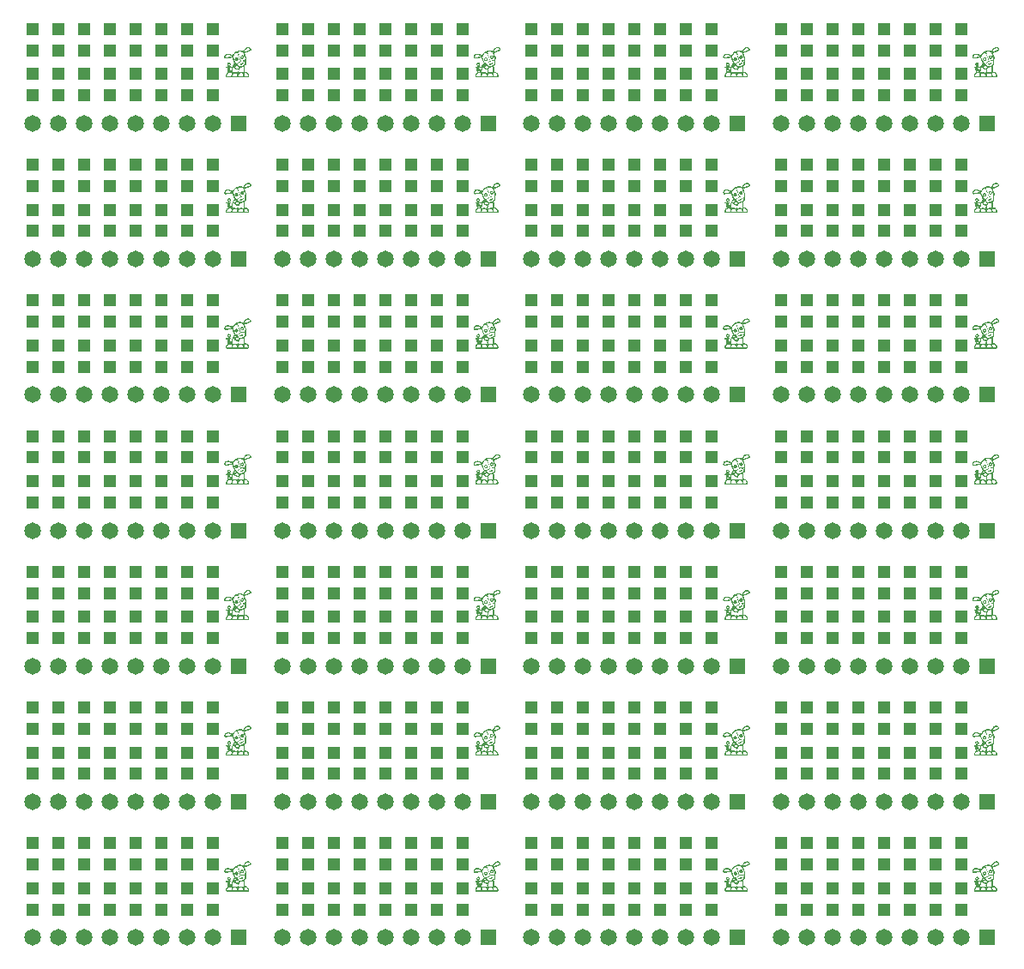
<source format=gts>
G04 (created by PCBNEW (2013-03-27 BZR 4035)-testing) date Thu 28 Mar 2013 11:08:54 PM CET*
%MOIN*%
G04 Gerber Fmt 3.4, Leading zero omitted, Abs format*
%FSLAX34Y34*%
G01*
G70*
G90*
G04 APERTURE LIST*
%ADD10C,0.006*%
%ADD11C,0.0001*%
%ADD12R,0.0472X0.0472*%
%ADD13R,0.0649606X0.0649606*%
%ADD14C,0.0649606*%
G04 APERTURE END LIST*
G54D10*
G54D11*
G36*
X46860Y-28274D02*
X46860Y-28281D01*
X46857Y-28292D01*
X46852Y-28302D01*
X46846Y-28309D01*
X46845Y-28309D01*
X46841Y-28312D01*
X46833Y-28316D01*
X46823Y-28321D01*
X46813Y-28326D01*
X46813Y-28270D01*
X46811Y-28264D01*
X46808Y-28257D01*
X46803Y-28250D01*
X46796Y-28242D01*
X46789Y-28234D01*
X46781Y-28227D01*
X46773Y-28222D01*
X46772Y-28222D01*
X46766Y-28219D01*
X46762Y-28218D01*
X46757Y-28217D01*
X46751Y-28217D01*
X46750Y-28217D01*
X46735Y-28218D01*
X46719Y-28222D01*
X46703Y-28228D01*
X46687Y-28236D01*
X46672Y-28244D01*
X46670Y-28245D01*
X46661Y-28253D01*
X46651Y-28262D01*
X46641Y-28272D01*
X46631Y-28284D01*
X46622Y-28295D01*
X46619Y-28299D01*
X46615Y-28305D01*
X46611Y-28313D01*
X46607Y-28321D01*
X46602Y-28329D01*
X46598Y-28337D01*
X46594Y-28345D01*
X46591Y-28352D01*
X46589Y-28358D01*
X46587Y-28362D01*
X46587Y-28364D01*
X46587Y-28364D01*
X46589Y-28363D01*
X46593Y-28362D01*
X46599Y-28360D01*
X46607Y-28357D01*
X46617Y-28353D01*
X46625Y-28350D01*
X46648Y-28341D01*
X46670Y-28333D01*
X46692Y-28325D01*
X46712Y-28317D01*
X46732Y-28309D01*
X46749Y-28302D01*
X46765Y-28295D01*
X46779Y-28290D01*
X46790Y-28285D01*
X46798Y-28282D01*
X46804Y-28278D01*
X46809Y-28276D01*
X46811Y-28274D01*
X46812Y-28272D01*
X46813Y-28270D01*
X46813Y-28326D01*
X46810Y-28327D01*
X46795Y-28334D01*
X46777Y-28341D01*
X46757Y-28349D01*
X46735Y-28358D01*
X46710Y-28368D01*
X46683Y-28378D01*
X46655Y-28389D01*
X46651Y-28390D01*
X46604Y-28408D01*
X46609Y-28420D01*
X46610Y-28423D01*
X46612Y-28430D01*
X46615Y-28438D01*
X46619Y-28449D01*
X46624Y-28461D01*
X46629Y-28475D01*
X46634Y-28489D01*
X46640Y-28504D01*
X46642Y-28511D01*
X46672Y-28590D01*
X46666Y-28724D01*
X46665Y-28744D01*
X46664Y-28762D01*
X46664Y-28780D01*
X46663Y-28797D01*
X46662Y-28813D01*
X46662Y-28826D01*
X46661Y-28838D01*
X46661Y-28847D01*
X46660Y-28854D01*
X46660Y-28859D01*
X46660Y-28860D01*
X46660Y-28862D01*
X46658Y-28865D01*
X46654Y-28868D01*
X46649Y-28873D01*
X46644Y-28876D01*
X46637Y-28882D01*
X46628Y-28888D01*
X46624Y-28891D01*
X46624Y-28597D01*
X46588Y-28500D01*
X46582Y-28483D01*
X46576Y-28468D01*
X46571Y-28453D01*
X46565Y-28439D01*
X46561Y-28428D01*
X46557Y-28417D01*
X46554Y-28409D01*
X46552Y-28404D01*
X46550Y-28401D01*
X46550Y-28400D01*
X46547Y-28397D01*
X46542Y-28393D01*
X46536Y-28389D01*
X46528Y-28384D01*
X46520Y-28379D01*
X46511Y-28374D01*
X46503Y-28369D01*
X46501Y-28369D01*
X46483Y-28361D01*
X46465Y-28355D01*
X46447Y-28352D01*
X46430Y-28350D01*
X46420Y-28351D01*
X46405Y-28352D01*
X46388Y-28355D01*
X46371Y-28359D01*
X46353Y-28364D01*
X46343Y-28366D01*
X46338Y-28369D01*
X46334Y-28370D01*
X46332Y-28372D01*
X46331Y-28373D01*
X46332Y-28373D01*
X46333Y-28377D01*
X46335Y-28383D01*
X46338Y-28391D01*
X46342Y-28402D01*
X46347Y-28414D01*
X46353Y-28428D01*
X46359Y-28443D01*
X46366Y-28459D01*
X46373Y-28477D01*
X46380Y-28495D01*
X46388Y-28514D01*
X46396Y-28533D01*
X46404Y-28552D01*
X46411Y-28571D01*
X46419Y-28589D01*
X46426Y-28607D01*
X46434Y-28624D01*
X46440Y-28641D01*
X46446Y-28656D01*
X46452Y-28669D01*
X46457Y-28681D01*
X46461Y-28691D01*
X46464Y-28699D01*
X46467Y-28704D01*
X46468Y-28708D01*
X46468Y-28708D01*
X46470Y-28708D01*
X46474Y-28706D01*
X46479Y-28705D01*
X46481Y-28704D01*
X46506Y-28698D01*
X46532Y-28694D01*
X46547Y-28693D01*
X46558Y-28692D01*
X46570Y-28692D01*
X46582Y-28693D01*
X46594Y-28693D01*
X46605Y-28694D01*
X46613Y-28695D01*
X46614Y-28695D01*
X46621Y-28696D01*
X46622Y-28646D01*
X46624Y-28597D01*
X46624Y-28891D01*
X46621Y-28894D01*
X46619Y-28895D01*
X46619Y-28725D01*
X46619Y-28721D01*
X46619Y-28718D01*
X46618Y-28717D01*
X46618Y-28717D01*
X46615Y-28717D01*
X46610Y-28716D01*
X46604Y-28715D01*
X46596Y-28715D01*
X46590Y-28714D01*
X46562Y-28713D01*
X46534Y-28715D01*
X46507Y-28720D01*
X46483Y-28726D01*
X46466Y-28733D01*
X46448Y-28741D01*
X46448Y-28717D01*
X46380Y-28550D01*
X46371Y-28528D01*
X46362Y-28507D01*
X46354Y-28487D01*
X46346Y-28469D01*
X46339Y-28451D01*
X46333Y-28435D01*
X46327Y-28421D01*
X46322Y-28408D01*
X46318Y-28398D01*
X46315Y-28390D01*
X46312Y-28384D01*
X46311Y-28381D01*
X46311Y-28381D01*
X46310Y-28380D01*
X46308Y-28380D01*
X46304Y-28382D01*
X46298Y-28384D01*
X46296Y-28385D01*
X46275Y-28397D01*
X46255Y-28412D01*
X46236Y-28428D01*
X46219Y-28447D01*
X46208Y-28462D01*
X46201Y-28473D01*
X46193Y-28486D01*
X46185Y-28501D01*
X46178Y-28515D01*
X46172Y-28529D01*
X46167Y-28539D01*
X46161Y-28554D01*
X46198Y-28652D01*
X46234Y-28749D01*
X46269Y-28783D01*
X46278Y-28793D01*
X46286Y-28800D01*
X46293Y-28806D01*
X46297Y-28811D01*
X46301Y-28814D01*
X46303Y-28815D01*
X46305Y-28816D01*
X46306Y-28816D01*
X46306Y-28816D01*
X46308Y-28814D01*
X46312Y-28811D01*
X46317Y-28806D01*
X46323Y-28801D01*
X46326Y-28799D01*
X46345Y-28783D01*
X46364Y-28768D01*
X46381Y-28757D01*
X46396Y-28746D01*
X46411Y-28736D01*
X46426Y-28728D01*
X46430Y-28726D01*
X46448Y-28717D01*
X46448Y-28741D01*
X46448Y-28741D01*
X46428Y-28752D01*
X46408Y-28763D01*
X46389Y-28776D01*
X46387Y-28778D01*
X46382Y-28782D01*
X46375Y-28787D01*
X46368Y-28792D01*
X46360Y-28799D01*
X46352Y-28805D01*
X46344Y-28812D01*
X46337Y-28818D01*
X46331Y-28824D01*
X46325Y-28828D01*
X46322Y-28831D01*
X46320Y-28833D01*
X46320Y-28833D01*
X46321Y-28834D01*
X46324Y-28838D01*
X46329Y-28843D01*
X46335Y-28849D01*
X46342Y-28857D01*
X46350Y-28865D01*
X46360Y-28875D01*
X46365Y-28880D01*
X46410Y-28925D01*
X46417Y-28925D01*
X46422Y-28924D01*
X46429Y-28923D01*
X46436Y-28923D01*
X46453Y-28920D01*
X46472Y-28916D01*
X46492Y-28909D01*
X46512Y-28901D01*
X46534Y-28891D01*
X46555Y-28880D01*
X46563Y-28875D01*
X46570Y-28871D01*
X46578Y-28866D01*
X46586Y-28860D01*
X46594Y-28855D01*
X46601Y-28850D01*
X46607Y-28845D01*
X46611Y-28842D01*
X46613Y-28840D01*
X46613Y-28839D01*
X46614Y-28834D01*
X46614Y-28827D01*
X46615Y-28818D01*
X46616Y-28808D01*
X46616Y-28796D01*
X46616Y-28792D01*
X46617Y-28779D01*
X46617Y-28767D01*
X46618Y-28757D01*
X46618Y-28747D01*
X46619Y-28738D01*
X46619Y-28733D01*
X46619Y-28732D01*
X46619Y-28725D01*
X46619Y-28895D01*
X46616Y-28898D01*
X46609Y-28902D01*
X46605Y-28906D01*
X46603Y-28908D01*
X46602Y-28910D01*
X46602Y-28913D01*
X46603Y-28918D01*
X46603Y-28925D01*
X46604Y-28935D01*
X46604Y-28947D01*
X46605Y-28961D01*
X46606Y-28976D01*
X46606Y-28992D01*
X46607Y-29010D01*
X46608Y-29018D01*
X46609Y-29036D01*
X46610Y-29053D01*
X46610Y-29068D01*
X46611Y-29083D01*
X46612Y-29096D01*
X46612Y-29106D01*
X46612Y-29115D01*
X46612Y-29121D01*
X46612Y-29125D01*
X46612Y-29125D01*
X46612Y-29127D01*
X46613Y-29129D01*
X46615Y-29130D01*
X46619Y-29130D01*
X46625Y-29131D01*
X46630Y-29132D01*
X46637Y-29133D01*
X46647Y-29135D01*
X46657Y-29137D01*
X46668Y-29139D01*
X46677Y-29142D01*
X46685Y-29144D01*
X46688Y-29146D01*
X46703Y-29153D01*
X46718Y-29164D01*
X46732Y-29176D01*
X46744Y-29189D01*
X46750Y-29198D01*
X46758Y-29210D01*
X46765Y-29224D01*
X46770Y-29239D01*
X46775Y-29252D01*
X46777Y-29264D01*
X46779Y-29278D01*
X46779Y-29291D01*
X46778Y-29303D01*
X46776Y-29313D01*
X46776Y-29314D01*
X46771Y-29325D01*
X46764Y-29334D01*
X46757Y-29341D01*
X46752Y-29344D01*
X46744Y-29348D01*
X46732Y-29348D01*
X46732Y-29301D01*
X46732Y-29286D01*
X46732Y-29276D01*
X46731Y-29269D01*
X46729Y-29262D01*
X46729Y-29259D01*
X46722Y-29242D01*
X46713Y-29226D01*
X46702Y-29213D01*
X46690Y-29201D01*
X46677Y-29193D01*
X46667Y-29189D01*
X46662Y-29187D01*
X46654Y-29185D01*
X46644Y-29183D01*
X46635Y-29180D01*
X46625Y-29179D01*
X46616Y-29177D01*
X46612Y-29177D01*
X46607Y-29176D01*
X46604Y-29176D01*
X46602Y-29177D01*
X46602Y-29179D01*
X46602Y-29179D01*
X46601Y-29182D01*
X46600Y-29187D01*
X46598Y-29194D01*
X46597Y-29202D01*
X46596Y-29204D01*
X46595Y-29213D01*
X46593Y-29219D01*
X46593Y-29223D01*
X46593Y-29227D01*
X46593Y-29229D01*
X46594Y-29231D01*
X46596Y-29239D01*
X46598Y-29248D01*
X46600Y-29259D01*
X46601Y-29270D01*
X46602Y-29280D01*
X46602Y-29287D01*
X46602Y-29302D01*
X46667Y-29302D01*
X46732Y-29301D01*
X46732Y-29348D01*
X46566Y-29348D01*
X46566Y-29118D01*
X46562Y-29032D01*
X46561Y-29016D01*
X46560Y-29000D01*
X46559Y-28986D01*
X46559Y-28973D01*
X46558Y-28961D01*
X46558Y-28952D01*
X46557Y-28945D01*
X46557Y-28941D01*
X46557Y-28940D01*
X46556Y-28933D01*
X46540Y-28941D01*
X46516Y-28951D01*
X46490Y-28959D01*
X46464Y-28966D01*
X46443Y-28970D01*
X46441Y-28970D01*
X46438Y-28971D01*
X46436Y-28974D01*
X46434Y-28978D01*
X46430Y-28984D01*
X46429Y-28985D01*
X46419Y-29002D01*
X46408Y-29017D01*
X46400Y-29027D01*
X46392Y-29035D01*
X46383Y-29082D01*
X46383Y-28970D01*
X46383Y-28968D01*
X46382Y-28967D01*
X46380Y-28964D01*
X46377Y-28960D01*
X46372Y-28955D01*
X46365Y-28948D01*
X46357Y-28939D01*
X46350Y-28932D01*
X46341Y-28923D01*
X46334Y-28916D01*
X46327Y-28909D01*
X46322Y-28903D01*
X46317Y-28900D01*
X46315Y-28897D01*
X46315Y-28897D01*
X46313Y-28898D01*
X46309Y-28901D01*
X46304Y-28905D01*
X46299Y-28909D01*
X46297Y-28910D01*
X46290Y-28917D01*
X46282Y-28924D01*
X46274Y-28932D01*
X46267Y-28939D01*
X46261Y-28945D01*
X46256Y-28951D01*
X46253Y-28955D01*
X46252Y-28957D01*
X46252Y-28962D01*
X46255Y-28968D01*
X46260Y-28974D01*
X46267Y-28981D01*
X46275Y-28988D01*
X46284Y-28994D01*
X46294Y-29000D01*
X46304Y-29005D01*
X46313Y-29009D01*
X46323Y-29011D01*
X46325Y-29011D01*
X46332Y-29011D01*
X46340Y-29011D01*
X46347Y-29009D01*
X46348Y-29008D01*
X46353Y-29006D01*
X46359Y-29001D01*
X46365Y-28994D01*
X46372Y-28987D01*
X46377Y-28980D01*
X46381Y-28974D01*
X46383Y-28970D01*
X46383Y-29082D01*
X46378Y-29108D01*
X46375Y-29123D01*
X46373Y-29137D01*
X46370Y-29149D01*
X46368Y-29160D01*
X46367Y-29166D01*
X46367Y-29053D01*
X46366Y-29053D01*
X46362Y-29054D01*
X46358Y-29055D01*
X46350Y-29057D01*
X46339Y-29058D01*
X46328Y-29058D01*
X46317Y-29057D01*
X46306Y-29055D01*
X46304Y-29055D01*
X46288Y-29049D01*
X46272Y-29042D01*
X46257Y-29033D01*
X46243Y-29023D01*
X46231Y-29012D01*
X46220Y-29000D01*
X46212Y-28988D01*
X46207Y-28976D01*
X46207Y-28976D01*
X46205Y-28970D01*
X46204Y-28963D01*
X46204Y-28958D01*
X46204Y-28953D01*
X46205Y-28948D01*
X46207Y-28943D01*
X46210Y-28937D01*
X46211Y-28935D01*
X46214Y-28929D01*
X46218Y-28923D01*
X46223Y-28917D01*
X46229Y-28910D01*
X46233Y-28906D01*
X46240Y-28898D01*
X46249Y-28890D01*
X46257Y-28882D01*
X46265Y-28876D01*
X46281Y-28862D01*
X46261Y-28842D01*
X46255Y-28836D01*
X46249Y-28831D01*
X46245Y-28827D01*
X46241Y-28824D01*
X46240Y-28824D01*
X46239Y-28825D01*
X46237Y-28829D01*
X46233Y-28835D01*
X46229Y-28843D01*
X46223Y-28853D01*
X46217Y-28864D01*
X46211Y-28876D01*
X46206Y-28884D01*
X46174Y-28943D01*
X46152Y-29030D01*
X46148Y-29047D01*
X46144Y-29063D01*
X46140Y-29079D01*
X46136Y-29094D01*
X46133Y-29107D01*
X46131Y-29119D01*
X46129Y-29129D01*
X46127Y-29136D01*
X46127Y-29139D01*
X46123Y-29159D01*
X46128Y-29167D01*
X46131Y-29171D01*
X46133Y-29173D01*
X46135Y-29173D01*
X46137Y-29172D01*
X46152Y-29163D01*
X46167Y-29156D01*
X46184Y-29150D01*
X46185Y-29150D01*
X46194Y-29149D01*
X46204Y-29148D01*
X46216Y-29147D01*
X46228Y-29147D01*
X46240Y-29148D01*
X46250Y-29149D01*
X46253Y-29149D01*
X46273Y-29154D01*
X46292Y-29161D01*
X46308Y-29170D01*
X46323Y-29181D01*
X46329Y-29187D01*
X46334Y-29192D01*
X46337Y-29195D01*
X46338Y-29197D01*
X46339Y-29197D01*
X46339Y-29196D01*
X46340Y-29191D01*
X46341Y-29185D01*
X46343Y-29176D01*
X46345Y-29165D01*
X46348Y-29153D01*
X46350Y-29139D01*
X46353Y-29125D01*
X46356Y-29111D01*
X46358Y-29097D01*
X46361Y-29085D01*
X46363Y-29074D01*
X46365Y-29065D01*
X46366Y-29058D01*
X46367Y-29054D01*
X46367Y-29053D01*
X46367Y-29166D01*
X46366Y-29169D01*
X46365Y-29176D01*
X46364Y-29181D01*
X46364Y-29183D01*
X46365Y-29183D01*
X46368Y-29181D01*
X46370Y-29179D01*
X46375Y-29175D01*
X46381Y-29171D01*
X46385Y-29168D01*
X46401Y-29160D01*
X46419Y-29154D01*
X46438Y-29150D01*
X46457Y-29147D01*
X46477Y-29147D01*
X46496Y-29149D01*
X46514Y-29152D01*
X46530Y-29158D01*
X46535Y-29161D01*
X46541Y-29164D01*
X46547Y-29167D01*
X46549Y-29169D01*
X46555Y-29173D01*
X46561Y-29145D01*
X46566Y-29118D01*
X46566Y-29348D01*
X46556Y-29348D01*
X46556Y-29304D01*
X46555Y-29284D01*
X46553Y-29265D01*
X46550Y-29248D01*
X46544Y-29233D01*
X46536Y-29221D01*
X46526Y-29211D01*
X46518Y-29205D01*
X46508Y-29200D01*
X46499Y-29197D01*
X46489Y-29195D01*
X46477Y-29194D01*
X46468Y-29194D01*
X46453Y-29195D01*
X46439Y-29197D01*
X46427Y-29201D01*
X46414Y-29206D01*
X46414Y-29206D01*
X46401Y-29215D01*
X46391Y-29226D01*
X46382Y-29238D01*
X46375Y-29253D01*
X46371Y-29269D01*
X46369Y-29287D01*
X46369Y-29292D01*
X46369Y-29302D01*
X46438Y-29303D01*
X46454Y-29303D01*
X46469Y-29303D01*
X46484Y-29303D01*
X46498Y-29303D01*
X46511Y-29303D01*
X46521Y-29303D01*
X46529Y-29303D01*
X46532Y-29303D01*
X46556Y-29304D01*
X46556Y-29348D01*
X46408Y-29348D01*
X46375Y-29348D01*
X46342Y-29348D01*
X46323Y-29348D01*
X46323Y-29302D01*
X46322Y-29289D01*
X46320Y-29269D01*
X46315Y-29252D01*
X46309Y-29238D01*
X46300Y-29225D01*
X46290Y-29215D01*
X46277Y-29207D01*
X46262Y-29200D01*
X46253Y-29198D01*
X46244Y-29196D01*
X46234Y-29195D01*
X46223Y-29194D01*
X46212Y-29194D01*
X46202Y-29195D01*
X46195Y-29196D01*
X46181Y-29201D01*
X46168Y-29208D01*
X46158Y-29217D01*
X46149Y-29229D01*
X46143Y-29243D01*
X46138Y-29260D01*
X46135Y-29279D01*
X46135Y-29286D01*
X46134Y-29302D01*
X46229Y-29302D01*
X46323Y-29302D01*
X46323Y-29348D01*
X46310Y-29348D01*
X46277Y-29348D01*
X46246Y-29348D01*
X46215Y-29349D01*
X46185Y-29349D01*
X46157Y-29349D01*
X46130Y-29349D01*
X46105Y-29349D01*
X46103Y-29349D01*
X46103Y-29215D01*
X46103Y-29213D01*
X46102Y-29211D01*
X46099Y-29207D01*
X46095Y-29202D01*
X46091Y-29195D01*
X46091Y-29195D01*
X46086Y-29188D01*
X46082Y-29184D01*
X46079Y-29181D01*
X46077Y-29179D01*
X46074Y-29178D01*
X46071Y-29177D01*
X46064Y-29176D01*
X46054Y-29176D01*
X46048Y-29177D01*
X46048Y-29127D01*
X46048Y-29127D01*
X46046Y-29125D01*
X46044Y-29122D01*
X46040Y-29116D01*
X46035Y-29109D01*
X46029Y-29101D01*
X46027Y-29099D01*
X46022Y-29092D01*
X46018Y-29086D01*
X46014Y-29081D01*
X46011Y-29077D01*
X46009Y-29072D01*
X46006Y-29067D01*
X46004Y-29061D01*
X46002Y-29054D01*
X45999Y-29046D01*
X45996Y-29035D01*
X45993Y-29022D01*
X45989Y-29011D01*
X45987Y-29002D01*
X45985Y-28995D01*
X45983Y-28990D01*
X45982Y-28987D01*
X45982Y-28986D01*
X45981Y-28987D01*
X45980Y-28991D01*
X45978Y-28997D01*
X45977Y-29004D01*
X45975Y-29011D01*
X45974Y-29019D01*
X45974Y-29022D01*
X45973Y-29032D01*
X45973Y-29043D01*
X45974Y-29053D01*
X45976Y-29064D01*
X45980Y-29076D01*
X45985Y-29089D01*
X45991Y-29104D01*
X45999Y-29121D01*
X46000Y-29122D01*
X46006Y-29134D01*
X46012Y-29133D01*
X46016Y-29133D01*
X46023Y-29132D01*
X46030Y-29131D01*
X46033Y-29131D01*
X46041Y-29130D01*
X46046Y-29129D01*
X46048Y-29127D01*
X46048Y-29177D01*
X46043Y-29177D01*
X46030Y-29178D01*
X46017Y-29180D01*
X46005Y-29183D01*
X45993Y-29186D01*
X45986Y-29189D01*
X45972Y-29195D01*
X45959Y-29205D01*
X45948Y-29216D01*
X45938Y-29230D01*
X45930Y-29246D01*
X45924Y-29262D01*
X45922Y-29271D01*
X45921Y-29280D01*
X45920Y-29286D01*
X45920Y-29291D01*
X45920Y-29294D01*
X45922Y-29301D01*
X45978Y-29302D01*
X45992Y-29302D01*
X46007Y-29303D01*
X46021Y-29303D01*
X46035Y-29303D01*
X46047Y-29303D01*
X46056Y-29303D01*
X46061Y-29303D01*
X46088Y-29304D01*
X46088Y-29293D01*
X46088Y-29280D01*
X46090Y-29266D01*
X46092Y-29251D01*
X46095Y-29238D01*
X46099Y-29227D01*
X46100Y-29223D01*
X46102Y-29219D01*
X46103Y-29215D01*
X46103Y-29349D01*
X46081Y-29349D01*
X46060Y-29349D01*
X46041Y-29349D01*
X46024Y-29349D01*
X46010Y-29349D01*
X45999Y-29349D01*
X45993Y-29350D01*
X45975Y-29350D01*
X45960Y-29350D01*
X45948Y-29350D01*
X45937Y-29350D01*
X45929Y-29350D01*
X45923Y-29350D01*
X45918Y-29350D01*
X45914Y-29349D01*
X45911Y-29349D01*
X45908Y-29349D01*
X45906Y-29348D01*
X45897Y-29343D01*
X45889Y-29336D01*
X45882Y-29326D01*
X45877Y-29315D01*
X45874Y-29302D01*
X45873Y-29288D01*
X45873Y-29280D01*
X45877Y-29258D01*
X45883Y-29237D01*
X45891Y-29218D01*
X45902Y-29199D01*
X45915Y-29183D01*
X45929Y-29168D01*
X45945Y-29156D01*
X45950Y-29154D01*
X45960Y-29148D01*
X45952Y-29132D01*
X45946Y-29118D01*
X45940Y-29105D01*
X45936Y-29093D01*
X45932Y-29083D01*
X45931Y-29079D01*
X45928Y-29064D01*
X45927Y-29048D01*
X45927Y-29030D01*
X45928Y-29012D01*
X45930Y-28996D01*
X45931Y-28991D01*
X45931Y-28988D01*
X45929Y-28986D01*
X45926Y-28985D01*
X45920Y-28984D01*
X45915Y-28984D01*
X45903Y-28984D01*
X45892Y-28981D01*
X45884Y-28977D01*
X45879Y-28972D01*
X45876Y-28965D01*
X45876Y-28957D01*
X45876Y-28956D01*
X45877Y-28951D01*
X45880Y-28946D01*
X45884Y-28942D01*
X45890Y-28939D01*
X45897Y-28936D01*
X45907Y-28934D01*
X45919Y-28932D01*
X45931Y-28930D01*
X45951Y-28927D01*
X45956Y-28917D01*
X45961Y-28907D01*
X45955Y-28903D01*
X45945Y-28893D01*
X45936Y-28882D01*
X45930Y-28870D01*
X45927Y-28857D01*
X45926Y-28843D01*
X45927Y-28830D01*
X45932Y-28817D01*
X45939Y-28804D01*
X45946Y-28795D01*
X45958Y-28786D01*
X45969Y-28779D01*
X45982Y-28776D01*
X45996Y-28774D01*
X46002Y-28774D01*
X46010Y-28775D01*
X46016Y-28776D01*
X46022Y-28778D01*
X46028Y-28781D01*
X46040Y-28789D01*
X46051Y-28798D01*
X46059Y-28810D01*
X46065Y-28823D01*
X46068Y-28837D01*
X46068Y-28846D01*
X46066Y-28861D01*
X46062Y-28874D01*
X46055Y-28887D01*
X46046Y-28897D01*
X46036Y-28905D01*
X46030Y-28908D01*
X46027Y-28910D01*
X46027Y-28848D01*
X46026Y-28839D01*
X46023Y-28830D01*
X46017Y-28823D01*
X46009Y-28818D01*
X46004Y-28816D01*
X45995Y-28815D01*
X45987Y-28817D01*
X45980Y-28821D01*
X45974Y-28826D01*
X45970Y-28833D01*
X45967Y-28841D01*
X45967Y-28849D01*
X45970Y-28857D01*
X45973Y-28862D01*
X45979Y-28869D01*
X45987Y-28874D01*
X45996Y-28875D01*
X46005Y-28874D01*
X46010Y-28872D01*
X46018Y-28866D01*
X46023Y-28859D01*
X46026Y-28850D01*
X46027Y-28848D01*
X46027Y-28910D01*
X46024Y-28911D01*
X46020Y-28913D01*
X46015Y-28914D01*
X46012Y-28916D01*
X46012Y-28918D01*
X46012Y-28920D01*
X46013Y-28922D01*
X46014Y-28923D01*
X46017Y-28923D01*
X46022Y-28924D01*
X46026Y-28924D01*
X46035Y-28924D01*
X46044Y-28925D01*
X46052Y-28926D01*
X46059Y-28927D01*
X46064Y-28928D01*
X46065Y-28929D01*
X46072Y-28933D01*
X46076Y-28940D01*
X46078Y-28947D01*
X46077Y-28954D01*
X46074Y-28961D01*
X46071Y-28965D01*
X46065Y-28968D01*
X46058Y-28972D01*
X46049Y-28974D01*
X46041Y-28976D01*
X46036Y-28977D01*
X46033Y-28978D01*
X46032Y-28978D01*
X46031Y-28980D01*
X46032Y-28984D01*
X46033Y-28991D01*
X46035Y-28998D01*
X46037Y-29007D01*
X46040Y-29016D01*
X46043Y-29026D01*
X46045Y-29035D01*
X46048Y-29042D01*
X46051Y-29049D01*
X46053Y-29053D01*
X46053Y-29054D01*
X46059Y-29062D01*
X46065Y-29070D01*
X46070Y-29078D01*
X46075Y-29085D01*
X46080Y-29090D01*
X46083Y-29095D01*
X46086Y-29097D01*
X46086Y-29097D01*
X46087Y-29095D01*
X46088Y-29091D01*
X46090Y-29084D01*
X46092Y-29075D01*
X46095Y-29064D01*
X46098Y-29051D01*
X46102Y-29037D01*
X46106Y-29022D01*
X46109Y-29010D01*
X46130Y-28924D01*
X46168Y-28856D01*
X46206Y-28787D01*
X46200Y-28781D01*
X46198Y-28780D01*
X46197Y-28778D01*
X46196Y-28776D01*
X46194Y-28773D01*
X46192Y-28769D01*
X46190Y-28763D01*
X46187Y-28758D01*
X46184Y-28750D01*
X46180Y-28739D01*
X46176Y-28727D01*
X46170Y-28713D01*
X46164Y-28696D01*
X46158Y-28682D01*
X46152Y-28665D01*
X46146Y-28650D01*
X46141Y-28635D01*
X46136Y-28622D01*
X46132Y-28610D01*
X46128Y-28601D01*
X46125Y-28593D01*
X46123Y-28588D01*
X46122Y-28585D01*
X46122Y-28585D01*
X46121Y-28584D01*
X46120Y-28584D01*
X46118Y-28584D01*
X46113Y-28584D01*
X46107Y-28585D01*
X46106Y-28585D01*
X46106Y-28537D01*
X46105Y-28535D01*
X46102Y-28533D01*
X46097Y-28529D01*
X46093Y-28526D01*
X46070Y-28511D01*
X46048Y-28498D01*
X46025Y-28489D01*
X46003Y-28482D01*
X45981Y-28478D01*
X45964Y-28478D01*
X45951Y-28478D01*
X45940Y-28479D01*
X45929Y-28481D01*
X45918Y-28484D01*
X45916Y-28485D01*
X45903Y-28489D01*
X45894Y-28493D01*
X45886Y-28498D01*
X45881Y-28502D01*
X45879Y-28505D01*
X45872Y-28516D01*
X45867Y-28529D01*
X45865Y-28537D01*
X45864Y-28543D01*
X45863Y-28551D01*
X45863Y-28559D01*
X45863Y-28565D01*
X45864Y-28571D01*
X45865Y-28572D01*
X45866Y-28574D01*
X45867Y-28575D01*
X45870Y-28575D01*
X45874Y-28575D01*
X45880Y-28575D01*
X45888Y-28574D01*
X45892Y-28573D01*
X45905Y-28572D01*
X45920Y-28569D01*
X45937Y-28567D01*
X45956Y-28564D01*
X45976Y-28561D01*
X45995Y-28557D01*
X46015Y-28554D01*
X46023Y-28552D01*
X46041Y-28549D01*
X46057Y-28546D01*
X46070Y-28544D01*
X46080Y-28542D01*
X46089Y-28541D01*
X46095Y-28539D01*
X46100Y-28539D01*
X46103Y-28538D01*
X46105Y-28537D01*
X46106Y-28537D01*
X46106Y-28537D01*
X46106Y-28585D01*
X46099Y-28587D01*
X46093Y-28588D01*
X46076Y-28591D01*
X46057Y-28594D01*
X46037Y-28598D01*
X46016Y-28601D01*
X45995Y-28605D01*
X45975Y-28608D01*
X45956Y-28611D01*
X45939Y-28614D01*
X45930Y-28616D01*
X45915Y-28618D01*
X45902Y-28619D01*
X45891Y-28620D01*
X45881Y-28621D01*
X45872Y-28621D01*
X45871Y-28621D01*
X45850Y-28622D01*
X45842Y-28616D01*
X45832Y-28608D01*
X45825Y-28597D01*
X45819Y-28585D01*
X45816Y-28570D01*
X45816Y-28554D01*
X45817Y-28542D01*
X45820Y-28524D01*
X45825Y-28507D01*
X45832Y-28491D01*
X45841Y-28477D01*
X45851Y-28465D01*
X45863Y-28456D01*
X45870Y-28452D01*
X45894Y-28442D01*
X45918Y-28435D01*
X45943Y-28431D01*
X45968Y-28431D01*
X45994Y-28433D01*
X46020Y-28438D01*
X46045Y-28446D01*
X46070Y-28456D01*
X46079Y-28461D01*
X46090Y-28467D01*
X46101Y-28474D01*
X46111Y-28481D01*
X46120Y-28487D01*
X46127Y-28492D01*
X46134Y-28498D01*
X46140Y-28486D01*
X46155Y-28457D01*
X46172Y-28431D01*
X46191Y-28408D01*
X46210Y-28387D01*
X46232Y-28369D01*
X46252Y-28356D01*
X46274Y-28344D01*
X46298Y-28333D01*
X46324Y-28323D01*
X46331Y-28321D01*
X46357Y-28314D01*
X46382Y-28308D01*
X46406Y-28305D01*
X46428Y-28304D01*
X46449Y-28305D01*
X46470Y-28308D01*
X46490Y-28313D01*
X46510Y-28321D01*
X46527Y-28329D01*
X46546Y-28338D01*
X46550Y-28328D01*
X46563Y-28301D01*
X46578Y-28276D01*
X46594Y-28253D01*
X46612Y-28233D01*
X46631Y-28216D01*
X46652Y-28201D01*
X46674Y-28189D01*
X46698Y-28179D01*
X46719Y-28174D01*
X46733Y-28171D01*
X46747Y-28170D01*
X46761Y-28170D01*
X46773Y-28172D01*
X46780Y-28174D01*
X46795Y-28181D01*
X46808Y-28189D01*
X46821Y-28199D01*
X46832Y-28211D01*
X46842Y-28223D01*
X46850Y-28236D01*
X46856Y-28249D01*
X46859Y-28262D01*
X46860Y-28274D01*
X46860Y-28274D01*
X46860Y-28274D01*
G37*
G36*
X46339Y-29151D02*
X46338Y-29155D01*
X46337Y-29160D01*
X46336Y-29160D01*
X46332Y-29163D01*
X46329Y-29163D01*
X46325Y-29162D01*
X46321Y-29159D01*
X46319Y-29155D01*
X46319Y-29150D01*
X46321Y-29146D01*
X46325Y-29143D01*
X46329Y-29142D01*
X46334Y-29143D01*
X46338Y-29146D01*
X46339Y-29151D01*
X46339Y-29151D01*
X46339Y-29151D01*
G37*
G36*
X46350Y-29110D02*
X46350Y-29115D01*
X46348Y-29120D01*
X46347Y-29120D01*
X46343Y-29123D01*
X46338Y-29123D01*
X46335Y-29121D01*
X46333Y-29120D01*
X46331Y-29116D01*
X46330Y-29111D01*
X46331Y-29108D01*
X46335Y-29104D01*
X46338Y-29102D01*
X46343Y-29102D01*
X46347Y-29105D01*
X46349Y-29107D01*
X46350Y-29110D01*
X46350Y-29110D01*
X46350Y-29110D01*
G37*
G36*
X46359Y-29075D02*
X46358Y-29080D01*
X46355Y-29084D01*
X46350Y-29086D01*
X46346Y-29086D01*
X46345Y-29086D01*
X46340Y-29083D01*
X46338Y-29078D01*
X46338Y-29073D01*
X46340Y-29069D01*
X46344Y-29066D01*
X46348Y-29065D01*
X46353Y-29067D01*
X46357Y-29069D01*
X46359Y-29073D01*
X46359Y-29075D01*
X46359Y-29075D01*
X46359Y-29075D01*
G37*
G36*
X46563Y-28778D02*
X46563Y-28782D01*
X46563Y-28784D01*
X46560Y-28795D01*
X46555Y-28806D01*
X46548Y-28817D01*
X46539Y-28828D01*
X46528Y-28838D01*
X46516Y-28847D01*
X46503Y-28855D01*
X46490Y-28860D01*
X46485Y-28862D01*
X46474Y-28864D01*
X46461Y-28865D01*
X46450Y-28865D01*
X46448Y-28864D01*
X46441Y-28863D01*
X46434Y-28861D01*
X46431Y-28860D01*
X46425Y-28857D01*
X46419Y-28854D01*
X46413Y-28850D01*
X46409Y-28847D01*
X46406Y-28845D01*
X46405Y-28843D01*
X46407Y-28842D01*
X46411Y-28840D01*
X46417Y-28837D01*
X46424Y-28833D01*
X46433Y-28828D01*
X46444Y-28824D01*
X46454Y-28818D01*
X46465Y-28813D01*
X46476Y-28808D01*
X46486Y-28804D01*
X46495Y-28799D01*
X46503Y-28796D01*
X46513Y-28792D01*
X46522Y-28788D01*
X46532Y-28785D01*
X46541Y-28781D01*
X46549Y-28779D01*
X46556Y-28777D01*
X46560Y-28776D01*
X46561Y-28776D01*
X46563Y-28776D01*
X46563Y-28778D01*
X46563Y-28778D01*
X46563Y-28778D01*
G37*
G36*
X46562Y-28732D02*
X46561Y-28737D01*
X46558Y-28740D01*
X46553Y-28742D01*
X46548Y-28742D01*
X46545Y-28739D01*
X46542Y-28735D01*
X46542Y-28730D01*
X46544Y-28725D01*
X46547Y-28722D01*
X46552Y-28721D01*
X46557Y-28722D01*
X46561Y-28726D01*
X46562Y-28731D01*
X46562Y-28732D01*
X46562Y-28732D01*
X46562Y-28732D01*
G37*
G36*
X46599Y-28731D02*
X46598Y-28737D01*
X46595Y-28740D01*
X46590Y-28742D01*
X46585Y-28741D01*
X46582Y-28739D01*
X46579Y-28735D01*
X46579Y-28730D01*
X46580Y-28725D01*
X46581Y-28724D01*
X46585Y-28721D01*
X46590Y-28721D01*
X46595Y-28723D01*
X46598Y-28726D01*
X46599Y-28731D01*
X46599Y-28731D01*
X46599Y-28731D01*
X46599Y-28731D01*
G37*
G36*
X46359Y-28642D02*
X46358Y-28656D01*
X46354Y-28670D01*
X46347Y-28683D01*
X46338Y-28695D01*
X46338Y-28695D01*
X46327Y-28704D01*
X46318Y-28709D01*
X46318Y-28648D01*
X46318Y-28640D01*
X46315Y-28631D01*
X46310Y-28624D01*
X46305Y-28619D01*
X46299Y-28616D01*
X46292Y-28615D01*
X46290Y-28615D01*
X46284Y-28615D01*
X46280Y-28615D01*
X46276Y-28617D01*
X46273Y-28619D01*
X46266Y-28625D01*
X46261Y-28632D01*
X46259Y-28641D01*
X46259Y-28649D01*
X46261Y-28657D01*
X46266Y-28664D01*
X46272Y-28669D01*
X46280Y-28673D01*
X46282Y-28674D01*
X46289Y-28674D01*
X46297Y-28673D01*
X46304Y-28669D01*
X46311Y-28664D01*
X46316Y-28656D01*
X46318Y-28648D01*
X46318Y-28709D01*
X46315Y-28711D01*
X46301Y-28715D01*
X46287Y-28716D01*
X46272Y-28714D01*
X46270Y-28713D01*
X46257Y-28708D01*
X46245Y-28701D01*
X46235Y-28692D01*
X46227Y-28681D01*
X46222Y-28669D01*
X46218Y-28657D01*
X46217Y-28643D01*
X46219Y-28630D01*
X46223Y-28617D01*
X46229Y-28605D01*
X46238Y-28594D01*
X46238Y-28594D01*
X46250Y-28585D01*
X46262Y-28578D01*
X46275Y-28574D01*
X46288Y-28573D01*
X46301Y-28574D01*
X46314Y-28578D01*
X46326Y-28584D01*
X46337Y-28592D01*
X46345Y-28602D01*
X46352Y-28614D01*
X46357Y-28628D01*
X46359Y-28642D01*
X46359Y-28642D01*
X46359Y-28642D01*
G37*
G36*
X46586Y-28557D02*
X46586Y-28571D01*
X46583Y-28584D01*
X46578Y-28596D01*
X46571Y-28608D01*
X46565Y-28614D01*
X46554Y-28623D01*
X46545Y-28628D01*
X46545Y-28561D01*
X46543Y-28553D01*
X46539Y-28546D01*
X46533Y-28540D01*
X46528Y-28537D01*
X46519Y-28534D01*
X46511Y-28534D01*
X46502Y-28536D01*
X46495Y-28541D01*
X46490Y-28548D01*
X46486Y-28556D01*
X46486Y-28564D01*
X46487Y-28573D01*
X46491Y-28580D01*
X46497Y-28586D01*
X46504Y-28591D01*
X46512Y-28593D01*
X46521Y-28593D01*
X46529Y-28590D01*
X46536Y-28585D01*
X46541Y-28578D01*
X46544Y-28570D01*
X46545Y-28561D01*
X46545Y-28628D01*
X46541Y-28630D01*
X46527Y-28634D01*
X46513Y-28635D01*
X46498Y-28633D01*
X46497Y-28632D01*
X46483Y-28627D01*
X46471Y-28619D01*
X46461Y-28609D01*
X46453Y-28598D01*
X46447Y-28584D01*
X46446Y-28583D01*
X46445Y-28577D01*
X46445Y-28570D01*
X46444Y-28563D01*
X46444Y-28562D01*
X46446Y-28548D01*
X46450Y-28534D01*
X46457Y-28522D01*
X46467Y-28511D01*
X46479Y-28502D01*
X46492Y-28496D01*
X46506Y-28493D01*
X46520Y-28492D01*
X46528Y-28493D01*
X46541Y-28497D01*
X46554Y-28503D01*
X46564Y-28511D01*
X46573Y-28521D01*
X46579Y-28533D01*
X46584Y-28545D01*
X46586Y-28557D01*
X46586Y-28557D01*
X46586Y-28557D01*
G37*
G36*
X46395Y-28465D02*
X46394Y-28471D01*
X46390Y-28474D01*
X46385Y-28476D01*
X46385Y-28476D01*
X46381Y-28475D01*
X46378Y-28474D01*
X46376Y-28471D01*
X46375Y-28466D01*
X46375Y-28465D01*
X46376Y-28460D01*
X46378Y-28457D01*
X46378Y-28457D01*
X46384Y-28454D01*
X46389Y-28455D01*
X46393Y-28458D01*
X46395Y-28462D01*
X46395Y-28465D01*
X46395Y-28465D01*
X46395Y-28465D01*
G37*
G36*
X46381Y-28433D02*
X46379Y-28438D01*
X46378Y-28439D01*
X46374Y-28441D01*
X46369Y-28441D01*
X46364Y-28439D01*
X46363Y-28439D01*
X46361Y-28434D01*
X46361Y-28429D01*
X46362Y-28424D01*
X46363Y-28423D01*
X46367Y-28421D01*
X46372Y-28421D01*
X46376Y-28422D01*
X46379Y-28424D01*
X46381Y-28428D01*
X46381Y-28433D01*
X46381Y-28433D01*
X46381Y-28433D01*
G37*
G36*
X46364Y-28395D02*
X46363Y-28399D01*
X46363Y-28401D01*
X46360Y-28403D01*
X46355Y-28405D01*
X46350Y-28404D01*
X46350Y-28404D01*
X46346Y-28402D01*
X46344Y-28398D01*
X46344Y-28394D01*
X46345Y-28388D01*
X46348Y-28385D01*
X46354Y-28384D01*
X46358Y-28385D01*
X46361Y-28386D01*
X46362Y-28386D01*
X46363Y-28390D01*
X46364Y-28395D01*
X46364Y-28395D01*
X46364Y-28395D01*
G37*
G36*
X37175Y-28274D02*
X37175Y-28281D01*
X37172Y-28292D01*
X37167Y-28302D01*
X37161Y-28309D01*
X37160Y-28309D01*
X37156Y-28312D01*
X37148Y-28316D01*
X37138Y-28321D01*
X37128Y-28326D01*
X37128Y-28270D01*
X37126Y-28264D01*
X37123Y-28257D01*
X37118Y-28250D01*
X37111Y-28242D01*
X37104Y-28234D01*
X37096Y-28227D01*
X37088Y-28222D01*
X37087Y-28222D01*
X37081Y-28219D01*
X37077Y-28218D01*
X37072Y-28217D01*
X37066Y-28217D01*
X37065Y-28217D01*
X37050Y-28218D01*
X37034Y-28222D01*
X37018Y-28228D01*
X37002Y-28236D01*
X36987Y-28244D01*
X36985Y-28245D01*
X36976Y-28253D01*
X36966Y-28262D01*
X36956Y-28272D01*
X36946Y-28284D01*
X36937Y-28295D01*
X36934Y-28299D01*
X36930Y-28305D01*
X36926Y-28313D01*
X36922Y-28321D01*
X36917Y-28329D01*
X36913Y-28337D01*
X36909Y-28345D01*
X36906Y-28352D01*
X36904Y-28358D01*
X36902Y-28362D01*
X36902Y-28364D01*
X36902Y-28364D01*
X36904Y-28363D01*
X36908Y-28362D01*
X36914Y-28360D01*
X36922Y-28357D01*
X36932Y-28353D01*
X36940Y-28350D01*
X36963Y-28341D01*
X36985Y-28333D01*
X37007Y-28325D01*
X37027Y-28317D01*
X37047Y-28309D01*
X37064Y-28302D01*
X37080Y-28295D01*
X37094Y-28290D01*
X37105Y-28285D01*
X37113Y-28282D01*
X37119Y-28278D01*
X37124Y-28276D01*
X37126Y-28274D01*
X37127Y-28272D01*
X37128Y-28270D01*
X37128Y-28326D01*
X37125Y-28327D01*
X37110Y-28334D01*
X37092Y-28341D01*
X37072Y-28349D01*
X37050Y-28358D01*
X37025Y-28368D01*
X36998Y-28378D01*
X36970Y-28389D01*
X36966Y-28390D01*
X36919Y-28408D01*
X36924Y-28420D01*
X36925Y-28423D01*
X36927Y-28430D01*
X36930Y-28438D01*
X36934Y-28449D01*
X36939Y-28461D01*
X36944Y-28475D01*
X36949Y-28489D01*
X36955Y-28504D01*
X36957Y-28511D01*
X36987Y-28590D01*
X36981Y-28724D01*
X36980Y-28744D01*
X36979Y-28762D01*
X36979Y-28780D01*
X36978Y-28797D01*
X36977Y-28813D01*
X36977Y-28826D01*
X36976Y-28838D01*
X36976Y-28847D01*
X36975Y-28854D01*
X36975Y-28859D01*
X36975Y-28860D01*
X36975Y-28862D01*
X36973Y-28865D01*
X36969Y-28868D01*
X36964Y-28873D01*
X36959Y-28876D01*
X36952Y-28882D01*
X36943Y-28888D01*
X36939Y-28891D01*
X36939Y-28597D01*
X36903Y-28500D01*
X36897Y-28483D01*
X36891Y-28468D01*
X36886Y-28453D01*
X36880Y-28439D01*
X36876Y-28428D01*
X36872Y-28417D01*
X36869Y-28409D01*
X36867Y-28404D01*
X36865Y-28401D01*
X36865Y-28400D01*
X36862Y-28397D01*
X36857Y-28393D01*
X36851Y-28389D01*
X36843Y-28384D01*
X36835Y-28379D01*
X36826Y-28374D01*
X36818Y-28369D01*
X36816Y-28369D01*
X36798Y-28361D01*
X36780Y-28355D01*
X36762Y-28352D01*
X36745Y-28350D01*
X36735Y-28351D01*
X36720Y-28352D01*
X36703Y-28355D01*
X36686Y-28359D01*
X36668Y-28364D01*
X36658Y-28366D01*
X36653Y-28369D01*
X36649Y-28370D01*
X36647Y-28372D01*
X36646Y-28373D01*
X36647Y-28373D01*
X36648Y-28377D01*
X36650Y-28383D01*
X36653Y-28391D01*
X36657Y-28402D01*
X36662Y-28414D01*
X36668Y-28428D01*
X36674Y-28443D01*
X36681Y-28459D01*
X36688Y-28477D01*
X36695Y-28495D01*
X36703Y-28514D01*
X36711Y-28533D01*
X36719Y-28552D01*
X36726Y-28571D01*
X36734Y-28589D01*
X36741Y-28607D01*
X36749Y-28624D01*
X36755Y-28641D01*
X36761Y-28656D01*
X36767Y-28669D01*
X36772Y-28681D01*
X36776Y-28691D01*
X36779Y-28699D01*
X36782Y-28704D01*
X36783Y-28708D01*
X36783Y-28708D01*
X36785Y-28708D01*
X36789Y-28706D01*
X36794Y-28705D01*
X36796Y-28704D01*
X36821Y-28698D01*
X36847Y-28694D01*
X36862Y-28693D01*
X36873Y-28692D01*
X36885Y-28692D01*
X36897Y-28693D01*
X36909Y-28693D01*
X36920Y-28694D01*
X36928Y-28695D01*
X36929Y-28695D01*
X36936Y-28696D01*
X36937Y-28646D01*
X36939Y-28597D01*
X36939Y-28891D01*
X36936Y-28894D01*
X36934Y-28895D01*
X36934Y-28725D01*
X36934Y-28721D01*
X36934Y-28718D01*
X36933Y-28717D01*
X36933Y-28717D01*
X36930Y-28717D01*
X36925Y-28716D01*
X36919Y-28715D01*
X36911Y-28715D01*
X36905Y-28714D01*
X36877Y-28713D01*
X36849Y-28715D01*
X36822Y-28720D01*
X36798Y-28726D01*
X36781Y-28733D01*
X36763Y-28741D01*
X36763Y-28717D01*
X36695Y-28550D01*
X36686Y-28528D01*
X36677Y-28507D01*
X36669Y-28487D01*
X36661Y-28469D01*
X36654Y-28451D01*
X36648Y-28435D01*
X36642Y-28421D01*
X36637Y-28408D01*
X36633Y-28398D01*
X36630Y-28390D01*
X36627Y-28384D01*
X36626Y-28381D01*
X36626Y-28381D01*
X36625Y-28380D01*
X36623Y-28380D01*
X36619Y-28382D01*
X36613Y-28384D01*
X36611Y-28385D01*
X36590Y-28397D01*
X36570Y-28412D01*
X36551Y-28428D01*
X36534Y-28447D01*
X36523Y-28462D01*
X36516Y-28473D01*
X36508Y-28486D01*
X36500Y-28501D01*
X36493Y-28515D01*
X36487Y-28529D01*
X36482Y-28539D01*
X36476Y-28554D01*
X36513Y-28652D01*
X36549Y-28749D01*
X36584Y-28783D01*
X36593Y-28793D01*
X36601Y-28800D01*
X36608Y-28806D01*
X36612Y-28811D01*
X36616Y-28814D01*
X36618Y-28815D01*
X36620Y-28816D01*
X36621Y-28816D01*
X36621Y-28816D01*
X36623Y-28814D01*
X36627Y-28811D01*
X36632Y-28806D01*
X36638Y-28801D01*
X36641Y-28799D01*
X36660Y-28783D01*
X36679Y-28768D01*
X36696Y-28757D01*
X36711Y-28746D01*
X36726Y-28736D01*
X36741Y-28728D01*
X36745Y-28726D01*
X36763Y-28717D01*
X36763Y-28741D01*
X36763Y-28741D01*
X36743Y-28752D01*
X36723Y-28763D01*
X36704Y-28776D01*
X36702Y-28778D01*
X36697Y-28782D01*
X36690Y-28787D01*
X36683Y-28792D01*
X36675Y-28799D01*
X36667Y-28805D01*
X36659Y-28812D01*
X36652Y-28818D01*
X36646Y-28824D01*
X36640Y-28828D01*
X36637Y-28831D01*
X36635Y-28833D01*
X36635Y-28833D01*
X36636Y-28834D01*
X36639Y-28838D01*
X36644Y-28843D01*
X36650Y-28849D01*
X36657Y-28857D01*
X36665Y-28865D01*
X36675Y-28875D01*
X36680Y-28880D01*
X36725Y-28925D01*
X36732Y-28925D01*
X36737Y-28924D01*
X36744Y-28923D01*
X36751Y-28923D01*
X36768Y-28920D01*
X36787Y-28916D01*
X36807Y-28909D01*
X36827Y-28901D01*
X36849Y-28891D01*
X36870Y-28880D01*
X36878Y-28875D01*
X36885Y-28871D01*
X36893Y-28866D01*
X36901Y-28860D01*
X36909Y-28855D01*
X36916Y-28850D01*
X36922Y-28845D01*
X36926Y-28842D01*
X36928Y-28840D01*
X36928Y-28839D01*
X36929Y-28834D01*
X36929Y-28827D01*
X36930Y-28818D01*
X36931Y-28808D01*
X36931Y-28796D01*
X36931Y-28792D01*
X36932Y-28779D01*
X36932Y-28767D01*
X36933Y-28757D01*
X36933Y-28747D01*
X36934Y-28738D01*
X36934Y-28733D01*
X36934Y-28732D01*
X36934Y-28725D01*
X36934Y-28895D01*
X36931Y-28898D01*
X36924Y-28902D01*
X36920Y-28906D01*
X36918Y-28908D01*
X36917Y-28910D01*
X36917Y-28913D01*
X36918Y-28918D01*
X36918Y-28925D01*
X36919Y-28935D01*
X36919Y-28947D01*
X36920Y-28961D01*
X36921Y-28976D01*
X36921Y-28992D01*
X36922Y-29010D01*
X36923Y-29018D01*
X36924Y-29036D01*
X36925Y-29053D01*
X36925Y-29068D01*
X36926Y-29083D01*
X36927Y-29096D01*
X36927Y-29106D01*
X36927Y-29115D01*
X36927Y-29121D01*
X36927Y-29125D01*
X36927Y-29125D01*
X36927Y-29127D01*
X36928Y-29129D01*
X36930Y-29130D01*
X36934Y-29130D01*
X36940Y-29131D01*
X36945Y-29132D01*
X36952Y-29133D01*
X36962Y-29135D01*
X36972Y-29137D01*
X36983Y-29139D01*
X36992Y-29142D01*
X37000Y-29144D01*
X37003Y-29146D01*
X37018Y-29153D01*
X37033Y-29164D01*
X37047Y-29176D01*
X37059Y-29189D01*
X37065Y-29198D01*
X37073Y-29210D01*
X37080Y-29224D01*
X37085Y-29239D01*
X37090Y-29252D01*
X37092Y-29264D01*
X37094Y-29278D01*
X37094Y-29291D01*
X37093Y-29303D01*
X37091Y-29313D01*
X37091Y-29314D01*
X37086Y-29325D01*
X37079Y-29334D01*
X37072Y-29341D01*
X37067Y-29344D01*
X37059Y-29348D01*
X37047Y-29348D01*
X37047Y-29301D01*
X37047Y-29286D01*
X37047Y-29276D01*
X37046Y-29269D01*
X37044Y-29262D01*
X37044Y-29259D01*
X37037Y-29242D01*
X37028Y-29226D01*
X37017Y-29213D01*
X37005Y-29201D01*
X36992Y-29193D01*
X36982Y-29189D01*
X36977Y-29187D01*
X36969Y-29185D01*
X36959Y-29183D01*
X36950Y-29180D01*
X36940Y-29179D01*
X36931Y-29177D01*
X36927Y-29177D01*
X36922Y-29176D01*
X36919Y-29176D01*
X36917Y-29177D01*
X36917Y-29179D01*
X36917Y-29179D01*
X36916Y-29182D01*
X36915Y-29187D01*
X36913Y-29194D01*
X36912Y-29202D01*
X36911Y-29204D01*
X36910Y-29213D01*
X36908Y-29219D01*
X36908Y-29223D01*
X36908Y-29227D01*
X36908Y-29229D01*
X36909Y-29231D01*
X36911Y-29239D01*
X36913Y-29248D01*
X36915Y-29259D01*
X36916Y-29270D01*
X36917Y-29280D01*
X36917Y-29287D01*
X36917Y-29302D01*
X36982Y-29302D01*
X37047Y-29301D01*
X37047Y-29348D01*
X36881Y-29348D01*
X36881Y-29118D01*
X36877Y-29032D01*
X36876Y-29016D01*
X36875Y-29000D01*
X36874Y-28986D01*
X36874Y-28973D01*
X36873Y-28961D01*
X36873Y-28952D01*
X36872Y-28945D01*
X36872Y-28941D01*
X36872Y-28940D01*
X36871Y-28933D01*
X36855Y-28941D01*
X36831Y-28951D01*
X36805Y-28959D01*
X36779Y-28966D01*
X36758Y-28970D01*
X36756Y-28970D01*
X36753Y-28971D01*
X36751Y-28974D01*
X36749Y-28978D01*
X36745Y-28984D01*
X36744Y-28985D01*
X36734Y-29002D01*
X36723Y-29017D01*
X36715Y-29027D01*
X36707Y-29035D01*
X36698Y-29082D01*
X36698Y-28970D01*
X36698Y-28968D01*
X36697Y-28967D01*
X36695Y-28964D01*
X36692Y-28960D01*
X36687Y-28955D01*
X36680Y-28948D01*
X36672Y-28939D01*
X36665Y-28932D01*
X36656Y-28923D01*
X36649Y-28916D01*
X36642Y-28909D01*
X36637Y-28903D01*
X36632Y-28900D01*
X36630Y-28897D01*
X36630Y-28897D01*
X36628Y-28898D01*
X36624Y-28901D01*
X36619Y-28905D01*
X36614Y-28909D01*
X36612Y-28910D01*
X36605Y-28917D01*
X36597Y-28924D01*
X36589Y-28932D01*
X36582Y-28939D01*
X36576Y-28945D01*
X36571Y-28951D01*
X36568Y-28955D01*
X36567Y-28957D01*
X36567Y-28962D01*
X36570Y-28968D01*
X36575Y-28974D01*
X36582Y-28981D01*
X36590Y-28988D01*
X36599Y-28994D01*
X36609Y-29000D01*
X36619Y-29005D01*
X36628Y-29009D01*
X36638Y-29011D01*
X36640Y-29011D01*
X36647Y-29011D01*
X36655Y-29011D01*
X36662Y-29009D01*
X36663Y-29008D01*
X36668Y-29006D01*
X36674Y-29001D01*
X36680Y-28994D01*
X36687Y-28987D01*
X36692Y-28980D01*
X36696Y-28974D01*
X36698Y-28970D01*
X36698Y-29082D01*
X36693Y-29108D01*
X36690Y-29123D01*
X36688Y-29137D01*
X36685Y-29149D01*
X36683Y-29160D01*
X36682Y-29166D01*
X36682Y-29053D01*
X36681Y-29053D01*
X36677Y-29054D01*
X36673Y-29055D01*
X36665Y-29057D01*
X36654Y-29058D01*
X36643Y-29058D01*
X36632Y-29057D01*
X36621Y-29055D01*
X36619Y-29055D01*
X36603Y-29049D01*
X36587Y-29042D01*
X36572Y-29033D01*
X36558Y-29023D01*
X36546Y-29012D01*
X36535Y-29000D01*
X36527Y-28988D01*
X36522Y-28976D01*
X36522Y-28976D01*
X36520Y-28970D01*
X36519Y-28963D01*
X36519Y-28958D01*
X36519Y-28953D01*
X36520Y-28948D01*
X36522Y-28943D01*
X36525Y-28937D01*
X36526Y-28935D01*
X36529Y-28929D01*
X36533Y-28923D01*
X36538Y-28917D01*
X36544Y-28910D01*
X36548Y-28906D01*
X36555Y-28898D01*
X36564Y-28890D01*
X36572Y-28882D01*
X36580Y-28876D01*
X36596Y-28862D01*
X36576Y-28842D01*
X36570Y-28836D01*
X36564Y-28831D01*
X36560Y-28827D01*
X36556Y-28824D01*
X36555Y-28824D01*
X36554Y-28825D01*
X36552Y-28829D01*
X36548Y-28835D01*
X36544Y-28843D01*
X36538Y-28853D01*
X36532Y-28864D01*
X36526Y-28876D01*
X36521Y-28884D01*
X36489Y-28943D01*
X36467Y-29030D01*
X36463Y-29047D01*
X36459Y-29063D01*
X36455Y-29079D01*
X36451Y-29094D01*
X36448Y-29107D01*
X36446Y-29119D01*
X36444Y-29129D01*
X36442Y-29136D01*
X36442Y-29139D01*
X36438Y-29159D01*
X36443Y-29167D01*
X36446Y-29171D01*
X36448Y-29173D01*
X36450Y-29173D01*
X36452Y-29172D01*
X36467Y-29163D01*
X36482Y-29156D01*
X36499Y-29150D01*
X36500Y-29150D01*
X36509Y-29149D01*
X36519Y-29148D01*
X36531Y-29147D01*
X36543Y-29147D01*
X36555Y-29148D01*
X36565Y-29149D01*
X36568Y-29149D01*
X36588Y-29154D01*
X36607Y-29161D01*
X36623Y-29170D01*
X36638Y-29181D01*
X36644Y-29187D01*
X36649Y-29192D01*
X36652Y-29195D01*
X36653Y-29197D01*
X36654Y-29197D01*
X36654Y-29196D01*
X36655Y-29191D01*
X36656Y-29185D01*
X36658Y-29176D01*
X36660Y-29165D01*
X36663Y-29153D01*
X36665Y-29139D01*
X36668Y-29125D01*
X36671Y-29111D01*
X36673Y-29097D01*
X36676Y-29085D01*
X36678Y-29074D01*
X36680Y-29065D01*
X36681Y-29058D01*
X36682Y-29054D01*
X36682Y-29053D01*
X36682Y-29166D01*
X36681Y-29169D01*
X36680Y-29176D01*
X36679Y-29181D01*
X36679Y-29183D01*
X36680Y-29183D01*
X36683Y-29181D01*
X36685Y-29179D01*
X36690Y-29175D01*
X36696Y-29171D01*
X36700Y-29168D01*
X36716Y-29160D01*
X36734Y-29154D01*
X36753Y-29150D01*
X36772Y-29147D01*
X36792Y-29147D01*
X36811Y-29149D01*
X36829Y-29152D01*
X36845Y-29158D01*
X36850Y-29161D01*
X36856Y-29164D01*
X36862Y-29167D01*
X36864Y-29169D01*
X36870Y-29173D01*
X36876Y-29145D01*
X36881Y-29118D01*
X36881Y-29348D01*
X36871Y-29348D01*
X36871Y-29304D01*
X36870Y-29284D01*
X36868Y-29265D01*
X36865Y-29248D01*
X36859Y-29233D01*
X36851Y-29221D01*
X36841Y-29211D01*
X36833Y-29205D01*
X36823Y-29200D01*
X36814Y-29197D01*
X36804Y-29195D01*
X36792Y-29194D01*
X36783Y-29194D01*
X36768Y-29195D01*
X36754Y-29197D01*
X36742Y-29201D01*
X36729Y-29206D01*
X36729Y-29206D01*
X36716Y-29215D01*
X36706Y-29226D01*
X36697Y-29238D01*
X36690Y-29253D01*
X36686Y-29269D01*
X36684Y-29287D01*
X36684Y-29292D01*
X36684Y-29302D01*
X36753Y-29303D01*
X36769Y-29303D01*
X36784Y-29303D01*
X36799Y-29303D01*
X36813Y-29303D01*
X36826Y-29303D01*
X36836Y-29303D01*
X36844Y-29303D01*
X36847Y-29303D01*
X36871Y-29304D01*
X36871Y-29348D01*
X36723Y-29348D01*
X36690Y-29348D01*
X36657Y-29348D01*
X36638Y-29348D01*
X36638Y-29302D01*
X36637Y-29289D01*
X36635Y-29269D01*
X36630Y-29252D01*
X36624Y-29238D01*
X36615Y-29225D01*
X36605Y-29215D01*
X36592Y-29207D01*
X36577Y-29200D01*
X36568Y-29198D01*
X36559Y-29196D01*
X36549Y-29195D01*
X36538Y-29194D01*
X36527Y-29194D01*
X36517Y-29195D01*
X36510Y-29196D01*
X36496Y-29201D01*
X36483Y-29208D01*
X36473Y-29217D01*
X36464Y-29229D01*
X36458Y-29243D01*
X36453Y-29260D01*
X36450Y-29279D01*
X36450Y-29286D01*
X36449Y-29302D01*
X36544Y-29302D01*
X36638Y-29302D01*
X36638Y-29348D01*
X36625Y-29348D01*
X36592Y-29348D01*
X36561Y-29348D01*
X36530Y-29349D01*
X36500Y-29349D01*
X36472Y-29349D01*
X36445Y-29349D01*
X36420Y-29349D01*
X36418Y-29349D01*
X36418Y-29215D01*
X36418Y-29213D01*
X36417Y-29211D01*
X36414Y-29207D01*
X36410Y-29202D01*
X36406Y-29195D01*
X36406Y-29195D01*
X36401Y-29188D01*
X36397Y-29184D01*
X36394Y-29181D01*
X36392Y-29179D01*
X36389Y-29178D01*
X36386Y-29177D01*
X36379Y-29176D01*
X36369Y-29176D01*
X36363Y-29177D01*
X36363Y-29127D01*
X36363Y-29127D01*
X36361Y-29125D01*
X36359Y-29122D01*
X36355Y-29116D01*
X36350Y-29109D01*
X36344Y-29101D01*
X36342Y-29099D01*
X36337Y-29092D01*
X36333Y-29086D01*
X36329Y-29081D01*
X36326Y-29077D01*
X36324Y-29072D01*
X36321Y-29067D01*
X36319Y-29061D01*
X36317Y-29054D01*
X36314Y-29046D01*
X36311Y-29035D01*
X36308Y-29022D01*
X36304Y-29011D01*
X36302Y-29002D01*
X36300Y-28995D01*
X36298Y-28990D01*
X36297Y-28987D01*
X36297Y-28986D01*
X36296Y-28987D01*
X36295Y-28991D01*
X36293Y-28997D01*
X36292Y-29004D01*
X36290Y-29011D01*
X36289Y-29019D01*
X36289Y-29022D01*
X36288Y-29032D01*
X36288Y-29043D01*
X36289Y-29053D01*
X36291Y-29064D01*
X36295Y-29076D01*
X36300Y-29089D01*
X36306Y-29104D01*
X36314Y-29121D01*
X36315Y-29122D01*
X36321Y-29134D01*
X36327Y-29133D01*
X36331Y-29133D01*
X36338Y-29132D01*
X36345Y-29131D01*
X36348Y-29131D01*
X36356Y-29130D01*
X36361Y-29129D01*
X36363Y-29127D01*
X36363Y-29177D01*
X36358Y-29177D01*
X36345Y-29178D01*
X36332Y-29180D01*
X36320Y-29183D01*
X36308Y-29186D01*
X36301Y-29189D01*
X36287Y-29195D01*
X36274Y-29205D01*
X36263Y-29216D01*
X36253Y-29230D01*
X36245Y-29246D01*
X36239Y-29262D01*
X36237Y-29271D01*
X36236Y-29280D01*
X36235Y-29286D01*
X36235Y-29291D01*
X36235Y-29294D01*
X36237Y-29301D01*
X36293Y-29302D01*
X36307Y-29302D01*
X36322Y-29303D01*
X36336Y-29303D01*
X36350Y-29303D01*
X36362Y-29303D01*
X36371Y-29303D01*
X36376Y-29303D01*
X36403Y-29304D01*
X36403Y-29293D01*
X36403Y-29280D01*
X36405Y-29266D01*
X36407Y-29251D01*
X36410Y-29238D01*
X36414Y-29227D01*
X36415Y-29223D01*
X36417Y-29219D01*
X36418Y-29215D01*
X36418Y-29349D01*
X36396Y-29349D01*
X36375Y-29349D01*
X36356Y-29349D01*
X36339Y-29349D01*
X36325Y-29349D01*
X36314Y-29349D01*
X36308Y-29350D01*
X36290Y-29350D01*
X36275Y-29350D01*
X36263Y-29350D01*
X36252Y-29350D01*
X36244Y-29350D01*
X36238Y-29350D01*
X36233Y-29350D01*
X36229Y-29349D01*
X36226Y-29349D01*
X36223Y-29349D01*
X36221Y-29348D01*
X36212Y-29343D01*
X36204Y-29336D01*
X36197Y-29326D01*
X36192Y-29315D01*
X36189Y-29302D01*
X36188Y-29288D01*
X36188Y-29280D01*
X36192Y-29258D01*
X36198Y-29237D01*
X36206Y-29218D01*
X36217Y-29199D01*
X36230Y-29183D01*
X36244Y-29168D01*
X36260Y-29156D01*
X36265Y-29154D01*
X36275Y-29148D01*
X36267Y-29132D01*
X36261Y-29118D01*
X36255Y-29105D01*
X36251Y-29093D01*
X36247Y-29083D01*
X36246Y-29079D01*
X36243Y-29064D01*
X36242Y-29048D01*
X36242Y-29030D01*
X36243Y-29012D01*
X36245Y-28996D01*
X36246Y-28991D01*
X36246Y-28988D01*
X36244Y-28986D01*
X36241Y-28985D01*
X36235Y-28984D01*
X36230Y-28984D01*
X36218Y-28984D01*
X36207Y-28981D01*
X36199Y-28977D01*
X36194Y-28972D01*
X36191Y-28965D01*
X36191Y-28957D01*
X36191Y-28956D01*
X36192Y-28951D01*
X36195Y-28946D01*
X36199Y-28942D01*
X36205Y-28939D01*
X36212Y-28936D01*
X36222Y-28934D01*
X36234Y-28932D01*
X36246Y-28930D01*
X36266Y-28927D01*
X36271Y-28917D01*
X36276Y-28907D01*
X36270Y-28903D01*
X36260Y-28893D01*
X36251Y-28882D01*
X36245Y-28870D01*
X36242Y-28857D01*
X36241Y-28843D01*
X36242Y-28830D01*
X36247Y-28817D01*
X36254Y-28804D01*
X36261Y-28795D01*
X36273Y-28786D01*
X36284Y-28779D01*
X36297Y-28776D01*
X36311Y-28774D01*
X36317Y-28774D01*
X36325Y-28775D01*
X36331Y-28776D01*
X36337Y-28778D01*
X36343Y-28781D01*
X36355Y-28789D01*
X36366Y-28798D01*
X36374Y-28810D01*
X36380Y-28823D01*
X36383Y-28837D01*
X36383Y-28846D01*
X36381Y-28861D01*
X36377Y-28874D01*
X36370Y-28887D01*
X36361Y-28897D01*
X36351Y-28905D01*
X36345Y-28908D01*
X36342Y-28910D01*
X36342Y-28848D01*
X36341Y-28839D01*
X36338Y-28830D01*
X36332Y-28823D01*
X36324Y-28818D01*
X36319Y-28816D01*
X36310Y-28815D01*
X36302Y-28817D01*
X36295Y-28821D01*
X36289Y-28826D01*
X36285Y-28833D01*
X36282Y-28841D01*
X36282Y-28849D01*
X36285Y-28857D01*
X36288Y-28862D01*
X36294Y-28869D01*
X36302Y-28874D01*
X36311Y-28875D01*
X36320Y-28874D01*
X36325Y-28872D01*
X36333Y-28866D01*
X36338Y-28859D01*
X36341Y-28850D01*
X36342Y-28848D01*
X36342Y-28910D01*
X36339Y-28911D01*
X36335Y-28913D01*
X36330Y-28914D01*
X36327Y-28916D01*
X36327Y-28918D01*
X36327Y-28920D01*
X36328Y-28922D01*
X36329Y-28923D01*
X36332Y-28923D01*
X36337Y-28924D01*
X36341Y-28924D01*
X36350Y-28924D01*
X36359Y-28925D01*
X36367Y-28926D01*
X36374Y-28927D01*
X36379Y-28928D01*
X36380Y-28929D01*
X36387Y-28933D01*
X36391Y-28940D01*
X36393Y-28947D01*
X36392Y-28954D01*
X36389Y-28961D01*
X36386Y-28965D01*
X36380Y-28968D01*
X36373Y-28972D01*
X36364Y-28974D01*
X36356Y-28976D01*
X36351Y-28977D01*
X36348Y-28978D01*
X36347Y-28978D01*
X36346Y-28980D01*
X36347Y-28984D01*
X36348Y-28991D01*
X36350Y-28998D01*
X36352Y-29007D01*
X36355Y-29016D01*
X36358Y-29026D01*
X36360Y-29035D01*
X36363Y-29042D01*
X36366Y-29049D01*
X36368Y-29053D01*
X36368Y-29054D01*
X36374Y-29062D01*
X36380Y-29070D01*
X36385Y-29078D01*
X36390Y-29085D01*
X36395Y-29090D01*
X36398Y-29095D01*
X36401Y-29097D01*
X36401Y-29097D01*
X36402Y-29095D01*
X36403Y-29091D01*
X36405Y-29084D01*
X36407Y-29075D01*
X36410Y-29064D01*
X36413Y-29051D01*
X36417Y-29037D01*
X36421Y-29022D01*
X36424Y-29010D01*
X36445Y-28924D01*
X36483Y-28856D01*
X36521Y-28787D01*
X36515Y-28781D01*
X36513Y-28780D01*
X36512Y-28778D01*
X36511Y-28776D01*
X36509Y-28773D01*
X36507Y-28769D01*
X36505Y-28763D01*
X36502Y-28758D01*
X36499Y-28750D01*
X36495Y-28739D01*
X36491Y-28727D01*
X36485Y-28713D01*
X36479Y-28696D01*
X36473Y-28682D01*
X36467Y-28665D01*
X36461Y-28650D01*
X36456Y-28635D01*
X36451Y-28622D01*
X36447Y-28610D01*
X36443Y-28601D01*
X36440Y-28593D01*
X36438Y-28588D01*
X36437Y-28585D01*
X36437Y-28585D01*
X36436Y-28584D01*
X36435Y-28584D01*
X36433Y-28584D01*
X36428Y-28584D01*
X36422Y-28585D01*
X36421Y-28585D01*
X36421Y-28537D01*
X36420Y-28535D01*
X36417Y-28533D01*
X36412Y-28529D01*
X36408Y-28526D01*
X36385Y-28511D01*
X36363Y-28498D01*
X36340Y-28489D01*
X36318Y-28482D01*
X36296Y-28478D01*
X36279Y-28478D01*
X36266Y-28478D01*
X36255Y-28479D01*
X36244Y-28481D01*
X36233Y-28484D01*
X36231Y-28485D01*
X36218Y-28489D01*
X36209Y-28493D01*
X36201Y-28498D01*
X36196Y-28502D01*
X36194Y-28505D01*
X36187Y-28516D01*
X36182Y-28529D01*
X36180Y-28537D01*
X36179Y-28543D01*
X36178Y-28551D01*
X36178Y-28559D01*
X36178Y-28565D01*
X36179Y-28571D01*
X36180Y-28572D01*
X36181Y-28574D01*
X36182Y-28575D01*
X36185Y-28575D01*
X36189Y-28575D01*
X36195Y-28575D01*
X36203Y-28574D01*
X36207Y-28573D01*
X36220Y-28572D01*
X36235Y-28569D01*
X36252Y-28567D01*
X36271Y-28564D01*
X36291Y-28561D01*
X36310Y-28557D01*
X36330Y-28554D01*
X36338Y-28552D01*
X36356Y-28549D01*
X36372Y-28546D01*
X36385Y-28544D01*
X36395Y-28542D01*
X36404Y-28541D01*
X36410Y-28539D01*
X36415Y-28539D01*
X36418Y-28538D01*
X36420Y-28537D01*
X36421Y-28537D01*
X36421Y-28537D01*
X36421Y-28585D01*
X36414Y-28587D01*
X36408Y-28588D01*
X36391Y-28591D01*
X36372Y-28594D01*
X36352Y-28598D01*
X36331Y-28601D01*
X36310Y-28605D01*
X36290Y-28608D01*
X36271Y-28611D01*
X36254Y-28614D01*
X36245Y-28616D01*
X36230Y-28618D01*
X36217Y-28619D01*
X36206Y-28620D01*
X36196Y-28621D01*
X36187Y-28621D01*
X36186Y-28621D01*
X36165Y-28622D01*
X36157Y-28616D01*
X36147Y-28608D01*
X36140Y-28597D01*
X36134Y-28585D01*
X36131Y-28570D01*
X36131Y-28554D01*
X36132Y-28542D01*
X36135Y-28524D01*
X36140Y-28507D01*
X36147Y-28491D01*
X36156Y-28477D01*
X36166Y-28465D01*
X36178Y-28456D01*
X36185Y-28452D01*
X36209Y-28442D01*
X36233Y-28435D01*
X36258Y-28431D01*
X36283Y-28431D01*
X36309Y-28433D01*
X36335Y-28438D01*
X36360Y-28446D01*
X36385Y-28456D01*
X36394Y-28461D01*
X36405Y-28467D01*
X36416Y-28474D01*
X36426Y-28481D01*
X36435Y-28487D01*
X36442Y-28492D01*
X36449Y-28498D01*
X36455Y-28486D01*
X36470Y-28457D01*
X36487Y-28431D01*
X36506Y-28408D01*
X36525Y-28387D01*
X36547Y-28369D01*
X36567Y-28356D01*
X36589Y-28344D01*
X36613Y-28333D01*
X36639Y-28323D01*
X36646Y-28321D01*
X36672Y-28314D01*
X36697Y-28308D01*
X36721Y-28305D01*
X36743Y-28304D01*
X36764Y-28305D01*
X36785Y-28308D01*
X36805Y-28313D01*
X36825Y-28321D01*
X36842Y-28329D01*
X36861Y-28338D01*
X36865Y-28328D01*
X36878Y-28301D01*
X36893Y-28276D01*
X36909Y-28253D01*
X36927Y-28233D01*
X36946Y-28216D01*
X36967Y-28201D01*
X36989Y-28189D01*
X37013Y-28179D01*
X37034Y-28174D01*
X37048Y-28171D01*
X37062Y-28170D01*
X37076Y-28170D01*
X37088Y-28172D01*
X37095Y-28174D01*
X37110Y-28181D01*
X37123Y-28189D01*
X37136Y-28199D01*
X37147Y-28211D01*
X37157Y-28223D01*
X37165Y-28236D01*
X37171Y-28249D01*
X37174Y-28262D01*
X37175Y-28274D01*
X37175Y-28274D01*
X37175Y-28274D01*
G37*
G36*
X36654Y-29151D02*
X36653Y-29155D01*
X36652Y-29160D01*
X36651Y-29160D01*
X36647Y-29163D01*
X36644Y-29163D01*
X36640Y-29162D01*
X36636Y-29159D01*
X36634Y-29155D01*
X36634Y-29150D01*
X36636Y-29146D01*
X36640Y-29143D01*
X36644Y-29142D01*
X36649Y-29143D01*
X36653Y-29146D01*
X36654Y-29151D01*
X36654Y-29151D01*
X36654Y-29151D01*
G37*
G36*
X36665Y-29110D02*
X36665Y-29115D01*
X36663Y-29120D01*
X36662Y-29120D01*
X36658Y-29123D01*
X36653Y-29123D01*
X36650Y-29121D01*
X36648Y-29120D01*
X36646Y-29116D01*
X36645Y-29111D01*
X36646Y-29108D01*
X36650Y-29104D01*
X36653Y-29102D01*
X36658Y-29102D01*
X36662Y-29105D01*
X36664Y-29107D01*
X36665Y-29110D01*
X36665Y-29110D01*
X36665Y-29110D01*
G37*
G36*
X36674Y-29075D02*
X36673Y-29080D01*
X36670Y-29084D01*
X36665Y-29086D01*
X36661Y-29086D01*
X36660Y-29086D01*
X36655Y-29083D01*
X36653Y-29078D01*
X36653Y-29073D01*
X36655Y-29069D01*
X36659Y-29066D01*
X36663Y-29065D01*
X36668Y-29067D01*
X36672Y-29069D01*
X36674Y-29073D01*
X36674Y-29075D01*
X36674Y-29075D01*
X36674Y-29075D01*
G37*
G36*
X36878Y-28778D02*
X36878Y-28782D01*
X36878Y-28784D01*
X36875Y-28795D01*
X36870Y-28806D01*
X36863Y-28817D01*
X36854Y-28828D01*
X36843Y-28838D01*
X36831Y-28847D01*
X36818Y-28855D01*
X36805Y-28860D01*
X36800Y-28862D01*
X36789Y-28864D01*
X36776Y-28865D01*
X36765Y-28865D01*
X36763Y-28864D01*
X36756Y-28863D01*
X36749Y-28861D01*
X36746Y-28860D01*
X36740Y-28857D01*
X36734Y-28854D01*
X36728Y-28850D01*
X36724Y-28847D01*
X36721Y-28845D01*
X36720Y-28843D01*
X36722Y-28842D01*
X36726Y-28840D01*
X36732Y-28837D01*
X36739Y-28833D01*
X36748Y-28828D01*
X36759Y-28824D01*
X36769Y-28818D01*
X36780Y-28813D01*
X36791Y-28808D01*
X36801Y-28804D01*
X36810Y-28799D01*
X36818Y-28796D01*
X36828Y-28792D01*
X36837Y-28788D01*
X36847Y-28785D01*
X36856Y-28781D01*
X36864Y-28779D01*
X36871Y-28777D01*
X36875Y-28776D01*
X36876Y-28776D01*
X36878Y-28776D01*
X36878Y-28778D01*
X36878Y-28778D01*
X36878Y-28778D01*
G37*
G36*
X36877Y-28732D02*
X36876Y-28737D01*
X36873Y-28740D01*
X36868Y-28742D01*
X36863Y-28742D01*
X36860Y-28739D01*
X36857Y-28735D01*
X36857Y-28730D01*
X36859Y-28725D01*
X36862Y-28722D01*
X36867Y-28721D01*
X36872Y-28722D01*
X36876Y-28726D01*
X36877Y-28731D01*
X36877Y-28732D01*
X36877Y-28732D01*
X36877Y-28732D01*
G37*
G36*
X36914Y-28731D02*
X36913Y-28737D01*
X36910Y-28740D01*
X36905Y-28742D01*
X36900Y-28741D01*
X36897Y-28739D01*
X36894Y-28735D01*
X36894Y-28730D01*
X36895Y-28725D01*
X36896Y-28724D01*
X36900Y-28721D01*
X36905Y-28721D01*
X36910Y-28723D01*
X36913Y-28726D01*
X36914Y-28731D01*
X36914Y-28731D01*
X36914Y-28731D01*
X36914Y-28731D01*
G37*
G36*
X36674Y-28642D02*
X36673Y-28656D01*
X36669Y-28670D01*
X36662Y-28683D01*
X36653Y-28695D01*
X36653Y-28695D01*
X36642Y-28704D01*
X36633Y-28709D01*
X36633Y-28648D01*
X36633Y-28640D01*
X36630Y-28631D01*
X36625Y-28624D01*
X36620Y-28619D01*
X36614Y-28616D01*
X36607Y-28615D01*
X36605Y-28615D01*
X36599Y-28615D01*
X36595Y-28615D01*
X36591Y-28617D01*
X36588Y-28619D01*
X36581Y-28625D01*
X36576Y-28632D01*
X36574Y-28641D01*
X36574Y-28649D01*
X36576Y-28657D01*
X36581Y-28664D01*
X36587Y-28669D01*
X36595Y-28673D01*
X36597Y-28674D01*
X36604Y-28674D01*
X36612Y-28673D01*
X36619Y-28669D01*
X36626Y-28664D01*
X36631Y-28656D01*
X36633Y-28648D01*
X36633Y-28709D01*
X36630Y-28711D01*
X36616Y-28715D01*
X36602Y-28716D01*
X36587Y-28714D01*
X36585Y-28713D01*
X36572Y-28708D01*
X36560Y-28701D01*
X36550Y-28692D01*
X36542Y-28681D01*
X36537Y-28669D01*
X36533Y-28657D01*
X36532Y-28643D01*
X36534Y-28630D01*
X36538Y-28617D01*
X36544Y-28605D01*
X36553Y-28594D01*
X36553Y-28594D01*
X36565Y-28585D01*
X36577Y-28578D01*
X36590Y-28574D01*
X36603Y-28573D01*
X36616Y-28574D01*
X36629Y-28578D01*
X36641Y-28584D01*
X36652Y-28592D01*
X36660Y-28602D01*
X36667Y-28614D01*
X36672Y-28628D01*
X36674Y-28642D01*
X36674Y-28642D01*
X36674Y-28642D01*
G37*
G36*
X36901Y-28557D02*
X36901Y-28571D01*
X36898Y-28584D01*
X36893Y-28596D01*
X36886Y-28608D01*
X36880Y-28614D01*
X36869Y-28623D01*
X36860Y-28628D01*
X36860Y-28561D01*
X36858Y-28553D01*
X36854Y-28546D01*
X36848Y-28540D01*
X36843Y-28537D01*
X36834Y-28534D01*
X36826Y-28534D01*
X36817Y-28536D01*
X36810Y-28541D01*
X36805Y-28548D01*
X36801Y-28556D01*
X36801Y-28564D01*
X36802Y-28573D01*
X36806Y-28580D01*
X36812Y-28586D01*
X36819Y-28591D01*
X36827Y-28593D01*
X36836Y-28593D01*
X36844Y-28590D01*
X36851Y-28585D01*
X36856Y-28578D01*
X36859Y-28570D01*
X36860Y-28561D01*
X36860Y-28628D01*
X36856Y-28630D01*
X36842Y-28634D01*
X36828Y-28635D01*
X36813Y-28633D01*
X36812Y-28632D01*
X36798Y-28627D01*
X36786Y-28619D01*
X36776Y-28609D01*
X36768Y-28598D01*
X36762Y-28584D01*
X36761Y-28583D01*
X36760Y-28577D01*
X36760Y-28570D01*
X36759Y-28563D01*
X36759Y-28562D01*
X36761Y-28548D01*
X36765Y-28534D01*
X36772Y-28522D01*
X36782Y-28511D01*
X36794Y-28502D01*
X36807Y-28496D01*
X36821Y-28493D01*
X36835Y-28492D01*
X36843Y-28493D01*
X36856Y-28497D01*
X36869Y-28503D01*
X36879Y-28511D01*
X36888Y-28521D01*
X36894Y-28533D01*
X36899Y-28545D01*
X36901Y-28557D01*
X36901Y-28557D01*
X36901Y-28557D01*
G37*
G36*
X36710Y-28465D02*
X36709Y-28471D01*
X36705Y-28474D01*
X36700Y-28476D01*
X36700Y-28476D01*
X36696Y-28475D01*
X36693Y-28474D01*
X36691Y-28471D01*
X36690Y-28466D01*
X36690Y-28465D01*
X36691Y-28460D01*
X36693Y-28457D01*
X36693Y-28457D01*
X36699Y-28454D01*
X36704Y-28455D01*
X36708Y-28458D01*
X36710Y-28462D01*
X36710Y-28465D01*
X36710Y-28465D01*
X36710Y-28465D01*
G37*
G36*
X36696Y-28433D02*
X36694Y-28438D01*
X36693Y-28439D01*
X36689Y-28441D01*
X36684Y-28441D01*
X36679Y-28439D01*
X36678Y-28439D01*
X36676Y-28434D01*
X36676Y-28429D01*
X36677Y-28424D01*
X36678Y-28423D01*
X36682Y-28421D01*
X36687Y-28421D01*
X36691Y-28422D01*
X36694Y-28424D01*
X36696Y-28428D01*
X36696Y-28433D01*
X36696Y-28433D01*
X36696Y-28433D01*
G37*
G36*
X36679Y-28395D02*
X36678Y-28399D01*
X36678Y-28401D01*
X36675Y-28403D01*
X36670Y-28405D01*
X36665Y-28404D01*
X36665Y-28404D01*
X36661Y-28402D01*
X36659Y-28398D01*
X36659Y-28394D01*
X36660Y-28388D01*
X36663Y-28385D01*
X36669Y-28384D01*
X36673Y-28385D01*
X36676Y-28386D01*
X36677Y-28386D01*
X36678Y-28390D01*
X36679Y-28395D01*
X36679Y-28395D01*
X36679Y-28395D01*
G37*
G36*
X56545Y-28274D02*
X56545Y-28281D01*
X56542Y-28292D01*
X56537Y-28302D01*
X56531Y-28309D01*
X56530Y-28309D01*
X56526Y-28312D01*
X56518Y-28316D01*
X56508Y-28321D01*
X56498Y-28326D01*
X56498Y-28270D01*
X56496Y-28264D01*
X56493Y-28257D01*
X56488Y-28250D01*
X56481Y-28242D01*
X56474Y-28234D01*
X56466Y-28227D01*
X56458Y-28222D01*
X56457Y-28222D01*
X56451Y-28219D01*
X56447Y-28218D01*
X56442Y-28217D01*
X56436Y-28217D01*
X56435Y-28217D01*
X56420Y-28218D01*
X56404Y-28222D01*
X56388Y-28228D01*
X56372Y-28236D01*
X56357Y-28244D01*
X56355Y-28245D01*
X56346Y-28253D01*
X56336Y-28262D01*
X56326Y-28272D01*
X56316Y-28284D01*
X56307Y-28295D01*
X56304Y-28299D01*
X56300Y-28305D01*
X56296Y-28313D01*
X56292Y-28321D01*
X56287Y-28329D01*
X56283Y-28337D01*
X56279Y-28345D01*
X56276Y-28352D01*
X56274Y-28358D01*
X56272Y-28362D01*
X56272Y-28364D01*
X56272Y-28364D01*
X56274Y-28363D01*
X56278Y-28362D01*
X56284Y-28360D01*
X56292Y-28357D01*
X56302Y-28353D01*
X56310Y-28350D01*
X56333Y-28341D01*
X56355Y-28333D01*
X56377Y-28325D01*
X56397Y-28317D01*
X56417Y-28309D01*
X56434Y-28302D01*
X56450Y-28295D01*
X56464Y-28290D01*
X56475Y-28285D01*
X56483Y-28282D01*
X56489Y-28278D01*
X56494Y-28276D01*
X56496Y-28274D01*
X56497Y-28272D01*
X56498Y-28270D01*
X56498Y-28326D01*
X56495Y-28327D01*
X56480Y-28334D01*
X56462Y-28341D01*
X56442Y-28349D01*
X56420Y-28358D01*
X56395Y-28368D01*
X56368Y-28378D01*
X56340Y-28389D01*
X56336Y-28390D01*
X56289Y-28408D01*
X56294Y-28420D01*
X56295Y-28423D01*
X56297Y-28430D01*
X56300Y-28438D01*
X56304Y-28449D01*
X56309Y-28461D01*
X56314Y-28475D01*
X56319Y-28489D01*
X56325Y-28504D01*
X56327Y-28511D01*
X56357Y-28590D01*
X56351Y-28724D01*
X56350Y-28744D01*
X56349Y-28762D01*
X56349Y-28780D01*
X56348Y-28797D01*
X56347Y-28813D01*
X56347Y-28826D01*
X56346Y-28838D01*
X56346Y-28847D01*
X56345Y-28854D01*
X56345Y-28859D01*
X56345Y-28860D01*
X56345Y-28862D01*
X56343Y-28865D01*
X56339Y-28868D01*
X56334Y-28873D01*
X56329Y-28876D01*
X56322Y-28882D01*
X56313Y-28888D01*
X56309Y-28891D01*
X56309Y-28597D01*
X56273Y-28500D01*
X56267Y-28483D01*
X56261Y-28468D01*
X56256Y-28453D01*
X56250Y-28439D01*
X56246Y-28428D01*
X56242Y-28417D01*
X56239Y-28409D01*
X56237Y-28404D01*
X56235Y-28401D01*
X56235Y-28400D01*
X56232Y-28397D01*
X56227Y-28393D01*
X56221Y-28389D01*
X56213Y-28384D01*
X56205Y-28379D01*
X56196Y-28374D01*
X56188Y-28369D01*
X56186Y-28369D01*
X56168Y-28361D01*
X56150Y-28355D01*
X56132Y-28352D01*
X56115Y-28350D01*
X56105Y-28351D01*
X56090Y-28352D01*
X56073Y-28355D01*
X56056Y-28359D01*
X56038Y-28364D01*
X56028Y-28366D01*
X56023Y-28369D01*
X56019Y-28370D01*
X56017Y-28372D01*
X56016Y-28373D01*
X56017Y-28373D01*
X56018Y-28377D01*
X56020Y-28383D01*
X56023Y-28391D01*
X56027Y-28402D01*
X56032Y-28414D01*
X56038Y-28428D01*
X56044Y-28443D01*
X56051Y-28459D01*
X56058Y-28477D01*
X56065Y-28495D01*
X56073Y-28514D01*
X56081Y-28533D01*
X56089Y-28552D01*
X56096Y-28571D01*
X56104Y-28589D01*
X56111Y-28607D01*
X56119Y-28624D01*
X56125Y-28641D01*
X56131Y-28656D01*
X56137Y-28669D01*
X56142Y-28681D01*
X56146Y-28691D01*
X56149Y-28699D01*
X56152Y-28704D01*
X56153Y-28708D01*
X56153Y-28708D01*
X56155Y-28708D01*
X56159Y-28706D01*
X56164Y-28705D01*
X56166Y-28704D01*
X56191Y-28698D01*
X56217Y-28694D01*
X56232Y-28693D01*
X56243Y-28692D01*
X56255Y-28692D01*
X56267Y-28693D01*
X56279Y-28693D01*
X56290Y-28694D01*
X56298Y-28695D01*
X56299Y-28695D01*
X56306Y-28696D01*
X56307Y-28646D01*
X56309Y-28597D01*
X56309Y-28891D01*
X56306Y-28894D01*
X56304Y-28895D01*
X56304Y-28725D01*
X56304Y-28721D01*
X56304Y-28718D01*
X56303Y-28717D01*
X56303Y-28717D01*
X56300Y-28717D01*
X56295Y-28716D01*
X56289Y-28715D01*
X56281Y-28715D01*
X56275Y-28714D01*
X56247Y-28713D01*
X56219Y-28715D01*
X56192Y-28720D01*
X56168Y-28726D01*
X56151Y-28733D01*
X56133Y-28741D01*
X56133Y-28717D01*
X56065Y-28550D01*
X56056Y-28528D01*
X56047Y-28507D01*
X56039Y-28487D01*
X56031Y-28469D01*
X56024Y-28451D01*
X56018Y-28435D01*
X56012Y-28421D01*
X56007Y-28408D01*
X56003Y-28398D01*
X56000Y-28390D01*
X55997Y-28384D01*
X55996Y-28381D01*
X55996Y-28381D01*
X55995Y-28380D01*
X55993Y-28380D01*
X55989Y-28382D01*
X55983Y-28384D01*
X55981Y-28385D01*
X55960Y-28397D01*
X55940Y-28412D01*
X55921Y-28428D01*
X55904Y-28447D01*
X55893Y-28462D01*
X55886Y-28473D01*
X55878Y-28486D01*
X55870Y-28501D01*
X55863Y-28515D01*
X55857Y-28529D01*
X55852Y-28539D01*
X55846Y-28554D01*
X55883Y-28652D01*
X55919Y-28749D01*
X55954Y-28783D01*
X55963Y-28793D01*
X55971Y-28800D01*
X55978Y-28806D01*
X55982Y-28811D01*
X55986Y-28814D01*
X55988Y-28815D01*
X55990Y-28816D01*
X55991Y-28816D01*
X55991Y-28816D01*
X55993Y-28814D01*
X55997Y-28811D01*
X56002Y-28806D01*
X56008Y-28801D01*
X56011Y-28799D01*
X56030Y-28783D01*
X56049Y-28768D01*
X56066Y-28757D01*
X56081Y-28746D01*
X56096Y-28736D01*
X56111Y-28728D01*
X56115Y-28726D01*
X56133Y-28717D01*
X56133Y-28741D01*
X56133Y-28741D01*
X56113Y-28752D01*
X56093Y-28763D01*
X56074Y-28776D01*
X56072Y-28778D01*
X56067Y-28782D01*
X56060Y-28787D01*
X56053Y-28792D01*
X56045Y-28799D01*
X56037Y-28805D01*
X56029Y-28812D01*
X56022Y-28818D01*
X56016Y-28824D01*
X56010Y-28828D01*
X56007Y-28831D01*
X56005Y-28833D01*
X56005Y-28833D01*
X56006Y-28834D01*
X56009Y-28838D01*
X56014Y-28843D01*
X56020Y-28849D01*
X56027Y-28857D01*
X56035Y-28865D01*
X56045Y-28875D01*
X56050Y-28880D01*
X56095Y-28925D01*
X56102Y-28925D01*
X56107Y-28924D01*
X56114Y-28923D01*
X56121Y-28923D01*
X56138Y-28920D01*
X56157Y-28916D01*
X56177Y-28909D01*
X56197Y-28901D01*
X56219Y-28891D01*
X56240Y-28880D01*
X56248Y-28875D01*
X56255Y-28871D01*
X56263Y-28866D01*
X56271Y-28860D01*
X56279Y-28855D01*
X56286Y-28850D01*
X56292Y-28845D01*
X56296Y-28842D01*
X56298Y-28840D01*
X56298Y-28839D01*
X56299Y-28834D01*
X56299Y-28827D01*
X56300Y-28818D01*
X56301Y-28808D01*
X56301Y-28796D01*
X56301Y-28792D01*
X56302Y-28779D01*
X56302Y-28767D01*
X56303Y-28757D01*
X56303Y-28747D01*
X56304Y-28738D01*
X56304Y-28733D01*
X56304Y-28732D01*
X56304Y-28725D01*
X56304Y-28895D01*
X56301Y-28898D01*
X56294Y-28902D01*
X56290Y-28906D01*
X56288Y-28908D01*
X56287Y-28910D01*
X56287Y-28913D01*
X56288Y-28918D01*
X56288Y-28925D01*
X56289Y-28935D01*
X56289Y-28947D01*
X56290Y-28961D01*
X56291Y-28976D01*
X56291Y-28992D01*
X56292Y-29010D01*
X56293Y-29018D01*
X56294Y-29036D01*
X56295Y-29053D01*
X56295Y-29068D01*
X56296Y-29083D01*
X56297Y-29096D01*
X56297Y-29106D01*
X56297Y-29115D01*
X56297Y-29121D01*
X56297Y-29125D01*
X56297Y-29125D01*
X56297Y-29127D01*
X56298Y-29129D01*
X56300Y-29130D01*
X56304Y-29130D01*
X56310Y-29131D01*
X56315Y-29132D01*
X56322Y-29133D01*
X56332Y-29135D01*
X56342Y-29137D01*
X56353Y-29139D01*
X56362Y-29142D01*
X56370Y-29144D01*
X56373Y-29146D01*
X56388Y-29153D01*
X56403Y-29164D01*
X56417Y-29176D01*
X56429Y-29189D01*
X56435Y-29198D01*
X56443Y-29210D01*
X56450Y-29224D01*
X56455Y-29239D01*
X56460Y-29252D01*
X56462Y-29264D01*
X56464Y-29278D01*
X56464Y-29291D01*
X56463Y-29303D01*
X56461Y-29313D01*
X56461Y-29314D01*
X56456Y-29325D01*
X56449Y-29334D01*
X56442Y-29341D01*
X56437Y-29344D01*
X56429Y-29348D01*
X56417Y-29348D01*
X56417Y-29301D01*
X56417Y-29286D01*
X56417Y-29276D01*
X56416Y-29269D01*
X56414Y-29262D01*
X56414Y-29259D01*
X56407Y-29242D01*
X56398Y-29226D01*
X56387Y-29213D01*
X56375Y-29201D01*
X56362Y-29193D01*
X56352Y-29189D01*
X56347Y-29187D01*
X56339Y-29185D01*
X56329Y-29183D01*
X56320Y-29180D01*
X56310Y-29179D01*
X56301Y-29177D01*
X56297Y-29177D01*
X56292Y-29176D01*
X56289Y-29176D01*
X56287Y-29177D01*
X56287Y-29179D01*
X56287Y-29179D01*
X56286Y-29182D01*
X56285Y-29187D01*
X56283Y-29194D01*
X56282Y-29202D01*
X56281Y-29204D01*
X56280Y-29213D01*
X56278Y-29219D01*
X56278Y-29223D01*
X56278Y-29227D01*
X56278Y-29229D01*
X56279Y-29231D01*
X56281Y-29239D01*
X56283Y-29248D01*
X56285Y-29259D01*
X56286Y-29270D01*
X56287Y-29280D01*
X56287Y-29287D01*
X56287Y-29302D01*
X56352Y-29302D01*
X56417Y-29301D01*
X56417Y-29348D01*
X56251Y-29348D01*
X56251Y-29118D01*
X56247Y-29032D01*
X56246Y-29016D01*
X56245Y-29000D01*
X56244Y-28986D01*
X56244Y-28973D01*
X56243Y-28961D01*
X56243Y-28952D01*
X56242Y-28945D01*
X56242Y-28941D01*
X56242Y-28940D01*
X56241Y-28933D01*
X56225Y-28941D01*
X56201Y-28951D01*
X56175Y-28959D01*
X56149Y-28966D01*
X56128Y-28970D01*
X56126Y-28970D01*
X56123Y-28971D01*
X56121Y-28974D01*
X56119Y-28978D01*
X56115Y-28984D01*
X56114Y-28985D01*
X56104Y-29002D01*
X56093Y-29017D01*
X56085Y-29027D01*
X56077Y-29035D01*
X56068Y-29082D01*
X56068Y-28970D01*
X56068Y-28968D01*
X56067Y-28967D01*
X56065Y-28964D01*
X56062Y-28960D01*
X56057Y-28955D01*
X56050Y-28948D01*
X56042Y-28939D01*
X56035Y-28932D01*
X56026Y-28923D01*
X56019Y-28916D01*
X56012Y-28909D01*
X56007Y-28903D01*
X56002Y-28900D01*
X56000Y-28897D01*
X56000Y-28897D01*
X55998Y-28898D01*
X55994Y-28901D01*
X55989Y-28905D01*
X55984Y-28909D01*
X55982Y-28910D01*
X55975Y-28917D01*
X55967Y-28924D01*
X55959Y-28932D01*
X55952Y-28939D01*
X55946Y-28945D01*
X55941Y-28951D01*
X55938Y-28955D01*
X55937Y-28957D01*
X55937Y-28962D01*
X55940Y-28968D01*
X55945Y-28974D01*
X55952Y-28981D01*
X55960Y-28988D01*
X55969Y-28994D01*
X55979Y-29000D01*
X55989Y-29005D01*
X55998Y-29009D01*
X56008Y-29011D01*
X56010Y-29011D01*
X56017Y-29011D01*
X56025Y-29011D01*
X56032Y-29009D01*
X56033Y-29008D01*
X56038Y-29006D01*
X56044Y-29001D01*
X56050Y-28994D01*
X56057Y-28987D01*
X56062Y-28980D01*
X56066Y-28974D01*
X56068Y-28970D01*
X56068Y-29082D01*
X56063Y-29108D01*
X56060Y-29123D01*
X56058Y-29137D01*
X56055Y-29149D01*
X56053Y-29160D01*
X56052Y-29166D01*
X56052Y-29053D01*
X56051Y-29053D01*
X56047Y-29054D01*
X56043Y-29055D01*
X56035Y-29057D01*
X56024Y-29058D01*
X56013Y-29058D01*
X56002Y-29057D01*
X55991Y-29055D01*
X55989Y-29055D01*
X55973Y-29049D01*
X55957Y-29042D01*
X55942Y-29033D01*
X55928Y-29023D01*
X55916Y-29012D01*
X55905Y-29000D01*
X55897Y-28988D01*
X55892Y-28976D01*
X55892Y-28976D01*
X55890Y-28970D01*
X55889Y-28963D01*
X55889Y-28958D01*
X55889Y-28953D01*
X55890Y-28948D01*
X55892Y-28943D01*
X55895Y-28937D01*
X55896Y-28935D01*
X55899Y-28929D01*
X55903Y-28923D01*
X55908Y-28917D01*
X55914Y-28910D01*
X55918Y-28906D01*
X55925Y-28898D01*
X55934Y-28890D01*
X55942Y-28882D01*
X55950Y-28876D01*
X55966Y-28862D01*
X55946Y-28842D01*
X55940Y-28836D01*
X55934Y-28831D01*
X55930Y-28827D01*
X55926Y-28824D01*
X55925Y-28824D01*
X55924Y-28825D01*
X55922Y-28829D01*
X55918Y-28835D01*
X55914Y-28843D01*
X55908Y-28853D01*
X55902Y-28864D01*
X55896Y-28876D01*
X55891Y-28884D01*
X55859Y-28943D01*
X55837Y-29030D01*
X55833Y-29047D01*
X55829Y-29063D01*
X55825Y-29079D01*
X55821Y-29094D01*
X55818Y-29107D01*
X55816Y-29119D01*
X55814Y-29129D01*
X55812Y-29136D01*
X55812Y-29139D01*
X55808Y-29159D01*
X55813Y-29167D01*
X55816Y-29171D01*
X55818Y-29173D01*
X55820Y-29173D01*
X55822Y-29172D01*
X55837Y-29163D01*
X55852Y-29156D01*
X55869Y-29150D01*
X55870Y-29150D01*
X55879Y-29149D01*
X55889Y-29148D01*
X55901Y-29147D01*
X55913Y-29147D01*
X55925Y-29148D01*
X55935Y-29149D01*
X55938Y-29149D01*
X55958Y-29154D01*
X55977Y-29161D01*
X55993Y-29170D01*
X56008Y-29181D01*
X56014Y-29187D01*
X56019Y-29192D01*
X56022Y-29195D01*
X56023Y-29197D01*
X56024Y-29197D01*
X56024Y-29196D01*
X56025Y-29191D01*
X56026Y-29185D01*
X56028Y-29176D01*
X56030Y-29165D01*
X56033Y-29153D01*
X56035Y-29139D01*
X56038Y-29125D01*
X56041Y-29111D01*
X56043Y-29097D01*
X56046Y-29085D01*
X56048Y-29074D01*
X56050Y-29065D01*
X56051Y-29058D01*
X56052Y-29054D01*
X56052Y-29053D01*
X56052Y-29166D01*
X56051Y-29169D01*
X56050Y-29176D01*
X56049Y-29181D01*
X56049Y-29183D01*
X56050Y-29183D01*
X56053Y-29181D01*
X56055Y-29179D01*
X56060Y-29175D01*
X56066Y-29171D01*
X56070Y-29168D01*
X56086Y-29160D01*
X56104Y-29154D01*
X56123Y-29150D01*
X56142Y-29147D01*
X56162Y-29147D01*
X56181Y-29149D01*
X56199Y-29152D01*
X56215Y-29158D01*
X56220Y-29161D01*
X56226Y-29164D01*
X56232Y-29167D01*
X56234Y-29169D01*
X56240Y-29173D01*
X56246Y-29145D01*
X56251Y-29118D01*
X56251Y-29348D01*
X56241Y-29348D01*
X56241Y-29304D01*
X56240Y-29284D01*
X56238Y-29265D01*
X56235Y-29248D01*
X56229Y-29233D01*
X56221Y-29221D01*
X56211Y-29211D01*
X56203Y-29205D01*
X56193Y-29200D01*
X56184Y-29197D01*
X56174Y-29195D01*
X56162Y-29194D01*
X56153Y-29194D01*
X56138Y-29195D01*
X56124Y-29197D01*
X56112Y-29201D01*
X56099Y-29206D01*
X56099Y-29206D01*
X56086Y-29215D01*
X56076Y-29226D01*
X56067Y-29238D01*
X56060Y-29253D01*
X56056Y-29269D01*
X56054Y-29287D01*
X56054Y-29292D01*
X56054Y-29302D01*
X56123Y-29303D01*
X56139Y-29303D01*
X56154Y-29303D01*
X56169Y-29303D01*
X56183Y-29303D01*
X56196Y-29303D01*
X56206Y-29303D01*
X56214Y-29303D01*
X56217Y-29303D01*
X56241Y-29304D01*
X56241Y-29348D01*
X56093Y-29348D01*
X56060Y-29348D01*
X56027Y-29348D01*
X56008Y-29348D01*
X56008Y-29302D01*
X56007Y-29289D01*
X56005Y-29269D01*
X56000Y-29252D01*
X55994Y-29238D01*
X55985Y-29225D01*
X55975Y-29215D01*
X55962Y-29207D01*
X55947Y-29200D01*
X55938Y-29198D01*
X55929Y-29196D01*
X55919Y-29195D01*
X55908Y-29194D01*
X55897Y-29194D01*
X55887Y-29195D01*
X55880Y-29196D01*
X55866Y-29201D01*
X55853Y-29208D01*
X55843Y-29217D01*
X55834Y-29229D01*
X55828Y-29243D01*
X55823Y-29260D01*
X55820Y-29279D01*
X55820Y-29286D01*
X55819Y-29302D01*
X55914Y-29302D01*
X56008Y-29302D01*
X56008Y-29348D01*
X55995Y-29348D01*
X55962Y-29348D01*
X55931Y-29348D01*
X55900Y-29349D01*
X55870Y-29349D01*
X55842Y-29349D01*
X55815Y-29349D01*
X55790Y-29349D01*
X55788Y-29349D01*
X55788Y-29215D01*
X55788Y-29213D01*
X55787Y-29211D01*
X55784Y-29207D01*
X55780Y-29202D01*
X55776Y-29195D01*
X55776Y-29195D01*
X55771Y-29188D01*
X55767Y-29184D01*
X55764Y-29181D01*
X55762Y-29179D01*
X55759Y-29178D01*
X55756Y-29177D01*
X55749Y-29176D01*
X55739Y-29176D01*
X55733Y-29177D01*
X55733Y-29127D01*
X55733Y-29127D01*
X55731Y-29125D01*
X55729Y-29122D01*
X55725Y-29116D01*
X55720Y-29109D01*
X55714Y-29101D01*
X55712Y-29099D01*
X55707Y-29092D01*
X55703Y-29086D01*
X55699Y-29081D01*
X55696Y-29077D01*
X55694Y-29072D01*
X55691Y-29067D01*
X55689Y-29061D01*
X55687Y-29054D01*
X55684Y-29046D01*
X55681Y-29035D01*
X55678Y-29022D01*
X55674Y-29011D01*
X55672Y-29002D01*
X55670Y-28995D01*
X55668Y-28990D01*
X55667Y-28987D01*
X55667Y-28986D01*
X55666Y-28987D01*
X55665Y-28991D01*
X55663Y-28997D01*
X55662Y-29004D01*
X55660Y-29011D01*
X55659Y-29019D01*
X55659Y-29022D01*
X55658Y-29032D01*
X55658Y-29043D01*
X55659Y-29053D01*
X55661Y-29064D01*
X55665Y-29076D01*
X55670Y-29089D01*
X55676Y-29104D01*
X55684Y-29121D01*
X55685Y-29122D01*
X55691Y-29134D01*
X55697Y-29133D01*
X55701Y-29133D01*
X55708Y-29132D01*
X55715Y-29131D01*
X55718Y-29131D01*
X55726Y-29130D01*
X55731Y-29129D01*
X55733Y-29127D01*
X55733Y-29177D01*
X55728Y-29177D01*
X55715Y-29178D01*
X55702Y-29180D01*
X55690Y-29183D01*
X55678Y-29186D01*
X55671Y-29189D01*
X55657Y-29195D01*
X55644Y-29205D01*
X55633Y-29216D01*
X55623Y-29230D01*
X55615Y-29246D01*
X55609Y-29262D01*
X55607Y-29271D01*
X55606Y-29280D01*
X55605Y-29286D01*
X55605Y-29291D01*
X55605Y-29294D01*
X55607Y-29301D01*
X55663Y-29302D01*
X55677Y-29302D01*
X55692Y-29303D01*
X55706Y-29303D01*
X55720Y-29303D01*
X55732Y-29303D01*
X55741Y-29303D01*
X55746Y-29303D01*
X55773Y-29304D01*
X55773Y-29293D01*
X55773Y-29280D01*
X55775Y-29266D01*
X55777Y-29251D01*
X55780Y-29238D01*
X55784Y-29227D01*
X55785Y-29223D01*
X55787Y-29219D01*
X55788Y-29215D01*
X55788Y-29349D01*
X55766Y-29349D01*
X55745Y-29349D01*
X55726Y-29349D01*
X55709Y-29349D01*
X55695Y-29349D01*
X55684Y-29349D01*
X55678Y-29350D01*
X55660Y-29350D01*
X55645Y-29350D01*
X55633Y-29350D01*
X55622Y-29350D01*
X55614Y-29350D01*
X55608Y-29350D01*
X55603Y-29350D01*
X55599Y-29349D01*
X55596Y-29349D01*
X55593Y-29349D01*
X55591Y-29348D01*
X55582Y-29343D01*
X55574Y-29336D01*
X55567Y-29326D01*
X55562Y-29315D01*
X55559Y-29302D01*
X55558Y-29288D01*
X55558Y-29280D01*
X55562Y-29258D01*
X55568Y-29237D01*
X55576Y-29218D01*
X55587Y-29199D01*
X55600Y-29183D01*
X55614Y-29168D01*
X55630Y-29156D01*
X55635Y-29154D01*
X55645Y-29148D01*
X55637Y-29132D01*
X55631Y-29118D01*
X55625Y-29105D01*
X55621Y-29093D01*
X55617Y-29083D01*
X55616Y-29079D01*
X55613Y-29064D01*
X55612Y-29048D01*
X55612Y-29030D01*
X55613Y-29012D01*
X55615Y-28996D01*
X55616Y-28991D01*
X55616Y-28988D01*
X55614Y-28986D01*
X55611Y-28985D01*
X55605Y-28984D01*
X55600Y-28984D01*
X55588Y-28984D01*
X55577Y-28981D01*
X55569Y-28977D01*
X55564Y-28972D01*
X55561Y-28965D01*
X55561Y-28957D01*
X55561Y-28956D01*
X55562Y-28951D01*
X55565Y-28946D01*
X55569Y-28942D01*
X55575Y-28939D01*
X55582Y-28936D01*
X55592Y-28934D01*
X55604Y-28932D01*
X55616Y-28930D01*
X55636Y-28927D01*
X55641Y-28917D01*
X55646Y-28907D01*
X55640Y-28903D01*
X55630Y-28893D01*
X55621Y-28882D01*
X55615Y-28870D01*
X55612Y-28857D01*
X55611Y-28843D01*
X55612Y-28830D01*
X55617Y-28817D01*
X55624Y-28804D01*
X55631Y-28795D01*
X55643Y-28786D01*
X55654Y-28779D01*
X55667Y-28776D01*
X55681Y-28774D01*
X55687Y-28774D01*
X55695Y-28775D01*
X55701Y-28776D01*
X55707Y-28778D01*
X55713Y-28781D01*
X55725Y-28789D01*
X55736Y-28798D01*
X55744Y-28810D01*
X55750Y-28823D01*
X55753Y-28837D01*
X55753Y-28846D01*
X55751Y-28861D01*
X55747Y-28874D01*
X55740Y-28887D01*
X55731Y-28897D01*
X55721Y-28905D01*
X55715Y-28908D01*
X55712Y-28910D01*
X55712Y-28848D01*
X55711Y-28839D01*
X55708Y-28830D01*
X55702Y-28823D01*
X55694Y-28818D01*
X55689Y-28816D01*
X55680Y-28815D01*
X55672Y-28817D01*
X55665Y-28821D01*
X55659Y-28826D01*
X55655Y-28833D01*
X55652Y-28841D01*
X55652Y-28849D01*
X55655Y-28857D01*
X55658Y-28862D01*
X55664Y-28869D01*
X55672Y-28874D01*
X55681Y-28875D01*
X55690Y-28874D01*
X55695Y-28872D01*
X55703Y-28866D01*
X55708Y-28859D01*
X55711Y-28850D01*
X55712Y-28848D01*
X55712Y-28910D01*
X55709Y-28911D01*
X55705Y-28913D01*
X55700Y-28914D01*
X55697Y-28916D01*
X55697Y-28918D01*
X55697Y-28920D01*
X55698Y-28922D01*
X55699Y-28923D01*
X55702Y-28923D01*
X55707Y-28924D01*
X55711Y-28924D01*
X55720Y-28924D01*
X55729Y-28925D01*
X55737Y-28926D01*
X55744Y-28927D01*
X55749Y-28928D01*
X55750Y-28929D01*
X55757Y-28933D01*
X55761Y-28940D01*
X55763Y-28947D01*
X55762Y-28954D01*
X55759Y-28961D01*
X55756Y-28965D01*
X55750Y-28968D01*
X55743Y-28972D01*
X55734Y-28974D01*
X55726Y-28976D01*
X55721Y-28977D01*
X55718Y-28978D01*
X55717Y-28978D01*
X55716Y-28980D01*
X55717Y-28984D01*
X55718Y-28991D01*
X55720Y-28998D01*
X55722Y-29007D01*
X55725Y-29016D01*
X55728Y-29026D01*
X55730Y-29035D01*
X55733Y-29042D01*
X55736Y-29049D01*
X55738Y-29053D01*
X55738Y-29054D01*
X55744Y-29062D01*
X55750Y-29070D01*
X55755Y-29078D01*
X55760Y-29085D01*
X55765Y-29090D01*
X55768Y-29095D01*
X55771Y-29097D01*
X55771Y-29097D01*
X55772Y-29095D01*
X55773Y-29091D01*
X55775Y-29084D01*
X55777Y-29075D01*
X55780Y-29064D01*
X55783Y-29051D01*
X55787Y-29037D01*
X55791Y-29022D01*
X55794Y-29010D01*
X55815Y-28924D01*
X55853Y-28856D01*
X55891Y-28787D01*
X55885Y-28781D01*
X55883Y-28780D01*
X55882Y-28778D01*
X55881Y-28776D01*
X55879Y-28773D01*
X55877Y-28769D01*
X55875Y-28763D01*
X55872Y-28758D01*
X55869Y-28750D01*
X55865Y-28739D01*
X55861Y-28727D01*
X55855Y-28713D01*
X55849Y-28696D01*
X55843Y-28682D01*
X55837Y-28665D01*
X55831Y-28650D01*
X55826Y-28635D01*
X55821Y-28622D01*
X55817Y-28610D01*
X55813Y-28601D01*
X55810Y-28593D01*
X55808Y-28588D01*
X55807Y-28585D01*
X55807Y-28585D01*
X55806Y-28584D01*
X55805Y-28584D01*
X55803Y-28584D01*
X55798Y-28584D01*
X55792Y-28585D01*
X55791Y-28585D01*
X55791Y-28537D01*
X55790Y-28535D01*
X55787Y-28533D01*
X55782Y-28529D01*
X55778Y-28526D01*
X55755Y-28511D01*
X55733Y-28498D01*
X55710Y-28489D01*
X55688Y-28482D01*
X55666Y-28478D01*
X55649Y-28478D01*
X55636Y-28478D01*
X55625Y-28479D01*
X55614Y-28481D01*
X55603Y-28484D01*
X55601Y-28485D01*
X55588Y-28489D01*
X55579Y-28493D01*
X55571Y-28498D01*
X55566Y-28502D01*
X55564Y-28505D01*
X55557Y-28516D01*
X55552Y-28529D01*
X55550Y-28537D01*
X55549Y-28543D01*
X55548Y-28551D01*
X55548Y-28559D01*
X55548Y-28565D01*
X55549Y-28571D01*
X55550Y-28572D01*
X55551Y-28574D01*
X55552Y-28575D01*
X55555Y-28575D01*
X55559Y-28575D01*
X55565Y-28575D01*
X55573Y-28574D01*
X55577Y-28573D01*
X55590Y-28572D01*
X55605Y-28569D01*
X55622Y-28567D01*
X55641Y-28564D01*
X55661Y-28561D01*
X55680Y-28557D01*
X55700Y-28554D01*
X55708Y-28552D01*
X55726Y-28549D01*
X55742Y-28546D01*
X55755Y-28544D01*
X55765Y-28542D01*
X55774Y-28541D01*
X55780Y-28539D01*
X55785Y-28539D01*
X55788Y-28538D01*
X55790Y-28537D01*
X55791Y-28537D01*
X55791Y-28537D01*
X55791Y-28585D01*
X55784Y-28587D01*
X55778Y-28588D01*
X55761Y-28591D01*
X55742Y-28594D01*
X55722Y-28598D01*
X55701Y-28601D01*
X55680Y-28605D01*
X55660Y-28608D01*
X55641Y-28611D01*
X55624Y-28614D01*
X55615Y-28616D01*
X55600Y-28618D01*
X55587Y-28619D01*
X55576Y-28620D01*
X55566Y-28621D01*
X55557Y-28621D01*
X55556Y-28621D01*
X55535Y-28622D01*
X55527Y-28616D01*
X55517Y-28608D01*
X55510Y-28597D01*
X55504Y-28585D01*
X55501Y-28570D01*
X55501Y-28554D01*
X55502Y-28542D01*
X55505Y-28524D01*
X55510Y-28507D01*
X55517Y-28491D01*
X55526Y-28477D01*
X55536Y-28465D01*
X55548Y-28456D01*
X55555Y-28452D01*
X55579Y-28442D01*
X55603Y-28435D01*
X55628Y-28431D01*
X55653Y-28431D01*
X55679Y-28433D01*
X55705Y-28438D01*
X55730Y-28446D01*
X55755Y-28456D01*
X55764Y-28461D01*
X55775Y-28467D01*
X55786Y-28474D01*
X55796Y-28481D01*
X55805Y-28487D01*
X55812Y-28492D01*
X55819Y-28498D01*
X55825Y-28486D01*
X55840Y-28457D01*
X55857Y-28431D01*
X55876Y-28408D01*
X55895Y-28387D01*
X55917Y-28369D01*
X55937Y-28356D01*
X55959Y-28344D01*
X55983Y-28333D01*
X56009Y-28323D01*
X56016Y-28321D01*
X56042Y-28314D01*
X56067Y-28308D01*
X56091Y-28305D01*
X56113Y-28304D01*
X56134Y-28305D01*
X56155Y-28308D01*
X56175Y-28313D01*
X56195Y-28321D01*
X56212Y-28329D01*
X56231Y-28338D01*
X56235Y-28328D01*
X56248Y-28301D01*
X56263Y-28276D01*
X56279Y-28253D01*
X56297Y-28233D01*
X56316Y-28216D01*
X56337Y-28201D01*
X56359Y-28189D01*
X56383Y-28179D01*
X56404Y-28174D01*
X56418Y-28171D01*
X56432Y-28170D01*
X56446Y-28170D01*
X56458Y-28172D01*
X56465Y-28174D01*
X56480Y-28181D01*
X56493Y-28189D01*
X56506Y-28199D01*
X56517Y-28211D01*
X56527Y-28223D01*
X56535Y-28236D01*
X56541Y-28249D01*
X56544Y-28262D01*
X56545Y-28274D01*
X56545Y-28274D01*
X56545Y-28274D01*
G37*
G36*
X56024Y-29151D02*
X56023Y-29155D01*
X56022Y-29160D01*
X56021Y-29160D01*
X56017Y-29163D01*
X56014Y-29163D01*
X56010Y-29162D01*
X56006Y-29159D01*
X56004Y-29155D01*
X56004Y-29150D01*
X56006Y-29146D01*
X56010Y-29143D01*
X56014Y-29142D01*
X56019Y-29143D01*
X56023Y-29146D01*
X56024Y-29151D01*
X56024Y-29151D01*
X56024Y-29151D01*
G37*
G36*
X56035Y-29110D02*
X56035Y-29115D01*
X56033Y-29120D01*
X56032Y-29120D01*
X56028Y-29123D01*
X56023Y-29123D01*
X56020Y-29121D01*
X56018Y-29120D01*
X56016Y-29116D01*
X56015Y-29111D01*
X56016Y-29108D01*
X56020Y-29104D01*
X56023Y-29102D01*
X56028Y-29102D01*
X56032Y-29105D01*
X56034Y-29107D01*
X56035Y-29110D01*
X56035Y-29110D01*
X56035Y-29110D01*
G37*
G36*
X56044Y-29075D02*
X56043Y-29080D01*
X56040Y-29084D01*
X56035Y-29086D01*
X56031Y-29086D01*
X56030Y-29086D01*
X56025Y-29083D01*
X56023Y-29078D01*
X56023Y-29073D01*
X56025Y-29069D01*
X56029Y-29066D01*
X56033Y-29065D01*
X56038Y-29067D01*
X56042Y-29069D01*
X56044Y-29073D01*
X56044Y-29075D01*
X56044Y-29075D01*
X56044Y-29075D01*
G37*
G36*
X56248Y-28778D02*
X56248Y-28782D01*
X56248Y-28784D01*
X56245Y-28795D01*
X56240Y-28806D01*
X56233Y-28817D01*
X56224Y-28828D01*
X56213Y-28838D01*
X56201Y-28847D01*
X56188Y-28855D01*
X56175Y-28860D01*
X56170Y-28862D01*
X56159Y-28864D01*
X56146Y-28865D01*
X56135Y-28865D01*
X56133Y-28864D01*
X56126Y-28863D01*
X56119Y-28861D01*
X56116Y-28860D01*
X56110Y-28857D01*
X56104Y-28854D01*
X56098Y-28850D01*
X56094Y-28847D01*
X56091Y-28845D01*
X56090Y-28843D01*
X56092Y-28842D01*
X56096Y-28840D01*
X56102Y-28837D01*
X56109Y-28833D01*
X56118Y-28828D01*
X56129Y-28824D01*
X56139Y-28818D01*
X56150Y-28813D01*
X56161Y-28808D01*
X56171Y-28804D01*
X56180Y-28799D01*
X56188Y-28796D01*
X56198Y-28792D01*
X56207Y-28788D01*
X56217Y-28785D01*
X56226Y-28781D01*
X56234Y-28779D01*
X56241Y-28777D01*
X56245Y-28776D01*
X56246Y-28776D01*
X56248Y-28776D01*
X56248Y-28778D01*
X56248Y-28778D01*
X56248Y-28778D01*
G37*
G36*
X56247Y-28732D02*
X56246Y-28737D01*
X56243Y-28740D01*
X56238Y-28742D01*
X56233Y-28742D01*
X56230Y-28739D01*
X56227Y-28735D01*
X56227Y-28730D01*
X56229Y-28725D01*
X56232Y-28722D01*
X56237Y-28721D01*
X56242Y-28722D01*
X56246Y-28726D01*
X56247Y-28731D01*
X56247Y-28732D01*
X56247Y-28732D01*
X56247Y-28732D01*
G37*
G36*
X56284Y-28731D02*
X56283Y-28737D01*
X56280Y-28740D01*
X56275Y-28742D01*
X56270Y-28741D01*
X56267Y-28739D01*
X56264Y-28735D01*
X56264Y-28730D01*
X56265Y-28725D01*
X56266Y-28724D01*
X56270Y-28721D01*
X56275Y-28721D01*
X56280Y-28723D01*
X56283Y-28726D01*
X56284Y-28731D01*
X56284Y-28731D01*
X56284Y-28731D01*
X56284Y-28731D01*
G37*
G36*
X56044Y-28642D02*
X56043Y-28656D01*
X56039Y-28670D01*
X56032Y-28683D01*
X56023Y-28695D01*
X56023Y-28695D01*
X56012Y-28704D01*
X56003Y-28709D01*
X56003Y-28648D01*
X56003Y-28640D01*
X56000Y-28631D01*
X55995Y-28624D01*
X55990Y-28619D01*
X55984Y-28616D01*
X55977Y-28615D01*
X55975Y-28615D01*
X55969Y-28615D01*
X55965Y-28615D01*
X55961Y-28617D01*
X55958Y-28619D01*
X55951Y-28625D01*
X55946Y-28632D01*
X55944Y-28641D01*
X55944Y-28649D01*
X55946Y-28657D01*
X55951Y-28664D01*
X55957Y-28669D01*
X55965Y-28673D01*
X55967Y-28674D01*
X55974Y-28674D01*
X55982Y-28673D01*
X55989Y-28669D01*
X55996Y-28664D01*
X56001Y-28656D01*
X56003Y-28648D01*
X56003Y-28709D01*
X56000Y-28711D01*
X55986Y-28715D01*
X55972Y-28716D01*
X55957Y-28714D01*
X55955Y-28713D01*
X55942Y-28708D01*
X55930Y-28701D01*
X55920Y-28692D01*
X55912Y-28681D01*
X55907Y-28669D01*
X55903Y-28657D01*
X55902Y-28643D01*
X55904Y-28630D01*
X55908Y-28617D01*
X55914Y-28605D01*
X55923Y-28594D01*
X55923Y-28594D01*
X55935Y-28585D01*
X55947Y-28578D01*
X55960Y-28574D01*
X55973Y-28573D01*
X55986Y-28574D01*
X55999Y-28578D01*
X56011Y-28584D01*
X56022Y-28592D01*
X56030Y-28602D01*
X56037Y-28614D01*
X56042Y-28628D01*
X56044Y-28642D01*
X56044Y-28642D01*
X56044Y-28642D01*
G37*
G36*
X56271Y-28557D02*
X56271Y-28571D01*
X56268Y-28584D01*
X56263Y-28596D01*
X56256Y-28608D01*
X56250Y-28614D01*
X56239Y-28623D01*
X56230Y-28628D01*
X56230Y-28561D01*
X56228Y-28553D01*
X56224Y-28546D01*
X56218Y-28540D01*
X56213Y-28537D01*
X56204Y-28534D01*
X56196Y-28534D01*
X56187Y-28536D01*
X56180Y-28541D01*
X56175Y-28548D01*
X56171Y-28556D01*
X56171Y-28564D01*
X56172Y-28573D01*
X56176Y-28580D01*
X56182Y-28586D01*
X56189Y-28591D01*
X56197Y-28593D01*
X56206Y-28593D01*
X56214Y-28590D01*
X56221Y-28585D01*
X56226Y-28578D01*
X56229Y-28570D01*
X56230Y-28561D01*
X56230Y-28628D01*
X56226Y-28630D01*
X56212Y-28634D01*
X56198Y-28635D01*
X56183Y-28633D01*
X56182Y-28632D01*
X56168Y-28627D01*
X56156Y-28619D01*
X56146Y-28609D01*
X56138Y-28598D01*
X56132Y-28584D01*
X56131Y-28583D01*
X56130Y-28577D01*
X56130Y-28570D01*
X56129Y-28563D01*
X56129Y-28562D01*
X56131Y-28548D01*
X56135Y-28534D01*
X56142Y-28522D01*
X56152Y-28511D01*
X56164Y-28502D01*
X56177Y-28496D01*
X56191Y-28493D01*
X56205Y-28492D01*
X56213Y-28493D01*
X56226Y-28497D01*
X56239Y-28503D01*
X56249Y-28511D01*
X56258Y-28521D01*
X56264Y-28533D01*
X56269Y-28545D01*
X56271Y-28557D01*
X56271Y-28557D01*
X56271Y-28557D01*
G37*
G36*
X56080Y-28465D02*
X56079Y-28471D01*
X56075Y-28474D01*
X56070Y-28476D01*
X56070Y-28476D01*
X56066Y-28475D01*
X56063Y-28474D01*
X56061Y-28471D01*
X56060Y-28466D01*
X56060Y-28465D01*
X56061Y-28460D01*
X56063Y-28457D01*
X56063Y-28457D01*
X56069Y-28454D01*
X56074Y-28455D01*
X56078Y-28458D01*
X56080Y-28462D01*
X56080Y-28465D01*
X56080Y-28465D01*
X56080Y-28465D01*
G37*
G36*
X56066Y-28433D02*
X56064Y-28438D01*
X56063Y-28439D01*
X56059Y-28441D01*
X56054Y-28441D01*
X56049Y-28439D01*
X56048Y-28439D01*
X56046Y-28434D01*
X56046Y-28429D01*
X56047Y-28424D01*
X56048Y-28423D01*
X56052Y-28421D01*
X56057Y-28421D01*
X56061Y-28422D01*
X56064Y-28424D01*
X56066Y-28428D01*
X56066Y-28433D01*
X56066Y-28433D01*
X56066Y-28433D01*
G37*
G36*
X56049Y-28395D02*
X56048Y-28399D01*
X56048Y-28401D01*
X56045Y-28403D01*
X56040Y-28405D01*
X56035Y-28404D01*
X56035Y-28404D01*
X56031Y-28402D01*
X56029Y-28398D01*
X56029Y-28394D01*
X56030Y-28388D01*
X56033Y-28385D01*
X56039Y-28384D01*
X56043Y-28385D01*
X56046Y-28386D01*
X56047Y-28386D01*
X56048Y-28390D01*
X56049Y-28395D01*
X56049Y-28395D01*
X56049Y-28395D01*
G37*
G36*
X66230Y-28274D02*
X66230Y-28281D01*
X66227Y-28292D01*
X66222Y-28302D01*
X66216Y-28309D01*
X66215Y-28309D01*
X66211Y-28312D01*
X66203Y-28316D01*
X66193Y-28321D01*
X66183Y-28326D01*
X66183Y-28270D01*
X66181Y-28264D01*
X66178Y-28257D01*
X66173Y-28250D01*
X66166Y-28242D01*
X66159Y-28234D01*
X66151Y-28227D01*
X66143Y-28222D01*
X66142Y-28222D01*
X66136Y-28219D01*
X66132Y-28218D01*
X66127Y-28217D01*
X66121Y-28217D01*
X66120Y-28217D01*
X66105Y-28218D01*
X66089Y-28222D01*
X66073Y-28228D01*
X66057Y-28236D01*
X66042Y-28244D01*
X66040Y-28245D01*
X66031Y-28253D01*
X66021Y-28262D01*
X66011Y-28272D01*
X66001Y-28284D01*
X65992Y-28295D01*
X65989Y-28299D01*
X65985Y-28305D01*
X65981Y-28313D01*
X65977Y-28321D01*
X65972Y-28329D01*
X65968Y-28337D01*
X65964Y-28345D01*
X65961Y-28352D01*
X65959Y-28358D01*
X65957Y-28362D01*
X65957Y-28364D01*
X65957Y-28364D01*
X65959Y-28363D01*
X65963Y-28362D01*
X65969Y-28360D01*
X65977Y-28357D01*
X65987Y-28353D01*
X65995Y-28350D01*
X66018Y-28341D01*
X66040Y-28333D01*
X66062Y-28325D01*
X66082Y-28317D01*
X66102Y-28309D01*
X66119Y-28302D01*
X66135Y-28295D01*
X66149Y-28290D01*
X66160Y-28285D01*
X66168Y-28282D01*
X66174Y-28278D01*
X66179Y-28276D01*
X66181Y-28274D01*
X66182Y-28272D01*
X66183Y-28270D01*
X66183Y-28326D01*
X66180Y-28327D01*
X66165Y-28334D01*
X66147Y-28341D01*
X66127Y-28349D01*
X66105Y-28358D01*
X66080Y-28368D01*
X66053Y-28378D01*
X66025Y-28389D01*
X66021Y-28390D01*
X65974Y-28408D01*
X65979Y-28420D01*
X65980Y-28423D01*
X65982Y-28430D01*
X65985Y-28438D01*
X65989Y-28449D01*
X65994Y-28461D01*
X65999Y-28475D01*
X66004Y-28489D01*
X66010Y-28504D01*
X66012Y-28511D01*
X66042Y-28590D01*
X66036Y-28724D01*
X66035Y-28744D01*
X66034Y-28762D01*
X66034Y-28780D01*
X66033Y-28797D01*
X66032Y-28813D01*
X66032Y-28826D01*
X66031Y-28838D01*
X66031Y-28847D01*
X66030Y-28854D01*
X66030Y-28859D01*
X66030Y-28860D01*
X66030Y-28862D01*
X66028Y-28865D01*
X66024Y-28868D01*
X66019Y-28873D01*
X66014Y-28876D01*
X66007Y-28882D01*
X65998Y-28888D01*
X65994Y-28891D01*
X65994Y-28597D01*
X65958Y-28500D01*
X65952Y-28483D01*
X65946Y-28468D01*
X65941Y-28453D01*
X65935Y-28439D01*
X65931Y-28428D01*
X65927Y-28417D01*
X65924Y-28409D01*
X65922Y-28404D01*
X65920Y-28401D01*
X65920Y-28400D01*
X65917Y-28397D01*
X65912Y-28393D01*
X65906Y-28389D01*
X65898Y-28384D01*
X65890Y-28379D01*
X65881Y-28374D01*
X65873Y-28369D01*
X65871Y-28369D01*
X65853Y-28361D01*
X65835Y-28355D01*
X65817Y-28352D01*
X65800Y-28350D01*
X65790Y-28351D01*
X65775Y-28352D01*
X65758Y-28355D01*
X65741Y-28359D01*
X65723Y-28364D01*
X65713Y-28366D01*
X65708Y-28369D01*
X65704Y-28370D01*
X65702Y-28372D01*
X65701Y-28373D01*
X65702Y-28373D01*
X65703Y-28377D01*
X65705Y-28383D01*
X65708Y-28391D01*
X65712Y-28402D01*
X65717Y-28414D01*
X65723Y-28428D01*
X65729Y-28443D01*
X65736Y-28459D01*
X65743Y-28477D01*
X65750Y-28495D01*
X65758Y-28514D01*
X65766Y-28533D01*
X65774Y-28552D01*
X65781Y-28571D01*
X65789Y-28589D01*
X65796Y-28607D01*
X65804Y-28624D01*
X65810Y-28641D01*
X65816Y-28656D01*
X65822Y-28669D01*
X65827Y-28681D01*
X65831Y-28691D01*
X65834Y-28699D01*
X65837Y-28704D01*
X65838Y-28708D01*
X65838Y-28708D01*
X65840Y-28708D01*
X65844Y-28706D01*
X65849Y-28705D01*
X65851Y-28704D01*
X65876Y-28698D01*
X65902Y-28694D01*
X65917Y-28693D01*
X65928Y-28692D01*
X65940Y-28692D01*
X65952Y-28693D01*
X65964Y-28693D01*
X65975Y-28694D01*
X65983Y-28695D01*
X65984Y-28695D01*
X65991Y-28696D01*
X65992Y-28646D01*
X65994Y-28597D01*
X65994Y-28891D01*
X65991Y-28894D01*
X65989Y-28895D01*
X65989Y-28725D01*
X65989Y-28721D01*
X65989Y-28718D01*
X65988Y-28717D01*
X65988Y-28717D01*
X65985Y-28717D01*
X65980Y-28716D01*
X65974Y-28715D01*
X65966Y-28715D01*
X65960Y-28714D01*
X65932Y-28713D01*
X65904Y-28715D01*
X65877Y-28720D01*
X65853Y-28726D01*
X65836Y-28733D01*
X65818Y-28741D01*
X65818Y-28717D01*
X65750Y-28550D01*
X65741Y-28528D01*
X65732Y-28507D01*
X65724Y-28487D01*
X65716Y-28469D01*
X65709Y-28451D01*
X65703Y-28435D01*
X65697Y-28421D01*
X65692Y-28408D01*
X65688Y-28398D01*
X65685Y-28390D01*
X65682Y-28384D01*
X65681Y-28381D01*
X65681Y-28381D01*
X65680Y-28380D01*
X65678Y-28380D01*
X65674Y-28382D01*
X65668Y-28384D01*
X65666Y-28385D01*
X65645Y-28397D01*
X65625Y-28412D01*
X65606Y-28428D01*
X65589Y-28447D01*
X65578Y-28462D01*
X65571Y-28473D01*
X65563Y-28486D01*
X65555Y-28501D01*
X65548Y-28515D01*
X65542Y-28529D01*
X65537Y-28539D01*
X65531Y-28554D01*
X65568Y-28652D01*
X65604Y-28749D01*
X65639Y-28783D01*
X65648Y-28793D01*
X65656Y-28800D01*
X65663Y-28806D01*
X65667Y-28811D01*
X65671Y-28814D01*
X65673Y-28815D01*
X65675Y-28816D01*
X65676Y-28816D01*
X65676Y-28816D01*
X65678Y-28814D01*
X65682Y-28811D01*
X65687Y-28806D01*
X65693Y-28801D01*
X65696Y-28799D01*
X65715Y-28783D01*
X65734Y-28768D01*
X65751Y-28757D01*
X65766Y-28746D01*
X65781Y-28736D01*
X65796Y-28728D01*
X65800Y-28726D01*
X65818Y-28717D01*
X65818Y-28741D01*
X65818Y-28741D01*
X65798Y-28752D01*
X65778Y-28763D01*
X65759Y-28776D01*
X65757Y-28778D01*
X65752Y-28782D01*
X65745Y-28787D01*
X65738Y-28792D01*
X65730Y-28799D01*
X65722Y-28805D01*
X65714Y-28812D01*
X65707Y-28818D01*
X65701Y-28824D01*
X65695Y-28828D01*
X65692Y-28831D01*
X65690Y-28833D01*
X65690Y-28833D01*
X65691Y-28834D01*
X65694Y-28838D01*
X65699Y-28843D01*
X65705Y-28849D01*
X65712Y-28857D01*
X65720Y-28865D01*
X65730Y-28875D01*
X65735Y-28880D01*
X65780Y-28925D01*
X65787Y-28925D01*
X65792Y-28924D01*
X65799Y-28923D01*
X65806Y-28923D01*
X65823Y-28920D01*
X65842Y-28916D01*
X65862Y-28909D01*
X65882Y-28901D01*
X65904Y-28891D01*
X65925Y-28880D01*
X65933Y-28875D01*
X65940Y-28871D01*
X65948Y-28866D01*
X65956Y-28860D01*
X65964Y-28855D01*
X65971Y-28850D01*
X65977Y-28845D01*
X65981Y-28842D01*
X65983Y-28840D01*
X65983Y-28839D01*
X65984Y-28834D01*
X65984Y-28827D01*
X65985Y-28818D01*
X65986Y-28808D01*
X65986Y-28796D01*
X65986Y-28792D01*
X65987Y-28779D01*
X65987Y-28767D01*
X65988Y-28757D01*
X65988Y-28747D01*
X65989Y-28738D01*
X65989Y-28733D01*
X65989Y-28732D01*
X65989Y-28725D01*
X65989Y-28895D01*
X65986Y-28898D01*
X65979Y-28902D01*
X65975Y-28906D01*
X65973Y-28908D01*
X65972Y-28910D01*
X65972Y-28913D01*
X65973Y-28918D01*
X65973Y-28925D01*
X65974Y-28935D01*
X65974Y-28947D01*
X65975Y-28961D01*
X65976Y-28976D01*
X65976Y-28992D01*
X65977Y-29010D01*
X65978Y-29018D01*
X65979Y-29036D01*
X65980Y-29053D01*
X65980Y-29068D01*
X65981Y-29083D01*
X65982Y-29096D01*
X65982Y-29106D01*
X65982Y-29115D01*
X65982Y-29121D01*
X65982Y-29125D01*
X65982Y-29125D01*
X65982Y-29127D01*
X65983Y-29129D01*
X65985Y-29130D01*
X65989Y-29130D01*
X65995Y-29131D01*
X66000Y-29132D01*
X66007Y-29133D01*
X66017Y-29135D01*
X66027Y-29137D01*
X66038Y-29139D01*
X66047Y-29142D01*
X66055Y-29144D01*
X66058Y-29146D01*
X66073Y-29153D01*
X66088Y-29164D01*
X66102Y-29176D01*
X66114Y-29189D01*
X66120Y-29198D01*
X66128Y-29210D01*
X66135Y-29224D01*
X66140Y-29239D01*
X66145Y-29252D01*
X66147Y-29264D01*
X66149Y-29278D01*
X66149Y-29291D01*
X66148Y-29303D01*
X66146Y-29313D01*
X66146Y-29314D01*
X66141Y-29325D01*
X66134Y-29334D01*
X66127Y-29341D01*
X66122Y-29344D01*
X66114Y-29348D01*
X66102Y-29348D01*
X66102Y-29301D01*
X66102Y-29286D01*
X66102Y-29276D01*
X66101Y-29269D01*
X66099Y-29262D01*
X66099Y-29259D01*
X66092Y-29242D01*
X66083Y-29226D01*
X66072Y-29213D01*
X66060Y-29201D01*
X66047Y-29193D01*
X66037Y-29189D01*
X66032Y-29187D01*
X66024Y-29185D01*
X66014Y-29183D01*
X66005Y-29180D01*
X65995Y-29179D01*
X65986Y-29177D01*
X65982Y-29177D01*
X65977Y-29176D01*
X65974Y-29176D01*
X65972Y-29177D01*
X65972Y-29179D01*
X65972Y-29179D01*
X65971Y-29182D01*
X65970Y-29187D01*
X65968Y-29194D01*
X65967Y-29202D01*
X65966Y-29204D01*
X65965Y-29213D01*
X65963Y-29219D01*
X65963Y-29223D01*
X65963Y-29227D01*
X65963Y-29229D01*
X65964Y-29231D01*
X65966Y-29239D01*
X65968Y-29248D01*
X65970Y-29259D01*
X65971Y-29270D01*
X65972Y-29280D01*
X65972Y-29287D01*
X65972Y-29302D01*
X66037Y-29302D01*
X66102Y-29301D01*
X66102Y-29348D01*
X65936Y-29348D01*
X65936Y-29118D01*
X65932Y-29032D01*
X65931Y-29016D01*
X65930Y-29000D01*
X65929Y-28986D01*
X65929Y-28973D01*
X65928Y-28961D01*
X65928Y-28952D01*
X65927Y-28945D01*
X65927Y-28941D01*
X65927Y-28940D01*
X65926Y-28933D01*
X65910Y-28941D01*
X65886Y-28951D01*
X65860Y-28959D01*
X65834Y-28966D01*
X65813Y-28970D01*
X65811Y-28970D01*
X65808Y-28971D01*
X65806Y-28974D01*
X65804Y-28978D01*
X65800Y-28984D01*
X65799Y-28985D01*
X65789Y-29002D01*
X65778Y-29017D01*
X65770Y-29027D01*
X65762Y-29035D01*
X65753Y-29082D01*
X65753Y-28970D01*
X65753Y-28968D01*
X65752Y-28967D01*
X65750Y-28964D01*
X65747Y-28960D01*
X65742Y-28955D01*
X65735Y-28948D01*
X65727Y-28939D01*
X65720Y-28932D01*
X65711Y-28923D01*
X65704Y-28916D01*
X65697Y-28909D01*
X65692Y-28903D01*
X65687Y-28900D01*
X65685Y-28897D01*
X65685Y-28897D01*
X65683Y-28898D01*
X65679Y-28901D01*
X65674Y-28905D01*
X65669Y-28909D01*
X65667Y-28910D01*
X65660Y-28917D01*
X65652Y-28924D01*
X65644Y-28932D01*
X65637Y-28939D01*
X65631Y-28945D01*
X65626Y-28951D01*
X65623Y-28955D01*
X65622Y-28957D01*
X65622Y-28962D01*
X65625Y-28968D01*
X65630Y-28974D01*
X65637Y-28981D01*
X65645Y-28988D01*
X65654Y-28994D01*
X65664Y-29000D01*
X65674Y-29005D01*
X65683Y-29009D01*
X65693Y-29011D01*
X65695Y-29011D01*
X65702Y-29011D01*
X65710Y-29011D01*
X65717Y-29009D01*
X65718Y-29008D01*
X65723Y-29006D01*
X65729Y-29001D01*
X65735Y-28994D01*
X65742Y-28987D01*
X65747Y-28980D01*
X65751Y-28974D01*
X65753Y-28970D01*
X65753Y-29082D01*
X65748Y-29108D01*
X65745Y-29123D01*
X65743Y-29137D01*
X65740Y-29149D01*
X65738Y-29160D01*
X65737Y-29166D01*
X65737Y-29053D01*
X65736Y-29053D01*
X65732Y-29054D01*
X65728Y-29055D01*
X65720Y-29057D01*
X65709Y-29058D01*
X65698Y-29058D01*
X65687Y-29057D01*
X65676Y-29055D01*
X65674Y-29055D01*
X65658Y-29049D01*
X65642Y-29042D01*
X65627Y-29033D01*
X65613Y-29023D01*
X65601Y-29012D01*
X65590Y-29000D01*
X65582Y-28988D01*
X65577Y-28976D01*
X65577Y-28976D01*
X65575Y-28970D01*
X65574Y-28963D01*
X65574Y-28958D01*
X65574Y-28953D01*
X65575Y-28948D01*
X65577Y-28943D01*
X65580Y-28937D01*
X65581Y-28935D01*
X65584Y-28929D01*
X65588Y-28923D01*
X65593Y-28917D01*
X65599Y-28910D01*
X65603Y-28906D01*
X65610Y-28898D01*
X65619Y-28890D01*
X65627Y-28882D01*
X65635Y-28876D01*
X65651Y-28862D01*
X65631Y-28842D01*
X65625Y-28836D01*
X65619Y-28831D01*
X65615Y-28827D01*
X65611Y-28824D01*
X65610Y-28824D01*
X65609Y-28825D01*
X65607Y-28829D01*
X65603Y-28835D01*
X65599Y-28843D01*
X65593Y-28853D01*
X65587Y-28864D01*
X65581Y-28876D01*
X65576Y-28884D01*
X65544Y-28943D01*
X65522Y-29030D01*
X65518Y-29047D01*
X65514Y-29063D01*
X65510Y-29079D01*
X65506Y-29094D01*
X65503Y-29107D01*
X65501Y-29119D01*
X65499Y-29129D01*
X65497Y-29136D01*
X65497Y-29139D01*
X65493Y-29159D01*
X65498Y-29167D01*
X65501Y-29171D01*
X65503Y-29173D01*
X65505Y-29173D01*
X65507Y-29172D01*
X65522Y-29163D01*
X65537Y-29156D01*
X65554Y-29150D01*
X65555Y-29150D01*
X65564Y-29149D01*
X65574Y-29148D01*
X65586Y-29147D01*
X65598Y-29147D01*
X65610Y-29148D01*
X65620Y-29149D01*
X65623Y-29149D01*
X65643Y-29154D01*
X65662Y-29161D01*
X65678Y-29170D01*
X65693Y-29181D01*
X65699Y-29187D01*
X65704Y-29192D01*
X65707Y-29195D01*
X65708Y-29197D01*
X65709Y-29197D01*
X65709Y-29196D01*
X65710Y-29191D01*
X65711Y-29185D01*
X65713Y-29176D01*
X65715Y-29165D01*
X65718Y-29153D01*
X65720Y-29139D01*
X65723Y-29125D01*
X65726Y-29111D01*
X65728Y-29097D01*
X65731Y-29085D01*
X65733Y-29074D01*
X65735Y-29065D01*
X65736Y-29058D01*
X65737Y-29054D01*
X65737Y-29053D01*
X65737Y-29166D01*
X65736Y-29169D01*
X65735Y-29176D01*
X65734Y-29181D01*
X65734Y-29183D01*
X65735Y-29183D01*
X65738Y-29181D01*
X65740Y-29179D01*
X65745Y-29175D01*
X65751Y-29171D01*
X65755Y-29168D01*
X65771Y-29160D01*
X65789Y-29154D01*
X65808Y-29150D01*
X65827Y-29147D01*
X65847Y-29147D01*
X65866Y-29149D01*
X65884Y-29152D01*
X65900Y-29158D01*
X65905Y-29161D01*
X65911Y-29164D01*
X65917Y-29167D01*
X65919Y-29169D01*
X65925Y-29173D01*
X65931Y-29145D01*
X65936Y-29118D01*
X65936Y-29348D01*
X65926Y-29348D01*
X65926Y-29304D01*
X65925Y-29284D01*
X65923Y-29265D01*
X65920Y-29248D01*
X65914Y-29233D01*
X65906Y-29221D01*
X65896Y-29211D01*
X65888Y-29205D01*
X65878Y-29200D01*
X65869Y-29197D01*
X65859Y-29195D01*
X65847Y-29194D01*
X65838Y-29194D01*
X65823Y-29195D01*
X65809Y-29197D01*
X65797Y-29201D01*
X65784Y-29206D01*
X65784Y-29206D01*
X65771Y-29215D01*
X65761Y-29226D01*
X65752Y-29238D01*
X65745Y-29253D01*
X65741Y-29269D01*
X65739Y-29287D01*
X65739Y-29292D01*
X65739Y-29302D01*
X65808Y-29303D01*
X65824Y-29303D01*
X65839Y-29303D01*
X65854Y-29303D01*
X65868Y-29303D01*
X65881Y-29303D01*
X65891Y-29303D01*
X65899Y-29303D01*
X65902Y-29303D01*
X65926Y-29304D01*
X65926Y-29348D01*
X65778Y-29348D01*
X65745Y-29348D01*
X65712Y-29348D01*
X65693Y-29348D01*
X65693Y-29302D01*
X65692Y-29289D01*
X65690Y-29269D01*
X65685Y-29252D01*
X65679Y-29238D01*
X65670Y-29225D01*
X65660Y-29215D01*
X65647Y-29207D01*
X65632Y-29200D01*
X65623Y-29198D01*
X65614Y-29196D01*
X65604Y-29195D01*
X65593Y-29194D01*
X65582Y-29194D01*
X65572Y-29195D01*
X65565Y-29196D01*
X65551Y-29201D01*
X65538Y-29208D01*
X65528Y-29217D01*
X65519Y-29229D01*
X65513Y-29243D01*
X65508Y-29260D01*
X65505Y-29279D01*
X65505Y-29286D01*
X65504Y-29302D01*
X65599Y-29302D01*
X65693Y-29302D01*
X65693Y-29348D01*
X65680Y-29348D01*
X65647Y-29348D01*
X65616Y-29348D01*
X65585Y-29349D01*
X65555Y-29349D01*
X65527Y-29349D01*
X65500Y-29349D01*
X65475Y-29349D01*
X65473Y-29349D01*
X65473Y-29215D01*
X65473Y-29213D01*
X65472Y-29211D01*
X65469Y-29207D01*
X65465Y-29202D01*
X65461Y-29195D01*
X65461Y-29195D01*
X65456Y-29188D01*
X65452Y-29184D01*
X65449Y-29181D01*
X65447Y-29179D01*
X65444Y-29178D01*
X65441Y-29177D01*
X65434Y-29176D01*
X65424Y-29176D01*
X65418Y-29177D01*
X65418Y-29127D01*
X65418Y-29127D01*
X65416Y-29125D01*
X65414Y-29122D01*
X65410Y-29116D01*
X65405Y-29109D01*
X65399Y-29101D01*
X65397Y-29099D01*
X65392Y-29092D01*
X65388Y-29086D01*
X65384Y-29081D01*
X65381Y-29077D01*
X65379Y-29072D01*
X65376Y-29067D01*
X65374Y-29061D01*
X65372Y-29054D01*
X65369Y-29046D01*
X65366Y-29035D01*
X65363Y-29022D01*
X65359Y-29011D01*
X65357Y-29002D01*
X65355Y-28995D01*
X65353Y-28990D01*
X65352Y-28987D01*
X65352Y-28986D01*
X65351Y-28987D01*
X65350Y-28991D01*
X65348Y-28997D01*
X65347Y-29004D01*
X65345Y-29011D01*
X65344Y-29019D01*
X65344Y-29022D01*
X65343Y-29032D01*
X65343Y-29043D01*
X65344Y-29053D01*
X65346Y-29064D01*
X65350Y-29076D01*
X65355Y-29089D01*
X65361Y-29104D01*
X65369Y-29121D01*
X65370Y-29122D01*
X65376Y-29134D01*
X65382Y-29133D01*
X65386Y-29133D01*
X65393Y-29132D01*
X65400Y-29131D01*
X65403Y-29131D01*
X65411Y-29130D01*
X65416Y-29129D01*
X65418Y-29127D01*
X65418Y-29177D01*
X65413Y-29177D01*
X65400Y-29178D01*
X65387Y-29180D01*
X65375Y-29183D01*
X65363Y-29186D01*
X65356Y-29189D01*
X65342Y-29195D01*
X65329Y-29205D01*
X65318Y-29216D01*
X65308Y-29230D01*
X65300Y-29246D01*
X65294Y-29262D01*
X65292Y-29271D01*
X65291Y-29280D01*
X65290Y-29286D01*
X65290Y-29291D01*
X65290Y-29294D01*
X65292Y-29301D01*
X65348Y-29302D01*
X65362Y-29302D01*
X65377Y-29303D01*
X65391Y-29303D01*
X65405Y-29303D01*
X65417Y-29303D01*
X65426Y-29303D01*
X65431Y-29303D01*
X65458Y-29304D01*
X65458Y-29293D01*
X65458Y-29280D01*
X65460Y-29266D01*
X65462Y-29251D01*
X65465Y-29238D01*
X65469Y-29227D01*
X65470Y-29223D01*
X65472Y-29219D01*
X65473Y-29215D01*
X65473Y-29349D01*
X65451Y-29349D01*
X65430Y-29349D01*
X65411Y-29349D01*
X65394Y-29349D01*
X65380Y-29349D01*
X65369Y-29349D01*
X65363Y-29350D01*
X65345Y-29350D01*
X65330Y-29350D01*
X65318Y-29350D01*
X65307Y-29350D01*
X65299Y-29350D01*
X65293Y-29350D01*
X65288Y-29350D01*
X65284Y-29349D01*
X65281Y-29349D01*
X65278Y-29349D01*
X65276Y-29348D01*
X65267Y-29343D01*
X65259Y-29336D01*
X65252Y-29326D01*
X65247Y-29315D01*
X65244Y-29302D01*
X65243Y-29288D01*
X65243Y-29280D01*
X65247Y-29258D01*
X65253Y-29237D01*
X65261Y-29218D01*
X65272Y-29199D01*
X65285Y-29183D01*
X65299Y-29168D01*
X65315Y-29156D01*
X65320Y-29154D01*
X65330Y-29148D01*
X65322Y-29132D01*
X65316Y-29118D01*
X65310Y-29105D01*
X65306Y-29093D01*
X65302Y-29083D01*
X65301Y-29079D01*
X65298Y-29064D01*
X65297Y-29048D01*
X65297Y-29030D01*
X65298Y-29012D01*
X65300Y-28996D01*
X65301Y-28991D01*
X65301Y-28988D01*
X65299Y-28986D01*
X65296Y-28985D01*
X65290Y-28984D01*
X65285Y-28984D01*
X65273Y-28984D01*
X65262Y-28981D01*
X65254Y-28977D01*
X65249Y-28972D01*
X65246Y-28965D01*
X65246Y-28957D01*
X65246Y-28956D01*
X65247Y-28951D01*
X65250Y-28946D01*
X65254Y-28942D01*
X65260Y-28939D01*
X65267Y-28936D01*
X65277Y-28934D01*
X65289Y-28932D01*
X65301Y-28930D01*
X65321Y-28927D01*
X65326Y-28917D01*
X65331Y-28907D01*
X65325Y-28903D01*
X65315Y-28893D01*
X65306Y-28882D01*
X65300Y-28870D01*
X65297Y-28857D01*
X65296Y-28843D01*
X65297Y-28830D01*
X65302Y-28817D01*
X65309Y-28804D01*
X65316Y-28795D01*
X65328Y-28786D01*
X65339Y-28779D01*
X65352Y-28776D01*
X65366Y-28774D01*
X65372Y-28774D01*
X65380Y-28775D01*
X65386Y-28776D01*
X65392Y-28778D01*
X65398Y-28781D01*
X65410Y-28789D01*
X65421Y-28798D01*
X65429Y-28810D01*
X65435Y-28823D01*
X65438Y-28837D01*
X65438Y-28846D01*
X65436Y-28861D01*
X65432Y-28874D01*
X65425Y-28887D01*
X65416Y-28897D01*
X65406Y-28905D01*
X65400Y-28908D01*
X65397Y-28910D01*
X65397Y-28848D01*
X65396Y-28839D01*
X65393Y-28830D01*
X65387Y-28823D01*
X65379Y-28818D01*
X65374Y-28816D01*
X65365Y-28815D01*
X65357Y-28817D01*
X65350Y-28821D01*
X65344Y-28826D01*
X65340Y-28833D01*
X65337Y-28841D01*
X65337Y-28849D01*
X65340Y-28857D01*
X65343Y-28862D01*
X65349Y-28869D01*
X65357Y-28874D01*
X65366Y-28875D01*
X65375Y-28874D01*
X65380Y-28872D01*
X65388Y-28866D01*
X65393Y-28859D01*
X65396Y-28850D01*
X65397Y-28848D01*
X65397Y-28910D01*
X65394Y-28911D01*
X65390Y-28913D01*
X65385Y-28914D01*
X65382Y-28916D01*
X65382Y-28918D01*
X65382Y-28920D01*
X65383Y-28922D01*
X65384Y-28923D01*
X65387Y-28923D01*
X65392Y-28924D01*
X65396Y-28924D01*
X65405Y-28924D01*
X65414Y-28925D01*
X65422Y-28926D01*
X65429Y-28927D01*
X65434Y-28928D01*
X65435Y-28929D01*
X65442Y-28933D01*
X65446Y-28940D01*
X65448Y-28947D01*
X65447Y-28954D01*
X65444Y-28961D01*
X65441Y-28965D01*
X65435Y-28968D01*
X65428Y-28972D01*
X65419Y-28974D01*
X65411Y-28976D01*
X65406Y-28977D01*
X65403Y-28978D01*
X65402Y-28978D01*
X65401Y-28980D01*
X65402Y-28984D01*
X65403Y-28991D01*
X65405Y-28998D01*
X65407Y-29007D01*
X65410Y-29016D01*
X65413Y-29026D01*
X65415Y-29035D01*
X65418Y-29042D01*
X65421Y-29049D01*
X65423Y-29053D01*
X65423Y-29054D01*
X65429Y-29062D01*
X65435Y-29070D01*
X65440Y-29078D01*
X65445Y-29085D01*
X65450Y-29090D01*
X65453Y-29095D01*
X65456Y-29097D01*
X65456Y-29097D01*
X65457Y-29095D01*
X65458Y-29091D01*
X65460Y-29084D01*
X65462Y-29075D01*
X65465Y-29064D01*
X65468Y-29051D01*
X65472Y-29037D01*
X65476Y-29022D01*
X65479Y-29010D01*
X65500Y-28924D01*
X65538Y-28856D01*
X65576Y-28787D01*
X65570Y-28781D01*
X65568Y-28780D01*
X65567Y-28778D01*
X65566Y-28776D01*
X65564Y-28773D01*
X65562Y-28769D01*
X65560Y-28763D01*
X65557Y-28758D01*
X65554Y-28750D01*
X65550Y-28739D01*
X65546Y-28727D01*
X65540Y-28713D01*
X65534Y-28696D01*
X65528Y-28682D01*
X65522Y-28665D01*
X65516Y-28650D01*
X65511Y-28635D01*
X65506Y-28622D01*
X65502Y-28610D01*
X65498Y-28601D01*
X65495Y-28593D01*
X65493Y-28588D01*
X65492Y-28585D01*
X65492Y-28585D01*
X65491Y-28584D01*
X65490Y-28584D01*
X65488Y-28584D01*
X65483Y-28584D01*
X65477Y-28585D01*
X65476Y-28585D01*
X65476Y-28537D01*
X65475Y-28535D01*
X65472Y-28533D01*
X65467Y-28529D01*
X65463Y-28526D01*
X65440Y-28511D01*
X65418Y-28498D01*
X65395Y-28489D01*
X65373Y-28482D01*
X65351Y-28478D01*
X65334Y-28478D01*
X65321Y-28478D01*
X65310Y-28479D01*
X65299Y-28481D01*
X65288Y-28484D01*
X65286Y-28485D01*
X65273Y-28489D01*
X65264Y-28493D01*
X65256Y-28498D01*
X65251Y-28502D01*
X65249Y-28505D01*
X65242Y-28516D01*
X65237Y-28529D01*
X65235Y-28537D01*
X65234Y-28543D01*
X65233Y-28551D01*
X65233Y-28559D01*
X65233Y-28565D01*
X65234Y-28571D01*
X65235Y-28572D01*
X65236Y-28574D01*
X65237Y-28575D01*
X65240Y-28575D01*
X65244Y-28575D01*
X65250Y-28575D01*
X65258Y-28574D01*
X65262Y-28573D01*
X65275Y-28572D01*
X65290Y-28569D01*
X65307Y-28567D01*
X65326Y-28564D01*
X65346Y-28561D01*
X65365Y-28557D01*
X65385Y-28554D01*
X65393Y-28552D01*
X65411Y-28549D01*
X65427Y-28546D01*
X65440Y-28544D01*
X65450Y-28542D01*
X65459Y-28541D01*
X65465Y-28539D01*
X65470Y-28539D01*
X65473Y-28538D01*
X65475Y-28537D01*
X65476Y-28537D01*
X65476Y-28537D01*
X65476Y-28585D01*
X65469Y-28587D01*
X65463Y-28588D01*
X65446Y-28591D01*
X65427Y-28594D01*
X65407Y-28598D01*
X65386Y-28601D01*
X65365Y-28605D01*
X65345Y-28608D01*
X65326Y-28611D01*
X65309Y-28614D01*
X65300Y-28616D01*
X65285Y-28618D01*
X65272Y-28619D01*
X65261Y-28620D01*
X65251Y-28621D01*
X65242Y-28621D01*
X65241Y-28621D01*
X65220Y-28622D01*
X65212Y-28616D01*
X65202Y-28608D01*
X65195Y-28597D01*
X65189Y-28585D01*
X65186Y-28570D01*
X65186Y-28554D01*
X65187Y-28542D01*
X65190Y-28524D01*
X65195Y-28507D01*
X65202Y-28491D01*
X65211Y-28477D01*
X65221Y-28465D01*
X65233Y-28456D01*
X65240Y-28452D01*
X65264Y-28442D01*
X65288Y-28435D01*
X65313Y-28431D01*
X65338Y-28431D01*
X65364Y-28433D01*
X65390Y-28438D01*
X65415Y-28446D01*
X65440Y-28456D01*
X65449Y-28461D01*
X65460Y-28467D01*
X65471Y-28474D01*
X65481Y-28481D01*
X65490Y-28487D01*
X65497Y-28492D01*
X65504Y-28498D01*
X65510Y-28486D01*
X65525Y-28457D01*
X65542Y-28431D01*
X65561Y-28408D01*
X65580Y-28387D01*
X65602Y-28369D01*
X65622Y-28356D01*
X65644Y-28344D01*
X65668Y-28333D01*
X65694Y-28323D01*
X65701Y-28321D01*
X65727Y-28314D01*
X65752Y-28308D01*
X65776Y-28305D01*
X65798Y-28304D01*
X65819Y-28305D01*
X65840Y-28308D01*
X65860Y-28313D01*
X65880Y-28321D01*
X65897Y-28329D01*
X65916Y-28338D01*
X65920Y-28328D01*
X65933Y-28301D01*
X65948Y-28276D01*
X65964Y-28253D01*
X65982Y-28233D01*
X66001Y-28216D01*
X66022Y-28201D01*
X66044Y-28189D01*
X66068Y-28179D01*
X66089Y-28174D01*
X66103Y-28171D01*
X66117Y-28170D01*
X66131Y-28170D01*
X66143Y-28172D01*
X66150Y-28174D01*
X66165Y-28181D01*
X66178Y-28189D01*
X66191Y-28199D01*
X66202Y-28211D01*
X66212Y-28223D01*
X66220Y-28236D01*
X66226Y-28249D01*
X66229Y-28262D01*
X66230Y-28274D01*
X66230Y-28274D01*
X66230Y-28274D01*
G37*
G36*
X65709Y-29151D02*
X65708Y-29155D01*
X65707Y-29160D01*
X65706Y-29160D01*
X65702Y-29163D01*
X65699Y-29163D01*
X65695Y-29162D01*
X65691Y-29159D01*
X65689Y-29155D01*
X65689Y-29150D01*
X65691Y-29146D01*
X65695Y-29143D01*
X65699Y-29142D01*
X65704Y-29143D01*
X65708Y-29146D01*
X65709Y-29151D01*
X65709Y-29151D01*
X65709Y-29151D01*
G37*
G36*
X65720Y-29110D02*
X65720Y-29115D01*
X65718Y-29120D01*
X65717Y-29120D01*
X65713Y-29123D01*
X65708Y-29123D01*
X65705Y-29121D01*
X65703Y-29120D01*
X65701Y-29116D01*
X65700Y-29111D01*
X65701Y-29108D01*
X65705Y-29104D01*
X65708Y-29102D01*
X65713Y-29102D01*
X65717Y-29105D01*
X65719Y-29107D01*
X65720Y-29110D01*
X65720Y-29110D01*
X65720Y-29110D01*
G37*
G36*
X65729Y-29075D02*
X65728Y-29080D01*
X65725Y-29084D01*
X65720Y-29086D01*
X65716Y-29086D01*
X65715Y-29086D01*
X65710Y-29083D01*
X65708Y-29078D01*
X65708Y-29073D01*
X65710Y-29069D01*
X65714Y-29066D01*
X65718Y-29065D01*
X65723Y-29067D01*
X65727Y-29069D01*
X65729Y-29073D01*
X65729Y-29075D01*
X65729Y-29075D01*
X65729Y-29075D01*
G37*
G36*
X65933Y-28778D02*
X65933Y-28782D01*
X65933Y-28784D01*
X65930Y-28795D01*
X65925Y-28806D01*
X65918Y-28817D01*
X65909Y-28828D01*
X65898Y-28838D01*
X65886Y-28847D01*
X65873Y-28855D01*
X65860Y-28860D01*
X65855Y-28862D01*
X65844Y-28864D01*
X65831Y-28865D01*
X65820Y-28865D01*
X65818Y-28864D01*
X65811Y-28863D01*
X65804Y-28861D01*
X65801Y-28860D01*
X65795Y-28857D01*
X65789Y-28854D01*
X65783Y-28850D01*
X65779Y-28847D01*
X65776Y-28845D01*
X65775Y-28843D01*
X65777Y-28842D01*
X65781Y-28840D01*
X65787Y-28837D01*
X65794Y-28833D01*
X65803Y-28828D01*
X65814Y-28824D01*
X65824Y-28818D01*
X65835Y-28813D01*
X65846Y-28808D01*
X65856Y-28804D01*
X65865Y-28799D01*
X65873Y-28796D01*
X65883Y-28792D01*
X65892Y-28788D01*
X65902Y-28785D01*
X65911Y-28781D01*
X65919Y-28779D01*
X65926Y-28777D01*
X65930Y-28776D01*
X65931Y-28776D01*
X65933Y-28776D01*
X65933Y-28778D01*
X65933Y-28778D01*
X65933Y-28778D01*
G37*
G36*
X65932Y-28732D02*
X65931Y-28737D01*
X65928Y-28740D01*
X65923Y-28742D01*
X65918Y-28742D01*
X65915Y-28739D01*
X65912Y-28735D01*
X65912Y-28730D01*
X65914Y-28725D01*
X65917Y-28722D01*
X65922Y-28721D01*
X65927Y-28722D01*
X65931Y-28726D01*
X65932Y-28731D01*
X65932Y-28732D01*
X65932Y-28732D01*
X65932Y-28732D01*
G37*
G36*
X65969Y-28731D02*
X65968Y-28737D01*
X65965Y-28740D01*
X65960Y-28742D01*
X65955Y-28741D01*
X65952Y-28739D01*
X65949Y-28735D01*
X65949Y-28730D01*
X65950Y-28725D01*
X65951Y-28724D01*
X65955Y-28721D01*
X65960Y-28721D01*
X65965Y-28723D01*
X65968Y-28726D01*
X65969Y-28731D01*
X65969Y-28731D01*
X65969Y-28731D01*
X65969Y-28731D01*
G37*
G36*
X65729Y-28642D02*
X65728Y-28656D01*
X65724Y-28670D01*
X65717Y-28683D01*
X65708Y-28695D01*
X65708Y-28695D01*
X65697Y-28704D01*
X65688Y-28709D01*
X65688Y-28648D01*
X65688Y-28640D01*
X65685Y-28631D01*
X65680Y-28624D01*
X65675Y-28619D01*
X65669Y-28616D01*
X65662Y-28615D01*
X65660Y-28615D01*
X65654Y-28615D01*
X65650Y-28615D01*
X65646Y-28617D01*
X65643Y-28619D01*
X65636Y-28625D01*
X65631Y-28632D01*
X65629Y-28641D01*
X65629Y-28649D01*
X65631Y-28657D01*
X65636Y-28664D01*
X65642Y-28669D01*
X65650Y-28673D01*
X65652Y-28674D01*
X65659Y-28674D01*
X65667Y-28673D01*
X65674Y-28669D01*
X65681Y-28664D01*
X65686Y-28656D01*
X65688Y-28648D01*
X65688Y-28709D01*
X65685Y-28711D01*
X65671Y-28715D01*
X65657Y-28716D01*
X65642Y-28714D01*
X65640Y-28713D01*
X65627Y-28708D01*
X65615Y-28701D01*
X65605Y-28692D01*
X65597Y-28681D01*
X65592Y-28669D01*
X65588Y-28657D01*
X65587Y-28643D01*
X65589Y-28630D01*
X65593Y-28617D01*
X65599Y-28605D01*
X65608Y-28594D01*
X65608Y-28594D01*
X65620Y-28585D01*
X65632Y-28578D01*
X65645Y-28574D01*
X65658Y-28573D01*
X65671Y-28574D01*
X65684Y-28578D01*
X65696Y-28584D01*
X65707Y-28592D01*
X65715Y-28602D01*
X65722Y-28614D01*
X65727Y-28628D01*
X65729Y-28642D01*
X65729Y-28642D01*
X65729Y-28642D01*
G37*
G36*
X65956Y-28557D02*
X65956Y-28571D01*
X65953Y-28584D01*
X65948Y-28596D01*
X65941Y-28608D01*
X65935Y-28614D01*
X65924Y-28623D01*
X65915Y-28628D01*
X65915Y-28561D01*
X65913Y-28553D01*
X65909Y-28546D01*
X65903Y-28540D01*
X65898Y-28537D01*
X65889Y-28534D01*
X65881Y-28534D01*
X65872Y-28536D01*
X65865Y-28541D01*
X65860Y-28548D01*
X65856Y-28556D01*
X65856Y-28564D01*
X65857Y-28573D01*
X65861Y-28580D01*
X65867Y-28586D01*
X65874Y-28591D01*
X65882Y-28593D01*
X65891Y-28593D01*
X65899Y-28590D01*
X65906Y-28585D01*
X65911Y-28578D01*
X65914Y-28570D01*
X65915Y-28561D01*
X65915Y-28628D01*
X65911Y-28630D01*
X65897Y-28634D01*
X65883Y-28635D01*
X65868Y-28633D01*
X65867Y-28632D01*
X65853Y-28627D01*
X65841Y-28619D01*
X65831Y-28609D01*
X65823Y-28598D01*
X65817Y-28584D01*
X65816Y-28583D01*
X65815Y-28577D01*
X65815Y-28570D01*
X65814Y-28563D01*
X65814Y-28562D01*
X65816Y-28548D01*
X65820Y-28534D01*
X65827Y-28522D01*
X65837Y-28511D01*
X65849Y-28502D01*
X65862Y-28496D01*
X65876Y-28493D01*
X65890Y-28492D01*
X65898Y-28493D01*
X65911Y-28497D01*
X65924Y-28503D01*
X65934Y-28511D01*
X65943Y-28521D01*
X65949Y-28533D01*
X65954Y-28545D01*
X65956Y-28557D01*
X65956Y-28557D01*
X65956Y-28557D01*
G37*
G36*
X65765Y-28465D02*
X65764Y-28471D01*
X65760Y-28474D01*
X65755Y-28476D01*
X65755Y-28476D01*
X65751Y-28475D01*
X65748Y-28474D01*
X65746Y-28471D01*
X65745Y-28466D01*
X65745Y-28465D01*
X65746Y-28460D01*
X65748Y-28457D01*
X65748Y-28457D01*
X65754Y-28454D01*
X65759Y-28455D01*
X65763Y-28458D01*
X65765Y-28462D01*
X65765Y-28465D01*
X65765Y-28465D01*
X65765Y-28465D01*
G37*
G36*
X65751Y-28433D02*
X65749Y-28438D01*
X65748Y-28439D01*
X65744Y-28441D01*
X65739Y-28441D01*
X65734Y-28439D01*
X65733Y-28439D01*
X65731Y-28434D01*
X65731Y-28429D01*
X65732Y-28424D01*
X65733Y-28423D01*
X65737Y-28421D01*
X65742Y-28421D01*
X65746Y-28422D01*
X65749Y-28424D01*
X65751Y-28428D01*
X65751Y-28433D01*
X65751Y-28433D01*
X65751Y-28433D01*
G37*
G36*
X65734Y-28395D02*
X65733Y-28399D01*
X65733Y-28401D01*
X65730Y-28403D01*
X65725Y-28405D01*
X65720Y-28404D01*
X65720Y-28404D01*
X65716Y-28402D01*
X65714Y-28398D01*
X65714Y-28394D01*
X65715Y-28388D01*
X65718Y-28385D01*
X65724Y-28384D01*
X65728Y-28385D01*
X65731Y-28386D01*
X65732Y-28386D01*
X65733Y-28390D01*
X65734Y-28395D01*
X65734Y-28395D01*
X65734Y-28395D01*
G37*
G36*
X66230Y-33550D02*
X66230Y-33557D01*
X66227Y-33568D01*
X66222Y-33578D01*
X66216Y-33585D01*
X66215Y-33585D01*
X66211Y-33588D01*
X66203Y-33592D01*
X66193Y-33597D01*
X66183Y-33602D01*
X66183Y-33546D01*
X66181Y-33540D01*
X66178Y-33533D01*
X66173Y-33526D01*
X66166Y-33518D01*
X66159Y-33510D01*
X66151Y-33503D01*
X66143Y-33498D01*
X66142Y-33498D01*
X66136Y-33495D01*
X66132Y-33494D01*
X66127Y-33493D01*
X66121Y-33493D01*
X66120Y-33493D01*
X66105Y-33494D01*
X66089Y-33498D01*
X66073Y-33504D01*
X66057Y-33512D01*
X66042Y-33520D01*
X66040Y-33521D01*
X66031Y-33529D01*
X66021Y-33538D01*
X66011Y-33548D01*
X66001Y-33560D01*
X65992Y-33571D01*
X65989Y-33575D01*
X65985Y-33581D01*
X65981Y-33589D01*
X65977Y-33597D01*
X65972Y-33605D01*
X65968Y-33613D01*
X65964Y-33621D01*
X65961Y-33628D01*
X65959Y-33634D01*
X65957Y-33638D01*
X65957Y-33640D01*
X65957Y-33640D01*
X65959Y-33639D01*
X65963Y-33638D01*
X65969Y-33636D01*
X65977Y-33633D01*
X65987Y-33629D01*
X65995Y-33626D01*
X66018Y-33617D01*
X66040Y-33609D01*
X66062Y-33601D01*
X66082Y-33593D01*
X66102Y-33585D01*
X66119Y-33578D01*
X66135Y-33571D01*
X66149Y-33566D01*
X66160Y-33561D01*
X66168Y-33558D01*
X66174Y-33554D01*
X66179Y-33552D01*
X66181Y-33550D01*
X66182Y-33548D01*
X66183Y-33546D01*
X66183Y-33602D01*
X66180Y-33603D01*
X66165Y-33610D01*
X66147Y-33617D01*
X66127Y-33625D01*
X66105Y-33634D01*
X66080Y-33644D01*
X66053Y-33654D01*
X66025Y-33665D01*
X66021Y-33666D01*
X65974Y-33684D01*
X65979Y-33696D01*
X65980Y-33699D01*
X65982Y-33706D01*
X65985Y-33714D01*
X65989Y-33725D01*
X65994Y-33737D01*
X65999Y-33751D01*
X66004Y-33765D01*
X66010Y-33780D01*
X66012Y-33787D01*
X66042Y-33866D01*
X66036Y-34000D01*
X66035Y-34020D01*
X66034Y-34038D01*
X66034Y-34056D01*
X66033Y-34073D01*
X66032Y-34089D01*
X66032Y-34102D01*
X66031Y-34114D01*
X66031Y-34123D01*
X66030Y-34130D01*
X66030Y-34135D01*
X66030Y-34136D01*
X66030Y-34138D01*
X66028Y-34141D01*
X66024Y-34144D01*
X66019Y-34149D01*
X66014Y-34152D01*
X66007Y-34158D01*
X65998Y-34164D01*
X65994Y-34167D01*
X65994Y-33873D01*
X65958Y-33776D01*
X65952Y-33759D01*
X65946Y-33744D01*
X65941Y-33729D01*
X65935Y-33715D01*
X65931Y-33704D01*
X65927Y-33693D01*
X65924Y-33685D01*
X65922Y-33680D01*
X65920Y-33677D01*
X65920Y-33676D01*
X65917Y-33673D01*
X65912Y-33669D01*
X65906Y-33665D01*
X65898Y-33660D01*
X65890Y-33655D01*
X65881Y-33650D01*
X65873Y-33645D01*
X65871Y-33645D01*
X65853Y-33637D01*
X65835Y-33631D01*
X65817Y-33628D01*
X65800Y-33626D01*
X65790Y-33627D01*
X65775Y-33628D01*
X65758Y-33631D01*
X65741Y-33635D01*
X65723Y-33640D01*
X65713Y-33642D01*
X65708Y-33645D01*
X65704Y-33646D01*
X65702Y-33648D01*
X65701Y-33649D01*
X65702Y-33649D01*
X65703Y-33653D01*
X65705Y-33659D01*
X65708Y-33667D01*
X65712Y-33678D01*
X65717Y-33690D01*
X65723Y-33704D01*
X65729Y-33719D01*
X65736Y-33735D01*
X65743Y-33753D01*
X65750Y-33771D01*
X65758Y-33790D01*
X65766Y-33809D01*
X65774Y-33828D01*
X65781Y-33847D01*
X65789Y-33865D01*
X65796Y-33883D01*
X65804Y-33900D01*
X65810Y-33917D01*
X65816Y-33932D01*
X65822Y-33945D01*
X65827Y-33957D01*
X65831Y-33967D01*
X65834Y-33975D01*
X65837Y-33980D01*
X65838Y-33984D01*
X65838Y-33984D01*
X65840Y-33984D01*
X65844Y-33982D01*
X65849Y-33981D01*
X65851Y-33980D01*
X65876Y-33974D01*
X65902Y-33970D01*
X65917Y-33969D01*
X65928Y-33968D01*
X65940Y-33968D01*
X65952Y-33969D01*
X65964Y-33969D01*
X65975Y-33970D01*
X65983Y-33971D01*
X65984Y-33971D01*
X65991Y-33972D01*
X65992Y-33922D01*
X65994Y-33873D01*
X65994Y-34167D01*
X65991Y-34170D01*
X65989Y-34171D01*
X65989Y-34001D01*
X65989Y-33997D01*
X65989Y-33994D01*
X65988Y-33993D01*
X65988Y-33993D01*
X65985Y-33993D01*
X65980Y-33992D01*
X65974Y-33991D01*
X65966Y-33991D01*
X65960Y-33990D01*
X65932Y-33989D01*
X65904Y-33991D01*
X65877Y-33996D01*
X65853Y-34002D01*
X65836Y-34009D01*
X65818Y-34017D01*
X65818Y-33993D01*
X65750Y-33826D01*
X65741Y-33804D01*
X65732Y-33783D01*
X65724Y-33763D01*
X65716Y-33745D01*
X65709Y-33727D01*
X65703Y-33711D01*
X65697Y-33697D01*
X65692Y-33684D01*
X65688Y-33674D01*
X65685Y-33666D01*
X65682Y-33660D01*
X65681Y-33657D01*
X65681Y-33657D01*
X65680Y-33656D01*
X65678Y-33656D01*
X65674Y-33658D01*
X65668Y-33660D01*
X65666Y-33661D01*
X65645Y-33673D01*
X65625Y-33688D01*
X65606Y-33704D01*
X65589Y-33723D01*
X65578Y-33738D01*
X65571Y-33749D01*
X65563Y-33762D01*
X65555Y-33777D01*
X65548Y-33791D01*
X65542Y-33805D01*
X65537Y-33815D01*
X65531Y-33830D01*
X65568Y-33928D01*
X65604Y-34025D01*
X65639Y-34059D01*
X65648Y-34069D01*
X65656Y-34076D01*
X65663Y-34082D01*
X65667Y-34087D01*
X65671Y-34090D01*
X65673Y-34091D01*
X65675Y-34092D01*
X65676Y-34092D01*
X65676Y-34092D01*
X65678Y-34090D01*
X65682Y-34087D01*
X65687Y-34082D01*
X65693Y-34077D01*
X65696Y-34075D01*
X65715Y-34059D01*
X65734Y-34044D01*
X65751Y-34033D01*
X65766Y-34022D01*
X65781Y-34012D01*
X65796Y-34004D01*
X65800Y-34002D01*
X65818Y-33993D01*
X65818Y-34017D01*
X65818Y-34017D01*
X65798Y-34028D01*
X65778Y-34039D01*
X65759Y-34052D01*
X65757Y-34054D01*
X65752Y-34058D01*
X65745Y-34063D01*
X65738Y-34068D01*
X65730Y-34075D01*
X65722Y-34081D01*
X65714Y-34088D01*
X65707Y-34094D01*
X65701Y-34100D01*
X65695Y-34104D01*
X65692Y-34107D01*
X65690Y-34109D01*
X65690Y-34109D01*
X65691Y-34110D01*
X65694Y-34114D01*
X65699Y-34119D01*
X65705Y-34125D01*
X65712Y-34133D01*
X65720Y-34141D01*
X65730Y-34151D01*
X65735Y-34156D01*
X65780Y-34201D01*
X65787Y-34201D01*
X65792Y-34200D01*
X65799Y-34199D01*
X65806Y-34199D01*
X65823Y-34196D01*
X65842Y-34192D01*
X65862Y-34185D01*
X65882Y-34177D01*
X65904Y-34167D01*
X65925Y-34156D01*
X65933Y-34151D01*
X65940Y-34147D01*
X65948Y-34142D01*
X65956Y-34136D01*
X65964Y-34131D01*
X65971Y-34126D01*
X65977Y-34121D01*
X65981Y-34118D01*
X65983Y-34116D01*
X65983Y-34115D01*
X65984Y-34110D01*
X65984Y-34103D01*
X65985Y-34094D01*
X65986Y-34084D01*
X65986Y-34072D01*
X65986Y-34068D01*
X65987Y-34055D01*
X65987Y-34043D01*
X65988Y-34033D01*
X65988Y-34023D01*
X65989Y-34014D01*
X65989Y-34009D01*
X65989Y-34008D01*
X65989Y-34001D01*
X65989Y-34171D01*
X65986Y-34174D01*
X65979Y-34178D01*
X65975Y-34182D01*
X65973Y-34184D01*
X65972Y-34186D01*
X65972Y-34189D01*
X65973Y-34194D01*
X65973Y-34201D01*
X65974Y-34211D01*
X65974Y-34223D01*
X65975Y-34237D01*
X65976Y-34252D01*
X65976Y-34268D01*
X65977Y-34286D01*
X65978Y-34294D01*
X65979Y-34312D01*
X65980Y-34329D01*
X65980Y-34344D01*
X65981Y-34359D01*
X65982Y-34372D01*
X65982Y-34382D01*
X65982Y-34391D01*
X65982Y-34397D01*
X65982Y-34401D01*
X65982Y-34401D01*
X65982Y-34403D01*
X65983Y-34405D01*
X65985Y-34406D01*
X65989Y-34406D01*
X65995Y-34407D01*
X66000Y-34408D01*
X66007Y-34409D01*
X66017Y-34411D01*
X66027Y-34413D01*
X66038Y-34415D01*
X66047Y-34418D01*
X66055Y-34420D01*
X66058Y-34422D01*
X66073Y-34429D01*
X66088Y-34440D01*
X66102Y-34452D01*
X66114Y-34465D01*
X66120Y-34474D01*
X66128Y-34486D01*
X66135Y-34500D01*
X66140Y-34515D01*
X66145Y-34528D01*
X66147Y-34540D01*
X66149Y-34554D01*
X66149Y-34567D01*
X66148Y-34579D01*
X66146Y-34589D01*
X66146Y-34590D01*
X66141Y-34601D01*
X66134Y-34610D01*
X66127Y-34617D01*
X66122Y-34620D01*
X66114Y-34624D01*
X66102Y-34624D01*
X66102Y-34577D01*
X66102Y-34562D01*
X66102Y-34552D01*
X66101Y-34545D01*
X66099Y-34538D01*
X66099Y-34535D01*
X66092Y-34518D01*
X66083Y-34502D01*
X66072Y-34489D01*
X66060Y-34477D01*
X66047Y-34469D01*
X66037Y-34465D01*
X66032Y-34463D01*
X66024Y-34461D01*
X66014Y-34459D01*
X66005Y-34456D01*
X65995Y-34455D01*
X65986Y-34453D01*
X65982Y-34453D01*
X65977Y-34452D01*
X65974Y-34452D01*
X65972Y-34453D01*
X65972Y-34455D01*
X65972Y-34455D01*
X65971Y-34458D01*
X65970Y-34463D01*
X65968Y-34470D01*
X65967Y-34478D01*
X65966Y-34480D01*
X65965Y-34489D01*
X65963Y-34495D01*
X65963Y-34499D01*
X65963Y-34503D01*
X65963Y-34505D01*
X65964Y-34507D01*
X65966Y-34515D01*
X65968Y-34524D01*
X65970Y-34535D01*
X65971Y-34546D01*
X65972Y-34556D01*
X65972Y-34563D01*
X65972Y-34578D01*
X66037Y-34578D01*
X66102Y-34577D01*
X66102Y-34624D01*
X65936Y-34624D01*
X65936Y-34394D01*
X65932Y-34308D01*
X65931Y-34292D01*
X65930Y-34276D01*
X65929Y-34262D01*
X65929Y-34249D01*
X65928Y-34237D01*
X65928Y-34228D01*
X65927Y-34221D01*
X65927Y-34217D01*
X65927Y-34216D01*
X65926Y-34209D01*
X65910Y-34217D01*
X65886Y-34227D01*
X65860Y-34235D01*
X65834Y-34242D01*
X65813Y-34246D01*
X65811Y-34246D01*
X65808Y-34247D01*
X65806Y-34250D01*
X65804Y-34254D01*
X65800Y-34260D01*
X65799Y-34261D01*
X65789Y-34278D01*
X65778Y-34293D01*
X65770Y-34303D01*
X65762Y-34311D01*
X65753Y-34358D01*
X65753Y-34246D01*
X65753Y-34244D01*
X65752Y-34243D01*
X65750Y-34240D01*
X65747Y-34236D01*
X65742Y-34231D01*
X65735Y-34224D01*
X65727Y-34215D01*
X65720Y-34208D01*
X65711Y-34199D01*
X65704Y-34192D01*
X65697Y-34185D01*
X65692Y-34179D01*
X65687Y-34176D01*
X65685Y-34173D01*
X65685Y-34173D01*
X65683Y-34174D01*
X65679Y-34177D01*
X65674Y-34181D01*
X65669Y-34185D01*
X65667Y-34186D01*
X65660Y-34193D01*
X65652Y-34200D01*
X65644Y-34208D01*
X65637Y-34215D01*
X65631Y-34221D01*
X65626Y-34227D01*
X65623Y-34231D01*
X65622Y-34233D01*
X65622Y-34238D01*
X65625Y-34244D01*
X65630Y-34250D01*
X65637Y-34257D01*
X65645Y-34264D01*
X65654Y-34270D01*
X65664Y-34276D01*
X65674Y-34281D01*
X65683Y-34285D01*
X65693Y-34287D01*
X65695Y-34287D01*
X65702Y-34287D01*
X65710Y-34287D01*
X65717Y-34285D01*
X65718Y-34284D01*
X65723Y-34282D01*
X65729Y-34277D01*
X65735Y-34270D01*
X65742Y-34263D01*
X65747Y-34256D01*
X65751Y-34250D01*
X65753Y-34246D01*
X65753Y-34358D01*
X65748Y-34384D01*
X65745Y-34399D01*
X65743Y-34413D01*
X65740Y-34425D01*
X65738Y-34436D01*
X65737Y-34442D01*
X65737Y-34329D01*
X65736Y-34329D01*
X65732Y-34330D01*
X65728Y-34331D01*
X65720Y-34333D01*
X65709Y-34334D01*
X65698Y-34334D01*
X65687Y-34333D01*
X65676Y-34331D01*
X65674Y-34331D01*
X65658Y-34325D01*
X65642Y-34318D01*
X65627Y-34309D01*
X65613Y-34299D01*
X65601Y-34288D01*
X65590Y-34276D01*
X65582Y-34264D01*
X65577Y-34252D01*
X65577Y-34252D01*
X65575Y-34246D01*
X65574Y-34239D01*
X65574Y-34234D01*
X65574Y-34229D01*
X65575Y-34224D01*
X65577Y-34219D01*
X65580Y-34213D01*
X65581Y-34211D01*
X65584Y-34205D01*
X65588Y-34199D01*
X65593Y-34193D01*
X65599Y-34186D01*
X65603Y-34182D01*
X65610Y-34174D01*
X65619Y-34166D01*
X65627Y-34158D01*
X65635Y-34152D01*
X65651Y-34138D01*
X65631Y-34118D01*
X65625Y-34112D01*
X65619Y-34107D01*
X65615Y-34103D01*
X65611Y-34100D01*
X65610Y-34100D01*
X65609Y-34101D01*
X65607Y-34105D01*
X65603Y-34111D01*
X65599Y-34119D01*
X65593Y-34129D01*
X65587Y-34140D01*
X65581Y-34152D01*
X65576Y-34160D01*
X65544Y-34219D01*
X65522Y-34306D01*
X65518Y-34323D01*
X65514Y-34339D01*
X65510Y-34355D01*
X65506Y-34370D01*
X65503Y-34383D01*
X65501Y-34395D01*
X65499Y-34405D01*
X65497Y-34412D01*
X65497Y-34415D01*
X65493Y-34435D01*
X65498Y-34443D01*
X65501Y-34447D01*
X65503Y-34449D01*
X65505Y-34449D01*
X65507Y-34448D01*
X65522Y-34439D01*
X65537Y-34432D01*
X65554Y-34426D01*
X65555Y-34426D01*
X65564Y-34425D01*
X65574Y-34424D01*
X65586Y-34423D01*
X65598Y-34423D01*
X65610Y-34424D01*
X65620Y-34425D01*
X65623Y-34425D01*
X65643Y-34430D01*
X65662Y-34437D01*
X65678Y-34446D01*
X65693Y-34457D01*
X65699Y-34463D01*
X65704Y-34468D01*
X65707Y-34471D01*
X65708Y-34473D01*
X65709Y-34473D01*
X65709Y-34472D01*
X65710Y-34467D01*
X65711Y-34461D01*
X65713Y-34452D01*
X65715Y-34441D01*
X65718Y-34429D01*
X65720Y-34415D01*
X65723Y-34401D01*
X65726Y-34387D01*
X65728Y-34373D01*
X65731Y-34361D01*
X65733Y-34350D01*
X65735Y-34341D01*
X65736Y-34334D01*
X65737Y-34330D01*
X65737Y-34329D01*
X65737Y-34442D01*
X65736Y-34445D01*
X65735Y-34452D01*
X65734Y-34457D01*
X65734Y-34459D01*
X65735Y-34459D01*
X65738Y-34457D01*
X65740Y-34455D01*
X65745Y-34451D01*
X65751Y-34447D01*
X65755Y-34444D01*
X65771Y-34436D01*
X65789Y-34430D01*
X65808Y-34426D01*
X65827Y-34423D01*
X65847Y-34423D01*
X65866Y-34425D01*
X65884Y-34428D01*
X65900Y-34434D01*
X65905Y-34437D01*
X65911Y-34440D01*
X65917Y-34443D01*
X65919Y-34445D01*
X65925Y-34449D01*
X65931Y-34421D01*
X65936Y-34394D01*
X65936Y-34624D01*
X65926Y-34624D01*
X65926Y-34580D01*
X65925Y-34560D01*
X65923Y-34541D01*
X65920Y-34524D01*
X65914Y-34509D01*
X65906Y-34497D01*
X65896Y-34487D01*
X65888Y-34481D01*
X65878Y-34476D01*
X65869Y-34473D01*
X65859Y-34471D01*
X65847Y-34470D01*
X65838Y-34470D01*
X65823Y-34471D01*
X65809Y-34473D01*
X65797Y-34477D01*
X65784Y-34482D01*
X65784Y-34482D01*
X65771Y-34491D01*
X65761Y-34502D01*
X65752Y-34514D01*
X65745Y-34529D01*
X65741Y-34545D01*
X65739Y-34563D01*
X65739Y-34568D01*
X65739Y-34578D01*
X65808Y-34579D01*
X65824Y-34579D01*
X65839Y-34579D01*
X65854Y-34579D01*
X65868Y-34579D01*
X65881Y-34579D01*
X65891Y-34579D01*
X65899Y-34579D01*
X65902Y-34579D01*
X65926Y-34580D01*
X65926Y-34624D01*
X65778Y-34624D01*
X65745Y-34624D01*
X65712Y-34624D01*
X65693Y-34624D01*
X65693Y-34578D01*
X65692Y-34565D01*
X65690Y-34545D01*
X65685Y-34528D01*
X65679Y-34514D01*
X65670Y-34501D01*
X65660Y-34491D01*
X65647Y-34483D01*
X65632Y-34476D01*
X65623Y-34474D01*
X65614Y-34472D01*
X65604Y-34471D01*
X65593Y-34470D01*
X65582Y-34470D01*
X65572Y-34471D01*
X65565Y-34472D01*
X65551Y-34477D01*
X65538Y-34484D01*
X65528Y-34493D01*
X65519Y-34505D01*
X65513Y-34519D01*
X65508Y-34536D01*
X65505Y-34555D01*
X65505Y-34562D01*
X65504Y-34578D01*
X65599Y-34578D01*
X65693Y-34578D01*
X65693Y-34624D01*
X65680Y-34624D01*
X65647Y-34624D01*
X65616Y-34624D01*
X65585Y-34625D01*
X65555Y-34625D01*
X65527Y-34625D01*
X65500Y-34625D01*
X65475Y-34625D01*
X65473Y-34625D01*
X65473Y-34491D01*
X65473Y-34489D01*
X65472Y-34487D01*
X65469Y-34483D01*
X65465Y-34478D01*
X65461Y-34471D01*
X65461Y-34471D01*
X65456Y-34464D01*
X65452Y-34460D01*
X65449Y-34457D01*
X65447Y-34455D01*
X65444Y-34454D01*
X65441Y-34453D01*
X65434Y-34452D01*
X65424Y-34452D01*
X65418Y-34453D01*
X65418Y-34403D01*
X65418Y-34403D01*
X65416Y-34401D01*
X65414Y-34398D01*
X65410Y-34392D01*
X65405Y-34385D01*
X65399Y-34377D01*
X65397Y-34375D01*
X65392Y-34368D01*
X65388Y-34362D01*
X65384Y-34357D01*
X65381Y-34353D01*
X65379Y-34348D01*
X65376Y-34343D01*
X65374Y-34337D01*
X65372Y-34330D01*
X65369Y-34322D01*
X65366Y-34311D01*
X65363Y-34298D01*
X65359Y-34287D01*
X65357Y-34278D01*
X65355Y-34271D01*
X65353Y-34266D01*
X65352Y-34263D01*
X65352Y-34262D01*
X65351Y-34263D01*
X65350Y-34267D01*
X65348Y-34273D01*
X65347Y-34280D01*
X65345Y-34287D01*
X65344Y-34295D01*
X65344Y-34298D01*
X65343Y-34308D01*
X65343Y-34319D01*
X65344Y-34329D01*
X65346Y-34340D01*
X65350Y-34352D01*
X65355Y-34365D01*
X65361Y-34380D01*
X65369Y-34397D01*
X65370Y-34398D01*
X65376Y-34410D01*
X65382Y-34409D01*
X65386Y-34409D01*
X65393Y-34408D01*
X65400Y-34407D01*
X65403Y-34407D01*
X65411Y-34406D01*
X65416Y-34405D01*
X65418Y-34403D01*
X65418Y-34453D01*
X65413Y-34453D01*
X65400Y-34454D01*
X65387Y-34456D01*
X65375Y-34459D01*
X65363Y-34462D01*
X65356Y-34465D01*
X65342Y-34471D01*
X65329Y-34481D01*
X65318Y-34492D01*
X65308Y-34506D01*
X65300Y-34522D01*
X65294Y-34538D01*
X65292Y-34547D01*
X65291Y-34556D01*
X65290Y-34562D01*
X65290Y-34567D01*
X65290Y-34570D01*
X65292Y-34577D01*
X65348Y-34578D01*
X65362Y-34578D01*
X65377Y-34579D01*
X65391Y-34579D01*
X65405Y-34579D01*
X65417Y-34579D01*
X65426Y-34579D01*
X65431Y-34579D01*
X65458Y-34580D01*
X65458Y-34569D01*
X65458Y-34556D01*
X65460Y-34542D01*
X65462Y-34527D01*
X65465Y-34514D01*
X65469Y-34503D01*
X65470Y-34499D01*
X65472Y-34495D01*
X65473Y-34491D01*
X65473Y-34625D01*
X65451Y-34625D01*
X65430Y-34625D01*
X65411Y-34625D01*
X65394Y-34625D01*
X65380Y-34625D01*
X65369Y-34625D01*
X65363Y-34626D01*
X65345Y-34626D01*
X65330Y-34626D01*
X65318Y-34626D01*
X65307Y-34626D01*
X65299Y-34626D01*
X65293Y-34626D01*
X65288Y-34626D01*
X65284Y-34625D01*
X65281Y-34625D01*
X65278Y-34625D01*
X65276Y-34624D01*
X65267Y-34619D01*
X65259Y-34612D01*
X65252Y-34602D01*
X65247Y-34591D01*
X65244Y-34578D01*
X65243Y-34564D01*
X65243Y-34556D01*
X65247Y-34534D01*
X65253Y-34513D01*
X65261Y-34494D01*
X65272Y-34475D01*
X65285Y-34459D01*
X65299Y-34444D01*
X65315Y-34432D01*
X65320Y-34430D01*
X65330Y-34424D01*
X65322Y-34408D01*
X65316Y-34394D01*
X65310Y-34381D01*
X65306Y-34369D01*
X65302Y-34359D01*
X65301Y-34355D01*
X65298Y-34340D01*
X65297Y-34324D01*
X65297Y-34306D01*
X65298Y-34288D01*
X65300Y-34272D01*
X65301Y-34267D01*
X65301Y-34264D01*
X65299Y-34262D01*
X65296Y-34261D01*
X65290Y-34260D01*
X65285Y-34260D01*
X65273Y-34260D01*
X65262Y-34257D01*
X65254Y-34253D01*
X65249Y-34248D01*
X65246Y-34241D01*
X65246Y-34233D01*
X65246Y-34232D01*
X65247Y-34227D01*
X65250Y-34222D01*
X65254Y-34218D01*
X65260Y-34215D01*
X65267Y-34212D01*
X65277Y-34210D01*
X65289Y-34208D01*
X65301Y-34206D01*
X65321Y-34203D01*
X65326Y-34193D01*
X65331Y-34183D01*
X65325Y-34179D01*
X65315Y-34169D01*
X65306Y-34158D01*
X65300Y-34146D01*
X65297Y-34133D01*
X65296Y-34119D01*
X65297Y-34106D01*
X65302Y-34093D01*
X65309Y-34080D01*
X65316Y-34071D01*
X65328Y-34062D01*
X65339Y-34055D01*
X65352Y-34052D01*
X65366Y-34050D01*
X65372Y-34050D01*
X65380Y-34051D01*
X65386Y-34052D01*
X65392Y-34054D01*
X65398Y-34057D01*
X65410Y-34065D01*
X65421Y-34074D01*
X65429Y-34086D01*
X65435Y-34099D01*
X65438Y-34113D01*
X65438Y-34122D01*
X65436Y-34137D01*
X65432Y-34150D01*
X65425Y-34163D01*
X65416Y-34173D01*
X65406Y-34181D01*
X65400Y-34184D01*
X65397Y-34186D01*
X65397Y-34124D01*
X65396Y-34115D01*
X65393Y-34106D01*
X65387Y-34099D01*
X65379Y-34094D01*
X65374Y-34092D01*
X65365Y-34091D01*
X65357Y-34093D01*
X65350Y-34097D01*
X65344Y-34102D01*
X65340Y-34109D01*
X65337Y-34117D01*
X65337Y-34125D01*
X65340Y-34133D01*
X65343Y-34138D01*
X65349Y-34145D01*
X65357Y-34150D01*
X65366Y-34151D01*
X65375Y-34150D01*
X65380Y-34148D01*
X65388Y-34142D01*
X65393Y-34135D01*
X65396Y-34126D01*
X65397Y-34124D01*
X65397Y-34186D01*
X65394Y-34187D01*
X65390Y-34189D01*
X65385Y-34190D01*
X65382Y-34192D01*
X65382Y-34194D01*
X65382Y-34196D01*
X65383Y-34198D01*
X65384Y-34199D01*
X65387Y-34199D01*
X65392Y-34200D01*
X65396Y-34200D01*
X65405Y-34200D01*
X65414Y-34201D01*
X65422Y-34202D01*
X65429Y-34203D01*
X65434Y-34204D01*
X65435Y-34205D01*
X65442Y-34209D01*
X65446Y-34216D01*
X65448Y-34223D01*
X65447Y-34230D01*
X65444Y-34237D01*
X65441Y-34241D01*
X65435Y-34244D01*
X65428Y-34248D01*
X65419Y-34250D01*
X65411Y-34252D01*
X65406Y-34253D01*
X65403Y-34254D01*
X65402Y-34254D01*
X65401Y-34256D01*
X65402Y-34260D01*
X65403Y-34267D01*
X65405Y-34274D01*
X65407Y-34283D01*
X65410Y-34292D01*
X65413Y-34302D01*
X65415Y-34311D01*
X65418Y-34318D01*
X65421Y-34325D01*
X65423Y-34329D01*
X65423Y-34330D01*
X65429Y-34338D01*
X65435Y-34346D01*
X65440Y-34354D01*
X65445Y-34361D01*
X65450Y-34366D01*
X65453Y-34371D01*
X65456Y-34373D01*
X65456Y-34373D01*
X65457Y-34371D01*
X65458Y-34367D01*
X65460Y-34360D01*
X65462Y-34351D01*
X65465Y-34340D01*
X65468Y-34327D01*
X65472Y-34313D01*
X65476Y-34298D01*
X65479Y-34286D01*
X65500Y-34200D01*
X65538Y-34132D01*
X65576Y-34063D01*
X65570Y-34057D01*
X65568Y-34056D01*
X65567Y-34054D01*
X65566Y-34052D01*
X65564Y-34049D01*
X65562Y-34045D01*
X65560Y-34039D01*
X65557Y-34034D01*
X65554Y-34026D01*
X65550Y-34015D01*
X65546Y-34003D01*
X65540Y-33989D01*
X65534Y-33972D01*
X65528Y-33958D01*
X65522Y-33941D01*
X65516Y-33926D01*
X65511Y-33911D01*
X65506Y-33898D01*
X65502Y-33886D01*
X65498Y-33877D01*
X65495Y-33869D01*
X65493Y-33864D01*
X65492Y-33861D01*
X65492Y-33861D01*
X65491Y-33860D01*
X65490Y-33860D01*
X65488Y-33860D01*
X65483Y-33860D01*
X65477Y-33861D01*
X65476Y-33861D01*
X65476Y-33813D01*
X65475Y-33811D01*
X65472Y-33809D01*
X65467Y-33805D01*
X65463Y-33802D01*
X65440Y-33787D01*
X65418Y-33774D01*
X65395Y-33765D01*
X65373Y-33758D01*
X65351Y-33754D01*
X65334Y-33754D01*
X65321Y-33754D01*
X65310Y-33755D01*
X65299Y-33757D01*
X65288Y-33760D01*
X65286Y-33761D01*
X65273Y-33765D01*
X65264Y-33769D01*
X65256Y-33774D01*
X65251Y-33778D01*
X65249Y-33781D01*
X65242Y-33792D01*
X65237Y-33805D01*
X65235Y-33813D01*
X65234Y-33819D01*
X65233Y-33827D01*
X65233Y-33835D01*
X65233Y-33841D01*
X65234Y-33847D01*
X65235Y-33848D01*
X65236Y-33850D01*
X65237Y-33851D01*
X65240Y-33851D01*
X65244Y-33851D01*
X65250Y-33851D01*
X65258Y-33850D01*
X65262Y-33849D01*
X65275Y-33848D01*
X65290Y-33845D01*
X65307Y-33843D01*
X65326Y-33840D01*
X65346Y-33837D01*
X65365Y-33833D01*
X65385Y-33830D01*
X65393Y-33828D01*
X65411Y-33825D01*
X65427Y-33822D01*
X65440Y-33820D01*
X65450Y-33818D01*
X65459Y-33817D01*
X65465Y-33815D01*
X65470Y-33815D01*
X65473Y-33814D01*
X65475Y-33813D01*
X65476Y-33813D01*
X65476Y-33813D01*
X65476Y-33861D01*
X65469Y-33863D01*
X65463Y-33864D01*
X65446Y-33867D01*
X65427Y-33870D01*
X65407Y-33874D01*
X65386Y-33877D01*
X65365Y-33881D01*
X65345Y-33884D01*
X65326Y-33887D01*
X65309Y-33890D01*
X65300Y-33892D01*
X65285Y-33894D01*
X65272Y-33895D01*
X65261Y-33896D01*
X65251Y-33897D01*
X65242Y-33897D01*
X65241Y-33897D01*
X65220Y-33898D01*
X65212Y-33892D01*
X65202Y-33884D01*
X65195Y-33873D01*
X65189Y-33861D01*
X65186Y-33846D01*
X65186Y-33830D01*
X65187Y-33818D01*
X65190Y-33800D01*
X65195Y-33783D01*
X65202Y-33767D01*
X65211Y-33753D01*
X65221Y-33741D01*
X65233Y-33732D01*
X65240Y-33728D01*
X65264Y-33718D01*
X65288Y-33711D01*
X65313Y-33707D01*
X65338Y-33707D01*
X65364Y-33709D01*
X65390Y-33714D01*
X65415Y-33722D01*
X65440Y-33732D01*
X65449Y-33737D01*
X65460Y-33743D01*
X65471Y-33750D01*
X65481Y-33757D01*
X65490Y-33763D01*
X65497Y-33768D01*
X65504Y-33774D01*
X65510Y-33762D01*
X65525Y-33733D01*
X65542Y-33707D01*
X65561Y-33684D01*
X65580Y-33663D01*
X65602Y-33645D01*
X65622Y-33632D01*
X65644Y-33620D01*
X65668Y-33609D01*
X65694Y-33599D01*
X65701Y-33597D01*
X65727Y-33590D01*
X65752Y-33584D01*
X65776Y-33581D01*
X65798Y-33580D01*
X65819Y-33581D01*
X65840Y-33584D01*
X65860Y-33589D01*
X65880Y-33597D01*
X65897Y-33605D01*
X65916Y-33614D01*
X65920Y-33604D01*
X65933Y-33577D01*
X65948Y-33552D01*
X65964Y-33529D01*
X65982Y-33509D01*
X66001Y-33492D01*
X66022Y-33477D01*
X66044Y-33465D01*
X66068Y-33455D01*
X66089Y-33450D01*
X66103Y-33447D01*
X66117Y-33446D01*
X66131Y-33446D01*
X66143Y-33448D01*
X66150Y-33450D01*
X66165Y-33457D01*
X66178Y-33465D01*
X66191Y-33475D01*
X66202Y-33487D01*
X66212Y-33499D01*
X66220Y-33512D01*
X66226Y-33525D01*
X66229Y-33538D01*
X66230Y-33550D01*
X66230Y-33550D01*
X66230Y-33550D01*
G37*
G36*
X65709Y-34427D02*
X65708Y-34431D01*
X65707Y-34436D01*
X65706Y-34436D01*
X65702Y-34439D01*
X65699Y-34439D01*
X65695Y-34438D01*
X65691Y-34435D01*
X65689Y-34431D01*
X65689Y-34426D01*
X65691Y-34422D01*
X65695Y-34419D01*
X65699Y-34418D01*
X65704Y-34419D01*
X65708Y-34422D01*
X65709Y-34427D01*
X65709Y-34427D01*
X65709Y-34427D01*
G37*
G36*
X65720Y-34386D02*
X65720Y-34391D01*
X65718Y-34396D01*
X65717Y-34396D01*
X65713Y-34399D01*
X65708Y-34399D01*
X65705Y-34397D01*
X65703Y-34396D01*
X65701Y-34392D01*
X65700Y-34387D01*
X65701Y-34384D01*
X65705Y-34380D01*
X65708Y-34378D01*
X65713Y-34378D01*
X65717Y-34381D01*
X65719Y-34383D01*
X65720Y-34386D01*
X65720Y-34386D01*
X65720Y-34386D01*
G37*
G36*
X65729Y-34351D02*
X65728Y-34356D01*
X65725Y-34360D01*
X65720Y-34362D01*
X65716Y-34362D01*
X65715Y-34362D01*
X65710Y-34359D01*
X65708Y-34354D01*
X65708Y-34349D01*
X65710Y-34345D01*
X65714Y-34342D01*
X65718Y-34341D01*
X65723Y-34343D01*
X65727Y-34345D01*
X65729Y-34349D01*
X65729Y-34351D01*
X65729Y-34351D01*
X65729Y-34351D01*
G37*
G36*
X65933Y-34054D02*
X65933Y-34058D01*
X65933Y-34060D01*
X65930Y-34071D01*
X65925Y-34082D01*
X65918Y-34093D01*
X65909Y-34104D01*
X65898Y-34114D01*
X65886Y-34123D01*
X65873Y-34131D01*
X65860Y-34136D01*
X65855Y-34138D01*
X65844Y-34140D01*
X65831Y-34141D01*
X65820Y-34141D01*
X65818Y-34140D01*
X65811Y-34139D01*
X65804Y-34137D01*
X65801Y-34136D01*
X65795Y-34133D01*
X65789Y-34130D01*
X65783Y-34126D01*
X65779Y-34123D01*
X65776Y-34121D01*
X65775Y-34119D01*
X65777Y-34118D01*
X65781Y-34116D01*
X65787Y-34113D01*
X65794Y-34109D01*
X65803Y-34104D01*
X65814Y-34100D01*
X65824Y-34094D01*
X65835Y-34089D01*
X65846Y-34084D01*
X65856Y-34080D01*
X65865Y-34075D01*
X65873Y-34072D01*
X65883Y-34068D01*
X65892Y-34064D01*
X65902Y-34061D01*
X65911Y-34057D01*
X65919Y-34055D01*
X65926Y-34053D01*
X65930Y-34052D01*
X65931Y-34052D01*
X65933Y-34052D01*
X65933Y-34054D01*
X65933Y-34054D01*
X65933Y-34054D01*
G37*
G36*
X65932Y-34008D02*
X65931Y-34013D01*
X65928Y-34016D01*
X65923Y-34018D01*
X65918Y-34018D01*
X65915Y-34015D01*
X65912Y-34011D01*
X65912Y-34006D01*
X65914Y-34001D01*
X65917Y-33998D01*
X65922Y-33997D01*
X65927Y-33998D01*
X65931Y-34002D01*
X65932Y-34007D01*
X65932Y-34008D01*
X65932Y-34008D01*
X65932Y-34008D01*
G37*
G36*
X65969Y-34007D02*
X65968Y-34013D01*
X65965Y-34016D01*
X65960Y-34018D01*
X65955Y-34017D01*
X65952Y-34015D01*
X65949Y-34011D01*
X65949Y-34006D01*
X65950Y-34001D01*
X65951Y-34000D01*
X65955Y-33997D01*
X65960Y-33997D01*
X65965Y-33999D01*
X65968Y-34002D01*
X65969Y-34007D01*
X65969Y-34007D01*
X65969Y-34007D01*
X65969Y-34007D01*
G37*
G36*
X65729Y-33918D02*
X65728Y-33932D01*
X65724Y-33946D01*
X65717Y-33959D01*
X65708Y-33971D01*
X65708Y-33971D01*
X65697Y-33980D01*
X65688Y-33985D01*
X65688Y-33924D01*
X65688Y-33916D01*
X65685Y-33907D01*
X65680Y-33900D01*
X65675Y-33895D01*
X65669Y-33892D01*
X65662Y-33891D01*
X65660Y-33891D01*
X65654Y-33891D01*
X65650Y-33891D01*
X65646Y-33893D01*
X65643Y-33895D01*
X65636Y-33901D01*
X65631Y-33908D01*
X65629Y-33917D01*
X65629Y-33925D01*
X65631Y-33933D01*
X65636Y-33940D01*
X65642Y-33945D01*
X65650Y-33949D01*
X65652Y-33950D01*
X65659Y-33950D01*
X65667Y-33949D01*
X65674Y-33945D01*
X65681Y-33940D01*
X65686Y-33932D01*
X65688Y-33924D01*
X65688Y-33985D01*
X65685Y-33987D01*
X65671Y-33991D01*
X65657Y-33992D01*
X65642Y-33990D01*
X65640Y-33989D01*
X65627Y-33984D01*
X65615Y-33977D01*
X65605Y-33968D01*
X65597Y-33957D01*
X65592Y-33945D01*
X65588Y-33933D01*
X65587Y-33919D01*
X65589Y-33906D01*
X65593Y-33893D01*
X65599Y-33881D01*
X65608Y-33870D01*
X65608Y-33870D01*
X65620Y-33861D01*
X65632Y-33854D01*
X65645Y-33850D01*
X65658Y-33849D01*
X65671Y-33850D01*
X65684Y-33854D01*
X65696Y-33860D01*
X65707Y-33868D01*
X65715Y-33878D01*
X65722Y-33890D01*
X65727Y-33904D01*
X65729Y-33918D01*
X65729Y-33918D01*
X65729Y-33918D01*
G37*
G36*
X65956Y-33833D02*
X65956Y-33847D01*
X65953Y-33860D01*
X65948Y-33872D01*
X65941Y-33884D01*
X65935Y-33890D01*
X65924Y-33899D01*
X65915Y-33904D01*
X65915Y-33837D01*
X65913Y-33829D01*
X65909Y-33822D01*
X65903Y-33816D01*
X65898Y-33813D01*
X65889Y-33810D01*
X65881Y-33810D01*
X65872Y-33812D01*
X65865Y-33817D01*
X65860Y-33824D01*
X65856Y-33832D01*
X65856Y-33840D01*
X65857Y-33849D01*
X65861Y-33856D01*
X65867Y-33862D01*
X65874Y-33867D01*
X65882Y-33869D01*
X65891Y-33869D01*
X65899Y-33866D01*
X65906Y-33861D01*
X65911Y-33854D01*
X65914Y-33846D01*
X65915Y-33837D01*
X65915Y-33904D01*
X65911Y-33906D01*
X65897Y-33910D01*
X65883Y-33911D01*
X65868Y-33909D01*
X65867Y-33908D01*
X65853Y-33903D01*
X65841Y-33895D01*
X65831Y-33885D01*
X65823Y-33874D01*
X65817Y-33860D01*
X65816Y-33859D01*
X65815Y-33853D01*
X65815Y-33846D01*
X65814Y-33839D01*
X65814Y-33838D01*
X65816Y-33824D01*
X65820Y-33810D01*
X65827Y-33798D01*
X65837Y-33787D01*
X65849Y-33778D01*
X65862Y-33772D01*
X65876Y-33769D01*
X65890Y-33768D01*
X65898Y-33769D01*
X65911Y-33773D01*
X65924Y-33779D01*
X65934Y-33787D01*
X65943Y-33797D01*
X65949Y-33809D01*
X65954Y-33821D01*
X65956Y-33833D01*
X65956Y-33833D01*
X65956Y-33833D01*
G37*
G36*
X65765Y-33741D02*
X65764Y-33747D01*
X65760Y-33750D01*
X65755Y-33752D01*
X65755Y-33752D01*
X65751Y-33751D01*
X65748Y-33750D01*
X65746Y-33747D01*
X65745Y-33742D01*
X65745Y-33741D01*
X65746Y-33736D01*
X65748Y-33733D01*
X65748Y-33733D01*
X65754Y-33730D01*
X65759Y-33731D01*
X65763Y-33734D01*
X65765Y-33738D01*
X65765Y-33741D01*
X65765Y-33741D01*
X65765Y-33741D01*
G37*
G36*
X65751Y-33709D02*
X65749Y-33714D01*
X65748Y-33715D01*
X65744Y-33717D01*
X65739Y-33717D01*
X65734Y-33715D01*
X65733Y-33715D01*
X65731Y-33710D01*
X65731Y-33705D01*
X65732Y-33700D01*
X65733Y-33699D01*
X65737Y-33697D01*
X65742Y-33697D01*
X65746Y-33698D01*
X65749Y-33700D01*
X65751Y-33704D01*
X65751Y-33709D01*
X65751Y-33709D01*
X65751Y-33709D01*
G37*
G36*
X65734Y-33671D02*
X65733Y-33675D01*
X65733Y-33677D01*
X65730Y-33679D01*
X65725Y-33681D01*
X65720Y-33680D01*
X65720Y-33680D01*
X65716Y-33678D01*
X65714Y-33674D01*
X65714Y-33670D01*
X65715Y-33664D01*
X65718Y-33661D01*
X65724Y-33660D01*
X65728Y-33661D01*
X65731Y-33662D01*
X65732Y-33662D01*
X65733Y-33666D01*
X65734Y-33671D01*
X65734Y-33671D01*
X65734Y-33671D01*
G37*
G36*
X56545Y-33550D02*
X56545Y-33557D01*
X56542Y-33568D01*
X56537Y-33578D01*
X56531Y-33585D01*
X56530Y-33585D01*
X56526Y-33588D01*
X56518Y-33592D01*
X56508Y-33597D01*
X56498Y-33602D01*
X56498Y-33546D01*
X56496Y-33540D01*
X56493Y-33533D01*
X56488Y-33526D01*
X56481Y-33518D01*
X56474Y-33510D01*
X56466Y-33503D01*
X56458Y-33498D01*
X56457Y-33498D01*
X56451Y-33495D01*
X56447Y-33494D01*
X56442Y-33493D01*
X56436Y-33493D01*
X56435Y-33493D01*
X56420Y-33494D01*
X56404Y-33498D01*
X56388Y-33504D01*
X56372Y-33512D01*
X56357Y-33520D01*
X56355Y-33521D01*
X56346Y-33529D01*
X56336Y-33538D01*
X56326Y-33548D01*
X56316Y-33560D01*
X56307Y-33571D01*
X56304Y-33575D01*
X56300Y-33581D01*
X56296Y-33589D01*
X56292Y-33597D01*
X56287Y-33605D01*
X56283Y-33613D01*
X56279Y-33621D01*
X56276Y-33628D01*
X56274Y-33634D01*
X56272Y-33638D01*
X56272Y-33640D01*
X56272Y-33640D01*
X56274Y-33639D01*
X56278Y-33638D01*
X56284Y-33636D01*
X56292Y-33633D01*
X56302Y-33629D01*
X56310Y-33626D01*
X56333Y-33617D01*
X56355Y-33609D01*
X56377Y-33601D01*
X56397Y-33593D01*
X56417Y-33585D01*
X56434Y-33578D01*
X56450Y-33571D01*
X56464Y-33566D01*
X56475Y-33561D01*
X56483Y-33558D01*
X56489Y-33554D01*
X56494Y-33552D01*
X56496Y-33550D01*
X56497Y-33548D01*
X56498Y-33546D01*
X56498Y-33602D01*
X56495Y-33603D01*
X56480Y-33610D01*
X56462Y-33617D01*
X56442Y-33625D01*
X56420Y-33634D01*
X56395Y-33644D01*
X56368Y-33654D01*
X56340Y-33665D01*
X56336Y-33666D01*
X56289Y-33684D01*
X56294Y-33696D01*
X56295Y-33699D01*
X56297Y-33706D01*
X56300Y-33714D01*
X56304Y-33725D01*
X56309Y-33737D01*
X56314Y-33751D01*
X56319Y-33765D01*
X56325Y-33780D01*
X56327Y-33787D01*
X56357Y-33866D01*
X56351Y-34000D01*
X56350Y-34020D01*
X56349Y-34038D01*
X56349Y-34056D01*
X56348Y-34073D01*
X56347Y-34089D01*
X56347Y-34102D01*
X56346Y-34114D01*
X56346Y-34123D01*
X56345Y-34130D01*
X56345Y-34135D01*
X56345Y-34136D01*
X56345Y-34138D01*
X56343Y-34141D01*
X56339Y-34144D01*
X56334Y-34149D01*
X56329Y-34152D01*
X56322Y-34158D01*
X56313Y-34164D01*
X56309Y-34167D01*
X56309Y-33873D01*
X56273Y-33776D01*
X56267Y-33759D01*
X56261Y-33744D01*
X56256Y-33729D01*
X56250Y-33715D01*
X56246Y-33704D01*
X56242Y-33693D01*
X56239Y-33685D01*
X56237Y-33680D01*
X56235Y-33677D01*
X56235Y-33676D01*
X56232Y-33673D01*
X56227Y-33669D01*
X56221Y-33665D01*
X56213Y-33660D01*
X56205Y-33655D01*
X56196Y-33650D01*
X56188Y-33645D01*
X56186Y-33645D01*
X56168Y-33637D01*
X56150Y-33631D01*
X56132Y-33628D01*
X56115Y-33626D01*
X56105Y-33627D01*
X56090Y-33628D01*
X56073Y-33631D01*
X56056Y-33635D01*
X56038Y-33640D01*
X56028Y-33642D01*
X56023Y-33645D01*
X56019Y-33646D01*
X56017Y-33648D01*
X56016Y-33649D01*
X56017Y-33649D01*
X56018Y-33653D01*
X56020Y-33659D01*
X56023Y-33667D01*
X56027Y-33678D01*
X56032Y-33690D01*
X56038Y-33704D01*
X56044Y-33719D01*
X56051Y-33735D01*
X56058Y-33753D01*
X56065Y-33771D01*
X56073Y-33790D01*
X56081Y-33809D01*
X56089Y-33828D01*
X56096Y-33847D01*
X56104Y-33865D01*
X56111Y-33883D01*
X56119Y-33900D01*
X56125Y-33917D01*
X56131Y-33932D01*
X56137Y-33945D01*
X56142Y-33957D01*
X56146Y-33967D01*
X56149Y-33975D01*
X56152Y-33980D01*
X56153Y-33984D01*
X56153Y-33984D01*
X56155Y-33984D01*
X56159Y-33982D01*
X56164Y-33981D01*
X56166Y-33980D01*
X56191Y-33974D01*
X56217Y-33970D01*
X56232Y-33969D01*
X56243Y-33968D01*
X56255Y-33968D01*
X56267Y-33969D01*
X56279Y-33969D01*
X56290Y-33970D01*
X56298Y-33971D01*
X56299Y-33971D01*
X56306Y-33972D01*
X56307Y-33922D01*
X56309Y-33873D01*
X56309Y-34167D01*
X56306Y-34170D01*
X56304Y-34171D01*
X56304Y-34001D01*
X56304Y-33997D01*
X56304Y-33994D01*
X56303Y-33993D01*
X56303Y-33993D01*
X56300Y-33993D01*
X56295Y-33992D01*
X56289Y-33991D01*
X56281Y-33991D01*
X56275Y-33990D01*
X56247Y-33989D01*
X56219Y-33991D01*
X56192Y-33996D01*
X56168Y-34002D01*
X56151Y-34009D01*
X56133Y-34017D01*
X56133Y-33993D01*
X56065Y-33826D01*
X56056Y-33804D01*
X56047Y-33783D01*
X56039Y-33763D01*
X56031Y-33745D01*
X56024Y-33727D01*
X56018Y-33711D01*
X56012Y-33697D01*
X56007Y-33684D01*
X56003Y-33674D01*
X56000Y-33666D01*
X55997Y-33660D01*
X55996Y-33657D01*
X55996Y-33657D01*
X55995Y-33656D01*
X55993Y-33656D01*
X55989Y-33658D01*
X55983Y-33660D01*
X55981Y-33661D01*
X55960Y-33673D01*
X55940Y-33688D01*
X55921Y-33704D01*
X55904Y-33723D01*
X55893Y-33738D01*
X55886Y-33749D01*
X55878Y-33762D01*
X55870Y-33777D01*
X55863Y-33791D01*
X55857Y-33805D01*
X55852Y-33815D01*
X55846Y-33830D01*
X55883Y-33928D01*
X55919Y-34025D01*
X55954Y-34059D01*
X55963Y-34069D01*
X55971Y-34076D01*
X55978Y-34082D01*
X55982Y-34087D01*
X55986Y-34090D01*
X55988Y-34091D01*
X55990Y-34092D01*
X55991Y-34092D01*
X55991Y-34092D01*
X55993Y-34090D01*
X55997Y-34087D01*
X56002Y-34082D01*
X56008Y-34077D01*
X56011Y-34075D01*
X56030Y-34059D01*
X56049Y-34044D01*
X56066Y-34033D01*
X56081Y-34022D01*
X56096Y-34012D01*
X56111Y-34004D01*
X56115Y-34002D01*
X56133Y-33993D01*
X56133Y-34017D01*
X56133Y-34017D01*
X56113Y-34028D01*
X56093Y-34039D01*
X56074Y-34052D01*
X56072Y-34054D01*
X56067Y-34058D01*
X56060Y-34063D01*
X56053Y-34068D01*
X56045Y-34075D01*
X56037Y-34081D01*
X56029Y-34088D01*
X56022Y-34094D01*
X56016Y-34100D01*
X56010Y-34104D01*
X56007Y-34107D01*
X56005Y-34109D01*
X56005Y-34109D01*
X56006Y-34110D01*
X56009Y-34114D01*
X56014Y-34119D01*
X56020Y-34125D01*
X56027Y-34133D01*
X56035Y-34141D01*
X56045Y-34151D01*
X56050Y-34156D01*
X56095Y-34201D01*
X56102Y-34201D01*
X56107Y-34200D01*
X56114Y-34199D01*
X56121Y-34199D01*
X56138Y-34196D01*
X56157Y-34192D01*
X56177Y-34185D01*
X56197Y-34177D01*
X56219Y-34167D01*
X56240Y-34156D01*
X56248Y-34151D01*
X56255Y-34147D01*
X56263Y-34142D01*
X56271Y-34136D01*
X56279Y-34131D01*
X56286Y-34126D01*
X56292Y-34121D01*
X56296Y-34118D01*
X56298Y-34116D01*
X56298Y-34115D01*
X56299Y-34110D01*
X56299Y-34103D01*
X56300Y-34094D01*
X56301Y-34084D01*
X56301Y-34072D01*
X56301Y-34068D01*
X56302Y-34055D01*
X56302Y-34043D01*
X56303Y-34033D01*
X56303Y-34023D01*
X56304Y-34014D01*
X56304Y-34009D01*
X56304Y-34008D01*
X56304Y-34001D01*
X56304Y-34171D01*
X56301Y-34174D01*
X56294Y-34178D01*
X56290Y-34182D01*
X56288Y-34184D01*
X56287Y-34186D01*
X56287Y-34189D01*
X56288Y-34194D01*
X56288Y-34201D01*
X56289Y-34211D01*
X56289Y-34223D01*
X56290Y-34237D01*
X56291Y-34252D01*
X56291Y-34268D01*
X56292Y-34286D01*
X56293Y-34294D01*
X56294Y-34312D01*
X56295Y-34329D01*
X56295Y-34344D01*
X56296Y-34359D01*
X56297Y-34372D01*
X56297Y-34382D01*
X56297Y-34391D01*
X56297Y-34397D01*
X56297Y-34401D01*
X56297Y-34401D01*
X56297Y-34403D01*
X56298Y-34405D01*
X56300Y-34406D01*
X56304Y-34406D01*
X56310Y-34407D01*
X56315Y-34408D01*
X56322Y-34409D01*
X56332Y-34411D01*
X56342Y-34413D01*
X56353Y-34415D01*
X56362Y-34418D01*
X56370Y-34420D01*
X56373Y-34422D01*
X56388Y-34429D01*
X56403Y-34440D01*
X56417Y-34452D01*
X56429Y-34465D01*
X56435Y-34474D01*
X56443Y-34486D01*
X56450Y-34500D01*
X56455Y-34515D01*
X56460Y-34528D01*
X56462Y-34540D01*
X56464Y-34554D01*
X56464Y-34567D01*
X56463Y-34579D01*
X56461Y-34589D01*
X56461Y-34590D01*
X56456Y-34601D01*
X56449Y-34610D01*
X56442Y-34617D01*
X56437Y-34620D01*
X56429Y-34624D01*
X56417Y-34624D01*
X56417Y-34577D01*
X56417Y-34562D01*
X56417Y-34552D01*
X56416Y-34545D01*
X56414Y-34538D01*
X56414Y-34535D01*
X56407Y-34518D01*
X56398Y-34502D01*
X56387Y-34489D01*
X56375Y-34477D01*
X56362Y-34469D01*
X56352Y-34465D01*
X56347Y-34463D01*
X56339Y-34461D01*
X56329Y-34459D01*
X56320Y-34456D01*
X56310Y-34455D01*
X56301Y-34453D01*
X56297Y-34453D01*
X56292Y-34452D01*
X56289Y-34452D01*
X56287Y-34453D01*
X56287Y-34455D01*
X56287Y-34455D01*
X56286Y-34458D01*
X56285Y-34463D01*
X56283Y-34470D01*
X56282Y-34478D01*
X56281Y-34480D01*
X56280Y-34489D01*
X56278Y-34495D01*
X56278Y-34499D01*
X56278Y-34503D01*
X56278Y-34505D01*
X56279Y-34507D01*
X56281Y-34515D01*
X56283Y-34524D01*
X56285Y-34535D01*
X56286Y-34546D01*
X56287Y-34556D01*
X56287Y-34563D01*
X56287Y-34578D01*
X56352Y-34578D01*
X56417Y-34577D01*
X56417Y-34624D01*
X56251Y-34624D01*
X56251Y-34394D01*
X56247Y-34308D01*
X56246Y-34292D01*
X56245Y-34276D01*
X56244Y-34262D01*
X56244Y-34249D01*
X56243Y-34237D01*
X56243Y-34228D01*
X56242Y-34221D01*
X56242Y-34217D01*
X56242Y-34216D01*
X56241Y-34209D01*
X56225Y-34217D01*
X56201Y-34227D01*
X56175Y-34235D01*
X56149Y-34242D01*
X56128Y-34246D01*
X56126Y-34246D01*
X56123Y-34247D01*
X56121Y-34250D01*
X56119Y-34254D01*
X56115Y-34260D01*
X56114Y-34261D01*
X56104Y-34278D01*
X56093Y-34293D01*
X56085Y-34303D01*
X56077Y-34311D01*
X56068Y-34358D01*
X56068Y-34246D01*
X56068Y-34244D01*
X56067Y-34243D01*
X56065Y-34240D01*
X56062Y-34236D01*
X56057Y-34231D01*
X56050Y-34224D01*
X56042Y-34215D01*
X56035Y-34208D01*
X56026Y-34199D01*
X56019Y-34192D01*
X56012Y-34185D01*
X56007Y-34179D01*
X56002Y-34176D01*
X56000Y-34173D01*
X56000Y-34173D01*
X55998Y-34174D01*
X55994Y-34177D01*
X55989Y-34181D01*
X55984Y-34185D01*
X55982Y-34186D01*
X55975Y-34193D01*
X55967Y-34200D01*
X55959Y-34208D01*
X55952Y-34215D01*
X55946Y-34221D01*
X55941Y-34227D01*
X55938Y-34231D01*
X55937Y-34233D01*
X55937Y-34238D01*
X55940Y-34244D01*
X55945Y-34250D01*
X55952Y-34257D01*
X55960Y-34264D01*
X55969Y-34270D01*
X55979Y-34276D01*
X55989Y-34281D01*
X55998Y-34285D01*
X56008Y-34287D01*
X56010Y-34287D01*
X56017Y-34287D01*
X56025Y-34287D01*
X56032Y-34285D01*
X56033Y-34284D01*
X56038Y-34282D01*
X56044Y-34277D01*
X56050Y-34270D01*
X56057Y-34263D01*
X56062Y-34256D01*
X56066Y-34250D01*
X56068Y-34246D01*
X56068Y-34358D01*
X56063Y-34384D01*
X56060Y-34399D01*
X56058Y-34413D01*
X56055Y-34425D01*
X56053Y-34436D01*
X56052Y-34442D01*
X56052Y-34329D01*
X56051Y-34329D01*
X56047Y-34330D01*
X56043Y-34331D01*
X56035Y-34333D01*
X56024Y-34334D01*
X56013Y-34334D01*
X56002Y-34333D01*
X55991Y-34331D01*
X55989Y-34331D01*
X55973Y-34325D01*
X55957Y-34318D01*
X55942Y-34309D01*
X55928Y-34299D01*
X55916Y-34288D01*
X55905Y-34276D01*
X55897Y-34264D01*
X55892Y-34252D01*
X55892Y-34252D01*
X55890Y-34246D01*
X55889Y-34239D01*
X55889Y-34234D01*
X55889Y-34229D01*
X55890Y-34224D01*
X55892Y-34219D01*
X55895Y-34213D01*
X55896Y-34211D01*
X55899Y-34205D01*
X55903Y-34199D01*
X55908Y-34193D01*
X55914Y-34186D01*
X55918Y-34182D01*
X55925Y-34174D01*
X55934Y-34166D01*
X55942Y-34158D01*
X55950Y-34152D01*
X55966Y-34138D01*
X55946Y-34118D01*
X55940Y-34112D01*
X55934Y-34107D01*
X55930Y-34103D01*
X55926Y-34100D01*
X55925Y-34100D01*
X55924Y-34101D01*
X55922Y-34105D01*
X55918Y-34111D01*
X55914Y-34119D01*
X55908Y-34129D01*
X55902Y-34140D01*
X55896Y-34152D01*
X55891Y-34160D01*
X55859Y-34219D01*
X55837Y-34306D01*
X55833Y-34323D01*
X55829Y-34339D01*
X55825Y-34355D01*
X55821Y-34370D01*
X55818Y-34383D01*
X55816Y-34395D01*
X55814Y-34405D01*
X55812Y-34412D01*
X55812Y-34415D01*
X55808Y-34435D01*
X55813Y-34443D01*
X55816Y-34447D01*
X55818Y-34449D01*
X55820Y-34449D01*
X55822Y-34448D01*
X55837Y-34439D01*
X55852Y-34432D01*
X55869Y-34426D01*
X55870Y-34426D01*
X55879Y-34425D01*
X55889Y-34424D01*
X55901Y-34423D01*
X55913Y-34423D01*
X55925Y-34424D01*
X55935Y-34425D01*
X55938Y-34425D01*
X55958Y-34430D01*
X55977Y-34437D01*
X55993Y-34446D01*
X56008Y-34457D01*
X56014Y-34463D01*
X56019Y-34468D01*
X56022Y-34471D01*
X56023Y-34473D01*
X56024Y-34473D01*
X56024Y-34472D01*
X56025Y-34467D01*
X56026Y-34461D01*
X56028Y-34452D01*
X56030Y-34441D01*
X56033Y-34429D01*
X56035Y-34415D01*
X56038Y-34401D01*
X56041Y-34387D01*
X56043Y-34373D01*
X56046Y-34361D01*
X56048Y-34350D01*
X56050Y-34341D01*
X56051Y-34334D01*
X56052Y-34330D01*
X56052Y-34329D01*
X56052Y-34442D01*
X56051Y-34445D01*
X56050Y-34452D01*
X56049Y-34457D01*
X56049Y-34459D01*
X56050Y-34459D01*
X56053Y-34457D01*
X56055Y-34455D01*
X56060Y-34451D01*
X56066Y-34447D01*
X56070Y-34444D01*
X56086Y-34436D01*
X56104Y-34430D01*
X56123Y-34426D01*
X56142Y-34423D01*
X56162Y-34423D01*
X56181Y-34425D01*
X56199Y-34428D01*
X56215Y-34434D01*
X56220Y-34437D01*
X56226Y-34440D01*
X56232Y-34443D01*
X56234Y-34445D01*
X56240Y-34449D01*
X56246Y-34421D01*
X56251Y-34394D01*
X56251Y-34624D01*
X56241Y-34624D01*
X56241Y-34580D01*
X56240Y-34560D01*
X56238Y-34541D01*
X56235Y-34524D01*
X56229Y-34509D01*
X56221Y-34497D01*
X56211Y-34487D01*
X56203Y-34481D01*
X56193Y-34476D01*
X56184Y-34473D01*
X56174Y-34471D01*
X56162Y-34470D01*
X56153Y-34470D01*
X56138Y-34471D01*
X56124Y-34473D01*
X56112Y-34477D01*
X56099Y-34482D01*
X56099Y-34482D01*
X56086Y-34491D01*
X56076Y-34502D01*
X56067Y-34514D01*
X56060Y-34529D01*
X56056Y-34545D01*
X56054Y-34563D01*
X56054Y-34568D01*
X56054Y-34578D01*
X56123Y-34579D01*
X56139Y-34579D01*
X56154Y-34579D01*
X56169Y-34579D01*
X56183Y-34579D01*
X56196Y-34579D01*
X56206Y-34579D01*
X56214Y-34579D01*
X56217Y-34579D01*
X56241Y-34580D01*
X56241Y-34624D01*
X56093Y-34624D01*
X56060Y-34624D01*
X56027Y-34624D01*
X56008Y-34624D01*
X56008Y-34578D01*
X56007Y-34565D01*
X56005Y-34545D01*
X56000Y-34528D01*
X55994Y-34514D01*
X55985Y-34501D01*
X55975Y-34491D01*
X55962Y-34483D01*
X55947Y-34476D01*
X55938Y-34474D01*
X55929Y-34472D01*
X55919Y-34471D01*
X55908Y-34470D01*
X55897Y-34470D01*
X55887Y-34471D01*
X55880Y-34472D01*
X55866Y-34477D01*
X55853Y-34484D01*
X55843Y-34493D01*
X55834Y-34505D01*
X55828Y-34519D01*
X55823Y-34536D01*
X55820Y-34555D01*
X55820Y-34562D01*
X55819Y-34578D01*
X55914Y-34578D01*
X56008Y-34578D01*
X56008Y-34624D01*
X55995Y-34624D01*
X55962Y-34624D01*
X55931Y-34624D01*
X55900Y-34625D01*
X55870Y-34625D01*
X55842Y-34625D01*
X55815Y-34625D01*
X55790Y-34625D01*
X55788Y-34625D01*
X55788Y-34491D01*
X55788Y-34489D01*
X55787Y-34487D01*
X55784Y-34483D01*
X55780Y-34478D01*
X55776Y-34471D01*
X55776Y-34471D01*
X55771Y-34464D01*
X55767Y-34460D01*
X55764Y-34457D01*
X55762Y-34455D01*
X55759Y-34454D01*
X55756Y-34453D01*
X55749Y-34452D01*
X55739Y-34452D01*
X55733Y-34453D01*
X55733Y-34403D01*
X55733Y-34403D01*
X55731Y-34401D01*
X55729Y-34398D01*
X55725Y-34392D01*
X55720Y-34385D01*
X55714Y-34377D01*
X55712Y-34375D01*
X55707Y-34368D01*
X55703Y-34362D01*
X55699Y-34357D01*
X55696Y-34353D01*
X55694Y-34348D01*
X55691Y-34343D01*
X55689Y-34337D01*
X55687Y-34330D01*
X55684Y-34322D01*
X55681Y-34311D01*
X55678Y-34298D01*
X55674Y-34287D01*
X55672Y-34278D01*
X55670Y-34271D01*
X55668Y-34266D01*
X55667Y-34263D01*
X55667Y-34262D01*
X55666Y-34263D01*
X55665Y-34267D01*
X55663Y-34273D01*
X55662Y-34280D01*
X55660Y-34287D01*
X55659Y-34295D01*
X55659Y-34298D01*
X55658Y-34308D01*
X55658Y-34319D01*
X55659Y-34329D01*
X55661Y-34340D01*
X55665Y-34352D01*
X55670Y-34365D01*
X55676Y-34380D01*
X55684Y-34397D01*
X55685Y-34398D01*
X55691Y-34410D01*
X55697Y-34409D01*
X55701Y-34409D01*
X55708Y-34408D01*
X55715Y-34407D01*
X55718Y-34407D01*
X55726Y-34406D01*
X55731Y-34405D01*
X55733Y-34403D01*
X55733Y-34453D01*
X55728Y-34453D01*
X55715Y-34454D01*
X55702Y-34456D01*
X55690Y-34459D01*
X55678Y-34462D01*
X55671Y-34465D01*
X55657Y-34471D01*
X55644Y-34481D01*
X55633Y-34492D01*
X55623Y-34506D01*
X55615Y-34522D01*
X55609Y-34538D01*
X55607Y-34547D01*
X55606Y-34556D01*
X55605Y-34562D01*
X55605Y-34567D01*
X55605Y-34570D01*
X55607Y-34577D01*
X55663Y-34578D01*
X55677Y-34578D01*
X55692Y-34579D01*
X55706Y-34579D01*
X55720Y-34579D01*
X55732Y-34579D01*
X55741Y-34579D01*
X55746Y-34579D01*
X55773Y-34580D01*
X55773Y-34569D01*
X55773Y-34556D01*
X55775Y-34542D01*
X55777Y-34527D01*
X55780Y-34514D01*
X55784Y-34503D01*
X55785Y-34499D01*
X55787Y-34495D01*
X55788Y-34491D01*
X55788Y-34625D01*
X55766Y-34625D01*
X55745Y-34625D01*
X55726Y-34625D01*
X55709Y-34625D01*
X55695Y-34625D01*
X55684Y-34625D01*
X55678Y-34626D01*
X55660Y-34626D01*
X55645Y-34626D01*
X55633Y-34626D01*
X55622Y-34626D01*
X55614Y-34626D01*
X55608Y-34626D01*
X55603Y-34626D01*
X55599Y-34625D01*
X55596Y-34625D01*
X55593Y-34625D01*
X55591Y-34624D01*
X55582Y-34619D01*
X55574Y-34612D01*
X55567Y-34602D01*
X55562Y-34591D01*
X55559Y-34578D01*
X55558Y-34564D01*
X55558Y-34556D01*
X55562Y-34534D01*
X55568Y-34513D01*
X55576Y-34494D01*
X55587Y-34475D01*
X55600Y-34459D01*
X55614Y-34444D01*
X55630Y-34432D01*
X55635Y-34430D01*
X55645Y-34424D01*
X55637Y-34408D01*
X55631Y-34394D01*
X55625Y-34381D01*
X55621Y-34369D01*
X55617Y-34359D01*
X55616Y-34355D01*
X55613Y-34340D01*
X55612Y-34324D01*
X55612Y-34306D01*
X55613Y-34288D01*
X55615Y-34272D01*
X55616Y-34267D01*
X55616Y-34264D01*
X55614Y-34262D01*
X55611Y-34261D01*
X55605Y-34260D01*
X55600Y-34260D01*
X55588Y-34260D01*
X55577Y-34257D01*
X55569Y-34253D01*
X55564Y-34248D01*
X55561Y-34241D01*
X55561Y-34233D01*
X55561Y-34232D01*
X55562Y-34227D01*
X55565Y-34222D01*
X55569Y-34218D01*
X55575Y-34215D01*
X55582Y-34212D01*
X55592Y-34210D01*
X55604Y-34208D01*
X55616Y-34206D01*
X55636Y-34203D01*
X55641Y-34193D01*
X55646Y-34183D01*
X55640Y-34179D01*
X55630Y-34169D01*
X55621Y-34158D01*
X55615Y-34146D01*
X55612Y-34133D01*
X55611Y-34119D01*
X55612Y-34106D01*
X55617Y-34093D01*
X55624Y-34080D01*
X55631Y-34071D01*
X55643Y-34062D01*
X55654Y-34055D01*
X55667Y-34052D01*
X55681Y-34050D01*
X55687Y-34050D01*
X55695Y-34051D01*
X55701Y-34052D01*
X55707Y-34054D01*
X55713Y-34057D01*
X55725Y-34065D01*
X55736Y-34074D01*
X55744Y-34086D01*
X55750Y-34099D01*
X55753Y-34113D01*
X55753Y-34122D01*
X55751Y-34137D01*
X55747Y-34150D01*
X55740Y-34163D01*
X55731Y-34173D01*
X55721Y-34181D01*
X55715Y-34184D01*
X55712Y-34186D01*
X55712Y-34124D01*
X55711Y-34115D01*
X55708Y-34106D01*
X55702Y-34099D01*
X55694Y-34094D01*
X55689Y-34092D01*
X55680Y-34091D01*
X55672Y-34093D01*
X55665Y-34097D01*
X55659Y-34102D01*
X55655Y-34109D01*
X55652Y-34117D01*
X55652Y-34125D01*
X55655Y-34133D01*
X55658Y-34138D01*
X55664Y-34145D01*
X55672Y-34150D01*
X55681Y-34151D01*
X55690Y-34150D01*
X55695Y-34148D01*
X55703Y-34142D01*
X55708Y-34135D01*
X55711Y-34126D01*
X55712Y-34124D01*
X55712Y-34186D01*
X55709Y-34187D01*
X55705Y-34189D01*
X55700Y-34190D01*
X55697Y-34192D01*
X55697Y-34194D01*
X55697Y-34196D01*
X55698Y-34198D01*
X55699Y-34199D01*
X55702Y-34199D01*
X55707Y-34200D01*
X55711Y-34200D01*
X55720Y-34200D01*
X55729Y-34201D01*
X55737Y-34202D01*
X55744Y-34203D01*
X55749Y-34204D01*
X55750Y-34205D01*
X55757Y-34209D01*
X55761Y-34216D01*
X55763Y-34223D01*
X55762Y-34230D01*
X55759Y-34237D01*
X55756Y-34241D01*
X55750Y-34244D01*
X55743Y-34248D01*
X55734Y-34250D01*
X55726Y-34252D01*
X55721Y-34253D01*
X55718Y-34254D01*
X55717Y-34254D01*
X55716Y-34256D01*
X55717Y-34260D01*
X55718Y-34267D01*
X55720Y-34274D01*
X55722Y-34283D01*
X55725Y-34292D01*
X55728Y-34302D01*
X55730Y-34311D01*
X55733Y-34318D01*
X55736Y-34325D01*
X55738Y-34329D01*
X55738Y-34330D01*
X55744Y-34338D01*
X55750Y-34346D01*
X55755Y-34354D01*
X55760Y-34361D01*
X55765Y-34366D01*
X55768Y-34371D01*
X55771Y-34373D01*
X55771Y-34373D01*
X55772Y-34371D01*
X55773Y-34367D01*
X55775Y-34360D01*
X55777Y-34351D01*
X55780Y-34340D01*
X55783Y-34327D01*
X55787Y-34313D01*
X55791Y-34298D01*
X55794Y-34286D01*
X55815Y-34200D01*
X55853Y-34132D01*
X55891Y-34063D01*
X55885Y-34057D01*
X55883Y-34056D01*
X55882Y-34054D01*
X55881Y-34052D01*
X55879Y-34049D01*
X55877Y-34045D01*
X55875Y-34039D01*
X55872Y-34034D01*
X55869Y-34026D01*
X55865Y-34015D01*
X55861Y-34003D01*
X55855Y-33989D01*
X55849Y-33972D01*
X55843Y-33958D01*
X55837Y-33941D01*
X55831Y-33926D01*
X55826Y-33911D01*
X55821Y-33898D01*
X55817Y-33886D01*
X55813Y-33877D01*
X55810Y-33869D01*
X55808Y-33864D01*
X55807Y-33861D01*
X55807Y-33861D01*
X55806Y-33860D01*
X55805Y-33860D01*
X55803Y-33860D01*
X55798Y-33860D01*
X55792Y-33861D01*
X55791Y-33861D01*
X55791Y-33813D01*
X55790Y-33811D01*
X55787Y-33809D01*
X55782Y-33805D01*
X55778Y-33802D01*
X55755Y-33787D01*
X55733Y-33774D01*
X55710Y-33765D01*
X55688Y-33758D01*
X55666Y-33754D01*
X55649Y-33754D01*
X55636Y-33754D01*
X55625Y-33755D01*
X55614Y-33757D01*
X55603Y-33760D01*
X55601Y-33761D01*
X55588Y-33765D01*
X55579Y-33769D01*
X55571Y-33774D01*
X55566Y-33778D01*
X55564Y-33781D01*
X55557Y-33792D01*
X55552Y-33805D01*
X55550Y-33813D01*
X55549Y-33819D01*
X55548Y-33827D01*
X55548Y-33835D01*
X55548Y-33841D01*
X55549Y-33847D01*
X55550Y-33848D01*
X55551Y-33850D01*
X55552Y-33851D01*
X55555Y-33851D01*
X55559Y-33851D01*
X55565Y-33851D01*
X55573Y-33850D01*
X55577Y-33849D01*
X55590Y-33848D01*
X55605Y-33845D01*
X55622Y-33843D01*
X55641Y-33840D01*
X55661Y-33837D01*
X55680Y-33833D01*
X55700Y-33830D01*
X55708Y-33828D01*
X55726Y-33825D01*
X55742Y-33822D01*
X55755Y-33820D01*
X55765Y-33818D01*
X55774Y-33817D01*
X55780Y-33815D01*
X55785Y-33815D01*
X55788Y-33814D01*
X55790Y-33813D01*
X55791Y-33813D01*
X55791Y-33813D01*
X55791Y-33861D01*
X55784Y-33863D01*
X55778Y-33864D01*
X55761Y-33867D01*
X55742Y-33870D01*
X55722Y-33874D01*
X55701Y-33877D01*
X55680Y-33881D01*
X55660Y-33884D01*
X55641Y-33887D01*
X55624Y-33890D01*
X55615Y-33892D01*
X55600Y-33894D01*
X55587Y-33895D01*
X55576Y-33896D01*
X55566Y-33897D01*
X55557Y-33897D01*
X55556Y-33897D01*
X55535Y-33898D01*
X55527Y-33892D01*
X55517Y-33884D01*
X55510Y-33873D01*
X55504Y-33861D01*
X55501Y-33846D01*
X55501Y-33830D01*
X55502Y-33818D01*
X55505Y-33800D01*
X55510Y-33783D01*
X55517Y-33767D01*
X55526Y-33753D01*
X55536Y-33741D01*
X55548Y-33732D01*
X55555Y-33728D01*
X55579Y-33718D01*
X55603Y-33711D01*
X55628Y-33707D01*
X55653Y-33707D01*
X55679Y-33709D01*
X55705Y-33714D01*
X55730Y-33722D01*
X55755Y-33732D01*
X55764Y-33737D01*
X55775Y-33743D01*
X55786Y-33750D01*
X55796Y-33757D01*
X55805Y-33763D01*
X55812Y-33768D01*
X55819Y-33774D01*
X55825Y-33762D01*
X55840Y-33733D01*
X55857Y-33707D01*
X55876Y-33684D01*
X55895Y-33663D01*
X55917Y-33645D01*
X55937Y-33632D01*
X55959Y-33620D01*
X55983Y-33609D01*
X56009Y-33599D01*
X56016Y-33597D01*
X56042Y-33590D01*
X56067Y-33584D01*
X56091Y-33581D01*
X56113Y-33580D01*
X56134Y-33581D01*
X56155Y-33584D01*
X56175Y-33589D01*
X56195Y-33597D01*
X56212Y-33605D01*
X56231Y-33614D01*
X56235Y-33604D01*
X56248Y-33577D01*
X56263Y-33552D01*
X56279Y-33529D01*
X56297Y-33509D01*
X56316Y-33492D01*
X56337Y-33477D01*
X56359Y-33465D01*
X56383Y-33455D01*
X56404Y-33450D01*
X56418Y-33447D01*
X56432Y-33446D01*
X56446Y-33446D01*
X56458Y-33448D01*
X56465Y-33450D01*
X56480Y-33457D01*
X56493Y-33465D01*
X56506Y-33475D01*
X56517Y-33487D01*
X56527Y-33499D01*
X56535Y-33512D01*
X56541Y-33525D01*
X56544Y-33538D01*
X56545Y-33550D01*
X56545Y-33550D01*
X56545Y-33550D01*
G37*
G36*
X56024Y-34427D02*
X56023Y-34431D01*
X56022Y-34436D01*
X56021Y-34436D01*
X56017Y-34439D01*
X56014Y-34439D01*
X56010Y-34438D01*
X56006Y-34435D01*
X56004Y-34431D01*
X56004Y-34426D01*
X56006Y-34422D01*
X56010Y-34419D01*
X56014Y-34418D01*
X56019Y-34419D01*
X56023Y-34422D01*
X56024Y-34427D01*
X56024Y-34427D01*
X56024Y-34427D01*
G37*
G36*
X56035Y-34386D02*
X56035Y-34391D01*
X56033Y-34396D01*
X56032Y-34396D01*
X56028Y-34399D01*
X56023Y-34399D01*
X56020Y-34397D01*
X56018Y-34396D01*
X56016Y-34392D01*
X56015Y-34387D01*
X56016Y-34384D01*
X56020Y-34380D01*
X56023Y-34378D01*
X56028Y-34378D01*
X56032Y-34381D01*
X56034Y-34383D01*
X56035Y-34386D01*
X56035Y-34386D01*
X56035Y-34386D01*
G37*
G36*
X56044Y-34351D02*
X56043Y-34356D01*
X56040Y-34360D01*
X56035Y-34362D01*
X56031Y-34362D01*
X56030Y-34362D01*
X56025Y-34359D01*
X56023Y-34354D01*
X56023Y-34349D01*
X56025Y-34345D01*
X56029Y-34342D01*
X56033Y-34341D01*
X56038Y-34343D01*
X56042Y-34345D01*
X56044Y-34349D01*
X56044Y-34351D01*
X56044Y-34351D01*
X56044Y-34351D01*
G37*
G36*
X56248Y-34054D02*
X56248Y-34058D01*
X56248Y-34060D01*
X56245Y-34071D01*
X56240Y-34082D01*
X56233Y-34093D01*
X56224Y-34104D01*
X56213Y-34114D01*
X56201Y-34123D01*
X56188Y-34131D01*
X56175Y-34136D01*
X56170Y-34138D01*
X56159Y-34140D01*
X56146Y-34141D01*
X56135Y-34141D01*
X56133Y-34140D01*
X56126Y-34139D01*
X56119Y-34137D01*
X56116Y-34136D01*
X56110Y-34133D01*
X56104Y-34130D01*
X56098Y-34126D01*
X56094Y-34123D01*
X56091Y-34121D01*
X56090Y-34119D01*
X56092Y-34118D01*
X56096Y-34116D01*
X56102Y-34113D01*
X56109Y-34109D01*
X56118Y-34104D01*
X56129Y-34100D01*
X56139Y-34094D01*
X56150Y-34089D01*
X56161Y-34084D01*
X56171Y-34080D01*
X56180Y-34075D01*
X56188Y-34072D01*
X56198Y-34068D01*
X56207Y-34064D01*
X56217Y-34061D01*
X56226Y-34057D01*
X56234Y-34055D01*
X56241Y-34053D01*
X56245Y-34052D01*
X56246Y-34052D01*
X56248Y-34052D01*
X56248Y-34054D01*
X56248Y-34054D01*
X56248Y-34054D01*
G37*
G36*
X56247Y-34008D02*
X56246Y-34013D01*
X56243Y-34016D01*
X56238Y-34018D01*
X56233Y-34018D01*
X56230Y-34015D01*
X56227Y-34011D01*
X56227Y-34006D01*
X56229Y-34001D01*
X56232Y-33998D01*
X56237Y-33997D01*
X56242Y-33998D01*
X56246Y-34002D01*
X56247Y-34007D01*
X56247Y-34008D01*
X56247Y-34008D01*
X56247Y-34008D01*
G37*
G36*
X56284Y-34007D02*
X56283Y-34013D01*
X56280Y-34016D01*
X56275Y-34018D01*
X56270Y-34017D01*
X56267Y-34015D01*
X56264Y-34011D01*
X56264Y-34006D01*
X56265Y-34001D01*
X56266Y-34000D01*
X56270Y-33997D01*
X56275Y-33997D01*
X56280Y-33999D01*
X56283Y-34002D01*
X56284Y-34007D01*
X56284Y-34007D01*
X56284Y-34007D01*
X56284Y-34007D01*
G37*
G36*
X56044Y-33918D02*
X56043Y-33932D01*
X56039Y-33946D01*
X56032Y-33959D01*
X56023Y-33971D01*
X56023Y-33971D01*
X56012Y-33980D01*
X56003Y-33985D01*
X56003Y-33924D01*
X56003Y-33916D01*
X56000Y-33907D01*
X55995Y-33900D01*
X55990Y-33895D01*
X55984Y-33892D01*
X55977Y-33891D01*
X55975Y-33891D01*
X55969Y-33891D01*
X55965Y-33891D01*
X55961Y-33893D01*
X55958Y-33895D01*
X55951Y-33901D01*
X55946Y-33908D01*
X55944Y-33917D01*
X55944Y-33925D01*
X55946Y-33933D01*
X55951Y-33940D01*
X55957Y-33945D01*
X55965Y-33949D01*
X55967Y-33950D01*
X55974Y-33950D01*
X55982Y-33949D01*
X55989Y-33945D01*
X55996Y-33940D01*
X56001Y-33932D01*
X56003Y-33924D01*
X56003Y-33985D01*
X56000Y-33987D01*
X55986Y-33991D01*
X55972Y-33992D01*
X55957Y-33990D01*
X55955Y-33989D01*
X55942Y-33984D01*
X55930Y-33977D01*
X55920Y-33968D01*
X55912Y-33957D01*
X55907Y-33945D01*
X55903Y-33933D01*
X55902Y-33919D01*
X55904Y-33906D01*
X55908Y-33893D01*
X55914Y-33881D01*
X55923Y-33870D01*
X55923Y-33870D01*
X55935Y-33861D01*
X55947Y-33854D01*
X55960Y-33850D01*
X55973Y-33849D01*
X55986Y-33850D01*
X55999Y-33854D01*
X56011Y-33860D01*
X56022Y-33868D01*
X56030Y-33878D01*
X56037Y-33890D01*
X56042Y-33904D01*
X56044Y-33918D01*
X56044Y-33918D01*
X56044Y-33918D01*
G37*
G36*
X56271Y-33833D02*
X56271Y-33847D01*
X56268Y-33860D01*
X56263Y-33872D01*
X56256Y-33884D01*
X56250Y-33890D01*
X56239Y-33899D01*
X56230Y-33904D01*
X56230Y-33837D01*
X56228Y-33829D01*
X56224Y-33822D01*
X56218Y-33816D01*
X56213Y-33813D01*
X56204Y-33810D01*
X56196Y-33810D01*
X56187Y-33812D01*
X56180Y-33817D01*
X56175Y-33824D01*
X56171Y-33832D01*
X56171Y-33840D01*
X56172Y-33849D01*
X56176Y-33856D01*
X56182Y-33862D01*
X56189Y-33867D01*
X56197Y-33869D01*
X56206Y-33869D01*
X56214Y-33866D01*
X56221Y-33861D01*
X56226Y-33854D01*
X56229Y-33846D01*
X56230Y-33837D01*
X56230Y-33904D01*
X56226Y-33906D01*
X56212Y-33910D01*
X56198Y-33911D01*
X56183Y-33909D01*
X56182Y-33908D01*
X56168Y-33903D01*
X56156Y-33895D01*
X56146Y-33885D01*
X56138Y-33874D01*
X56132Y-33860D01*
X56131Y-33859D01*
X56130Y-33853D01*
X56130Y-33846D01*
X56129Y-33839D01*
X56129Y-33838D01*
X56131Y-33824D01*
X56135Y-33810D01*
X56142Y-33798D01*
X56152Y-33787D01*
X56164Y-33778D01*
X56177Y-33772D01*
X56191Y-33769D01*
X56205Y-33768D01*
X56213Y-33769D01*
X56226Y-33773D01*
X56239Y-33779D01*
X56249Y-33787D01*
X56258Y-33797D01*
X56264Y-33809D01*
X56269Y-33821D01*
X56271Y-33833D01*
X56271Y-33833D01*
X56271Y-33833D01*
G37*
G36*
X56080Y-33741D02*
X56079Y-33747D01*
X56075Y-33750D01*
X56070Y-33752D01*
X56070Y-33752D01*
X56066Y-33751D01*
X56063Y-33750D01*
X56061Y-33747D01*
X56060Y-33742D01*
X56060Y-33741D01*
X56061Y-33736D01*
X56063Y-33733D01*
X56063Y-33733D01*
X56069Y-33730D01*
X56074Y-33731D01*
X56078Y-33734D01*
X56080Y-33738D01*
X56080Y-33741D01*
X56080Y-33741D01*
X56080Y-33741D01*
G37*
G36*
X56066Y-33709D02*
X56064Y-33714D01*
X56063Y-33715D01*
X56059Y-33717D01*
X56054Y-33717D01*
X56049Y-33715D01*
X56048Y-33715D01*
X56046Y-33710D01*
X56046Y-33705D01*
X56047Y-33700D01*
X56048Y-33699D01*
X56052Y-33697D01*
X56057Y-33697D01*
X56061Y-33698D01*
X56064Y-33700D01*
X56066Y-33704D01*
X56066Y-33709D01*
X56066Y-33709D01*
X56066Y-33709D01*
G37*
G36*
X56049Y-33671D02*
X56048Y-33675D01*
X56048Y-33677D01*
X56045Y-33679D01*
X56040Y-33681D01*
X56035Y-33680D01*
X56035Y-33680D01*
X56031Y-33678D01*
X56029Y-33674D01*
X56029Y-33670D01*
X56030Y-33664D01*
X56033Y-33661D01*
X56039Y-33660D01*
X56043Y-33661D01*
X56046Y-33662D01*
X56047Y-33662D01*
X56048Y-33666D01*
X56049Y-33671D01*
X56049Y-33671D01*
X56049Y-33671D01*
G37*
G36*
X37175Y-33550D02*
X37175Y-33557D01*
X37172Y-33568D01*
X37167Y-33578D01*
X37161Y-33585D01*
X37160Y-33585D01*
X37156Y-33588D01*
X37148Y-33592D01*
X37138Y-33597D01*
X37128Y-33602D01*
X37128Y-33546D01*
X37126Y-33540D01*
X37123Y-33533D01*
X37118Y-33526D01*
X37111Y-33518D01*
X37104Y-33510D01*
X37096Y-33503D01*
X37088Y-33498D01*
X37087Y-33498D01*
X37081Y-33495D01*
X37077Y-33494D01*
X37072Y-33493D01*
X37066Y-33493D01*
X37065Y-33493D01*
X37050Y-33494D01*
X37034Y-33498D01*
X37018Y-33504D01*
X37002Y-33512D01*
X36987Y-33520D01*
X36985Y-33521D01*
X36976Y-33529D01*
X36966Y-33538D01*
X36956Y-33548D01*
X36946Y-33560D01*
X36937Y-33571D01*
X36934Y-33575D01*
X36930Y-33581D01*
X36926Y-33589D01*
X36922Y-33597D01*
X36917Y-33605D01*
X36913Y-33613D01*
X36909Y-33621D01*
X36906Y-33628D01*
X36904Y-33634D01*
X36902Y-33638D01*
X36902Y-33640D01*
X36902Y-33640D01*
X36904Y-33639D01*
X36908Y-33638D01*
X36914Y-33636D01*
X36922Y-33633D01*
X36932Y-33629D01*
X36940Y-33626D01*
X36963Y-33617D01*
X36985Y-33609D01*
X37007Y-33601D01*
X37027Y-33593D01*
X37047Y-33585D01*
X37064Y-33578D01*
X37080Y-33571D01*
X37094Y-33566D01*
X37105Y-33561D01*
X37113Y-33558D01*
X37119Y-33554D01*
X37124Y-33552D01*
X37126Y-33550D01*
X37127Y-33548D01*
X37128Y-33546D01*
X37128Y-33602D01*
X37125Y-33603D01*
X37110Y-33610D01*
X37092Y-33617D01*
X37072Y-33625D01*
X37050Y-33634D01*
X37025Y-33644D01*
X36998Y-33654D01*
X36970Y-33665D01*
X36966Y-33666D01*
X36919Y-33684D01*
X36924Y-33696D01*
X36925Y-33699D01*
X36927Y-33706D01*
X36930Y-33714D01*
X36934Y-33725D01*
X36939Y-33737D01*
X36944Y-33751D01*
X36949Y-33765D01*
X36955Y-33780D01*
X36957Y-33787D01*
X36987Y-33866D01*
X36981Y-34000D01*
X36980Y-34020D01*
X36979Y-34038D01*
X36979Y-34056D01*
X36978Y-34073D01*
X36977Y-34089D01*
X36977Y-34102D01*
X36976Y-34114D01*
X36976Y-34123D01*
X36975Y-34130D01*
X36975Y-34135D01*
X36975Y-34136D01*
X36975Y-34138D01*
X36973Y-34141D01*
X36969Y-34144D01*
X36964Y-34149D01*
X36959Y-34152D01*
X36952Y-34158D01*
X36943Y-34164D01*
X36939Y-34167D01*
X36939Y-33873D01*
X36903Y-33776D01*
X36897Y-33759D01*
X36891Y-33744D01*
X36886Y-33729D01*
X36880Y-33715D01*
X36876Y-33704D01*
X36872Y-33693D01*
X36869Y-33685D01*
X36867Y-33680D01*
X36865Y-33677D01*
X36865Y-33676D01*
X36862Y-33673D01*
X36857Y-33669D01*
X36851Y-33665D01*
X36843Y-33660D01*
X36835Y-33655D01*
X36826Y-33650D01*
X36818Y-33645D01*
X36816Y-33645D01*
X36798Y-33637D01*
X36780Y-33631D01*
X36762Y-33628D01*
X36745Y-33626D01*
X36735Y-33627D01*
X36720Y-33628D01*
X36703Y-33631D01*
X36686Y-33635D01*
X36668Y-33640D01*
X36658Y-33642D01*
X36653Y-33645D01*
X36649Y-33646D01*
X36647Y-33648D01*
X36646Y-33649D01*
X36647Y-33649D01*
X36648Y-33653D01*
X36650Y-33659D01*
X36653Y-33667D01*
X36657Y-33678D01*
X36662Y-33690D01*
X36668Y-33704D01*
X36674Y-33719D01*
X36681Y-33735D01*
X36688Y-33753D01*
X36695Y-33771D01*
X36703Y-33790D01*
X36711Y-33809D01*
X36719Y-33828D01*
X36726Y-33847D01*
X36734Y-33865D01*
X36741Y-33883D01*
X36749Y-33900D01*
X36755Y-33917D01*
X36761Y-33932D01*
X36767Y-33945D01*
X36772Y-33957D01*
X36776Y-33967D01*
X36779Y-33975D01*
X36782Y-33980D01*
X36783Y-33984D01*
X36783Y-33984D01*
X36785Y-33984D01*
X36789Y-33982D01*
X36794Y-33981D01*
X36796Y-33980D01*
X36821Y-33974D01*
X36847Y-33970D01*
X36862Y-33969D01*
X36873Y-33968D01*
X36885Y-33968D01*
X36897Y-33969D01*
X36909Y-33969D01*
X36920Y-33970D01*
X36928Y-33971D01*
X36929Y-33971D01*
X36936Y-33972D01*
X36937Y-33922D01*
X36939Y-33873D01*
X36939Y-34167D01*
X36936Y-34170D01*
X36934Y-34171D01*
X36934Y-34001D01*
X36934Y-33997D01*
X36934Y-33994D01*
X36933Y-33993D01*
X36933Y-33993D01*
X36930Y-33993D01*
X36925Y-33992D01*
X36919Y-33991D01*
X36911Y-33991D01*
X36905Y-33990D01*
X36877Y-33989D01*
X36849Y-33991D01*
X36822Y-33996D01*
X36798Y-34002D01*
X36781Y-34009D01*
X36763Y-34017D01*
X36763Y-33993D01*
X36695Y-33826D01*
X36686Y-33804D01*
X36677Y-33783D01*
X36669Y-33763D01*
X36661Y-33745D01*
X36654Y-33727D01*
X36648Y-33711D01*
X36642Y-33697D01*
X36637Y-33684D01*
X36633Y-33674D01*
X36630Y-33666D01*
X36627Y-33660D01*
X36626Y-33657D01*
X36626Y-33657D01*
X36625Y-33656D01*
X36623Y-33656D01*
X36619Y-33658D01*
X36613Y-33660D01*
X36611Y-33661D01*
X36590Y-33673D01*
X36570Y-33688D01*
X36551Y-33704D01*
X36534Y-33723D01*
X36523Y-33738D01*
X36516Y-33749D01*
X36508Y-33762D01*
X36500Y-33777D01*
X36493Y-33791D01*
X36487Y-33805D01*
X36482Y-33815D01*
X36476Y-33830D01*
X36513Y-33928D01*
X36549Y-34025D01*
X36584Y-34059D01*
X36593Y-34069D01*
X36601Y-34076D01*
X36608Y-34082D01*
X36612Y-34087D01*
X36616Y-34090D01*
X36618Y-34091D01*
X36620Y-34092D01*
X36621Y-34092D01*
X36621Y-34092D01*
X36623Y-34090D01*
X36627Y-34087D01*
X36632Y-34082D01*
X36638Y-34077D01*
X36641Y-34075D01*
X36660Y-34059D01*
X36679Y-34044D01*
X36696Y-34033D01*
X36711Y-34022D01*
X36726Y-34012D01*
X36741Y-34004D01*
X36745Y-34002D01*
X36763Y-33993D01*
X36763Y-34017D01*
X36763Y-34017D01*
X36743Y-34028D01*
X36723Y-34039D01*
X36704Y-34052D01*
X36702Y-34054D01*
X36697Y-34058D01*
X36690Y-34063D01*
X36683Y-34068D01*
X36675Y-34075D01*
X36667Y-34081D01*
X36659Y-34088D01*
X36652Y-34094D01*
X36646Y-34100D01*
X36640Y-34104D01*
X36637Y-34107D01*
X36635Y-34109D01*
X36635Y-34109D01*
X36636Y-34110D01*
X36639Y-34114D01*
X36644Y-34119D01*
X36650Y-34125D01*
X36657Y-34133D01*
X36665Y-34141D01*
X36675Y-34151D01*
X36680Y-34156D01*
X36725Y-34201D01*
X36732Y-34201D01*
X36737Y-34200D01*
X36744Y-34199D01*
X36751Y-34199D01*
X36768Y-34196D01*
X36787Y-34192D01*
X36807Y-34185D01*
X36827Y-34177D01*
X36849Y-34167D01*
X36870Y-34156D01*
X36878Y-34151D01*
X36885Y-34147D01*
X36893Y-34142D01*
X36901Y-34136D01*
X36909Y-34131D01*
X36916Y-34126D01*
X36922Y-34121D01*
X36926Y-34118D01*
X36928Y-34116D01*
X36928Y-34115D01*
X36929Y-34110D01*
X36929Y-34103D01*
X36930Y-34094D01*
X36931Y-34084D01*
X36931Y-34072D01*
X36931Y-34068D01*
X36932Y-34055D01*
X36932Y-34043D01*
X36933Y-34033D01*
X36933Y-34023D01*
X36934Y-34014D01*
X36934Y-34009D01*
X36934Y-34008D01*
X36934Y-34001D01*
X36934Y-34171D01*
X36931Y-34174D01*
X36924Y-34178D01*
X36920Y-34182D01*
X36918Y-34184D01*
X36917Y-34186D01*
X36917Y-34189D01*
X36918Y-34194D01*
X36918Y-34201D01*
X36919Y-34211D01*
X36919Y-34223D01*
X36920Y-34237D01*
X36921Y-34252D01*
X36921Y-34268D01*
X36922Y-34286D01*
X36923Y-34294D01*
X36924Y-34312D01*
X36925Y-34329D01*
X36925Y-34344D01*
X36926Y-34359D01*
X36927Y-34372D01*
X36927Y-34382D01*
X36927Y-34391D01*
X36927Y-34397D01*
X36927Y-34401D01*
X36927Y-34401D01*
X36927Y-34403D01*
X36928Y-34405D01*
X36930Y-34406D01*
X36934Y-34406D01*
X36940Y-34407D01*
X36945Y-34408D01*
X36952Y-34409D01*
X36962Y-34411D01*
X36972Y-34413D01*
X36983Y-34415D01*
X36992Y-34418D01*
X37000Y-34420D01*
X37003Y-34422D01*
X37018Y-34429D01*
X37033Y-34440D01*
X37047Y-34452D01*
X37059Y-34465D01*
X37065Y-34474D01*
X37073Y-34486D01*
X37080Y-34500D01*
X37085Y-34515D01*
X37090Y-34528D01*
X37092Y-34540D01*
X37094Y-34554D01*
X37094Y-34567D01*
X37093Y-34579D01*
X37091Y-34589D01*
X37091Y-34590D01*
X37086Y-34601D01*
X37079Y-34610D01*
X37072Y-34617D01*
X37067Y-34620D01*
X37059Y-34624D01*
X37047Y-34624D01*
X37047Y-34577D01*
X37047Y-34562D01*
X37047Y-34552D01*
X37046Y-34545D01*
X37044Y-34538D01*
X37044Y-34535D01*
X37037Y-34518D01*
X37028Y-34502D01*
X37017Y-34489D01*
X37005Y-34477D01*
X36992Y-34469D01*
X36982Y-34465D01*
X36977Y-34463D01*
X36969Y-34461D01*
X36959Y-34459D01*
X36950Y-34456D01*
X36940Y-34455D01*
X36931Y-34453D01*
X36927Y-34453D01*
X36922Y-34452D01*
X36919Y-34452D01*
X36917Y-34453D01*
X36917Y-34455D01*
X36917Y-34455D01*
X36916Y-34458D01*
X36915Y-34463D01*
X36913Y-34470D01*
X36912Y-34478D01*
X36911Y-34480D01*
X36910Y-34489D01*
X36908Y-34495D01*
X36908Y-34499D01*
X36908Y-34503D01*
X36908Y-34505D01*
X36909Y-34507D01*
X36911Y-34515D01*
X36913Y-34524D01*
X36915Y-34535D01*
X36916Y-34546D01*
X36917Y-34556D01*
X36917Y-34563D01*
X36917Y-34578D01*
X36982Y-34578D01*
X37047Y-34577D01*
X37047Y-34624D01*
X36881Y-34624D01*
X36881Y-34394D01*
X36877Y-34308D01*
X36876Y-34292D01*
X36875Y-34276D01*
X36874Y-34262D01*
X36874Y-34249D01*
X36873Y-34237D01*
X36873Y-34228D01*
X36872Y-34221D01*
X36872Y-34217D01*
X36872Y-34216D01*
X36871Y-34209D01*
X36855Y-34217D01*
X36831Y-34227D01*
X36805Y-34235D01*
X36779Y-34242D01*
X36758Y-34246D01*
X36756Y-34246D01*
X36753Y-34247D01*
X36751Y-34250D01*
X36749Y-34254D01*
X36745Y-34260D01*
X36744Y-34261D01*
X36734Y-34278D01*
X36723Y-34293D01*
X36715Y-34303D01*
X36707Y-34311D01*
X36698Y-34358D01*
X36698Y-34246D01*
X36698Y-34244D01*
X36697Y-34243D01*
X36695Y-34240D01*
X36692Y-34236D01*
X36687Y-34231D01*
X36680Y-34224D01*
X36672Y-34215D01*
X36665Y-34208D01*
X36656Y-34199D01*
X36649Y-34192D01*
X36642Y-34185D01*
X36637Y-34179D01*
X36632Y-34176D01*
X36630Y-34173D01*
X36630Y-34173D01*
X36628Y-34174D01*
X36624Y-34177D01*
X36619Y-34181D01*
X36614Y-34185D01*
X36612Y-34186D01*
X36605Y-34193D01*
X36597Y-34200D01*
X36589Y-34208D01*
X36582Y-34215D01*
X36576Y-34221D01*
X36571Y-34227D01*
X36568Y-34231D01*
X36567Y-34233D01*
X36567Y-34238D01*
X36570Y-34244D01*
X36575Y-34250D01*
X36582Y-34257D01*
X36590Y-34264D01*
X36599Y-34270D01*
X36609Y-34276D01*
X36619Y-34281D01*
X36628Y-34285D01*
X36638Y-34287D01*
X36640Y-34287D01*
X36647Y-34287D01*
X36655Y-34287D01*
X36662Y-34285D01*
X36663Y-34284D01*
X36668Y-34282D01*
X36674Y-34277D01*
X36680Y-34270D01*
X36687Y-34263D01*
X36692Y-34256D01*
X36696Y-34250D01*
X36698Y-34246D01*
X36698Y-34358D01*
X36693Y-34384D01*
X36690Y-34399D01*
X36688Y-34413D01*
X36685Y-34425D01*
X36683Y-34436D01*
X36682Y-34442D01*
X36682Y-34329D01*
X36681Y-34329D01*
X36677Y-34330D01*
X36673Y-34331D01*
X36665Y-34333D01*
X36654Y-34334D01*
X36643Y-34334D01*
X36632Y-34333D01*
X36621Y-34331D01*
X36619Y-34331D01*
X36603Y-34325D01*
X36587Y-34318D01*
X36572Y-34309D01*
X36558Y-34299D01*
X36546Y-34288D01*
X36535Y-34276D01*
X36527Y-34264D01*
X36522Y-34252D01*
X36522Y-34252D01*
X36520Y-34246D01*
X36519Y-34239D01*
X36519Y-34234D01*
X36519Y-34229D01*
X36520Y-34224D01*
X36522Y-34219D01*
X36525Y-34213D01*
X36526Y-34211D01*
X36529Y-34205D01*
X36533Y-34199D01*
X36538Y-34193D01*
X36544Y-34186D01*
X36548Y-34182D01*
X36555Y-34174D01*
X36564Y-34166D01*
X36572Y-34158D01*
X36580Y-34152D01*
X36596Y-34138D01*
X36576Y-34118D01*
X36570Y-34112D01*
X36564Y-34107D01*
X36560Y-34103D01*
X36556Y-34100D01*
X36555Y-34100D01*
X36554Y-34101D01*
X36552Y-34105D01*
X36548Y-34111D01*
X36544Y-34119D01*
X36538Y-34129D01*
X36532Y-34140D01*
X36526Y-34152D01*
X36521Y-34160D01*
X36489Y-34219D01*
X36467Y-34306D01*
X36463Y-34323D01*
X36459Y-34339D01*
X36455Y-34355D01*
X36451Y-34370D01*
X36448Y-34383D01*
X36446Y-34395D01*
X36444Y-34405D01*
X36442Y-34412D01*
X36442Y-34415D01*
X36438Y-34435D01*
X36443Y-34443D01*
X36446Y-34447D01*
X36448Y-34449D01*
X36450Y-34449D01*
X36452Y-34448D01*
X36467Y-34439D01*
X36482Y-34432D01*
X36499Y-34426D01*
X36500Y-34426D01*
X36509Y-34425D01*
X36519Y-34424D01*
X36531Y-34423D01*
X36543Y-34423D01*
X36555Y-34424D01*
X36565Y-34425D01*
X36568Y-34425D01*
X36588Y-34430D01*
X36607Y-34437D01*
X36623Y-34446D01*
X36638Y-34457D01*
X36644Y-34463D01*
X36649Y-34468D01*
X36652Y-34471D01*
X36653Y-34473D01*
X36654Y-34473D01*
X36654Y-34472D01*
X36655Y-34467D01*
X36656Y-34461D01*
X36658Y-34452D01*
X36660Y-34441D01*
X36663Y-34429D01*
X36665Y-34415D01*
X36668Y-34401D01*
X36671Y-34387D01*
X36673Y-34373D01*
X36676Y-34361D01*
X36678Y-34350D01*
X36680Y-34341D01*
X36681Y-34334D01*
X36682Y-34330D01*
X36682Y-34329D01*
X36682Y-34442D01*
X36681Y-34445D01*
X36680Y-34452D01*
X36679Y-34457D01*
X36679Y-34459D01*
X36680Y-34459D01*
X36683Y-34457D01*
X36685Y-34455D01*
X36690Y-34451D01*
X36696Y-34447D01*
X36700Y-34444D01*
X36716Y-34436D01*
X36734Y-34430D01*
X36753Y-34426D01*
X36772Y-34423D01*
X36792Y-34423D01*
X36811Y-34425D01*
X36829Y-34428D01*
X36845Y-34434D01*
X36850Y-34437D01*
X36856Y-34440D01*
X36862Y-34443D01*
X36864Y-34445D01*
X36870Y-34449D01*
X36876Y-34421D01*
X36881Y-34394D01*
X36881Y-34624D01*
X36871Y-34624D01*
X36871Y-34580D01*
X36870Y-34560D01*
X36868Y-34541D01*
X36865Y-34524D01*
X36859Y-34509D01*
X36851Y-34497D01*
X36841Y-34487D01*
X36833Y-34481D01*
X36823Y-34476D01*
X36814Y-34473D01*
X36804Y-34471D01*
X36792Y-34470D01*
X36783Y-34470D01*
X36768Y-34471D01*
X36754Y-34473D01*
X36742Y-34477D01*
X36729Y-34482D01*
X36729Y-34482D01*
X36716Y-34491D01*
X36706Y-34502D01*
X36697Y-34514D01*
X36690Y-34529D01*
X36686Y-34545D01*
X36684Y-34563D01*
X36684Y-34568D01*
X36684Y-34578D01*
X36753Y-34579D01*
X36769Y-34579D01*
X36784Y-34579D01*
X36799Y-34579D01*
X36813Y-34579D01*
X36826Y-34579D01*
X36836Y-34579D01*
X36844Y-34579D01*
X36847Y-34579D01*
X36871Y-34580D01*
X36871Y-34624D01*
X36723Y-34624D01*
X36690Y-34624D01*
X36657Y-34624D01*
X36638Y-34624D01*
X36638Y-34578D01*
X36637Y-34565D01*
X36635Y-34545D01*
X36630Y-34528D01*
X36624Y-34514D01*
X36615Y-34501D01*
X36605Y-34491D01*
X36592Y-34483D01*
X36577Y-34476D01*
X36568Y-34474D01*
X36559Y-34472D01*
X36549Y-34471D01*
X36538Y-34470D01*
X36527Y-34470D01*
X36517Y-34471D01*
X36510Y-34472D01*
X36496Y-34477D01*
X36483Y-34484D01*
X36473Y-34493D01*
X36464Y-34505D01*
X36458Y-34519D01*
X36453Y-34536D01*
X36450Y-34555D01*
X36450Y-34562D01*
X36449Y-34578D01*
X36544Y-34578D01*
X36638Y-34578D01*
X36638Y-34624D01*
X36625Y-34624D01*
X36592Y-34624D01*
X36561Y-34624D01*
X36530Y-34625D01*
X36500Y-34625D01*
X36472Y-34625D01*
X36445Y-34625D01*
X36420Y-34625D01*
X36418Y-34625D01*
X36418Y-34491D01*
X36418Y-34489D01*
X36417Y-34487D01*
X36414Y-34483D01*
X36410Y-34478D01*
X36406Y-34471D01*
X36406Y-34471D01*
X36401Y-34464D01*
X36397Y-34460D01*
X36394Y-34457D01*
X36392Y-34455D01*
X36389Y-34454D01*
X36386Y-34453D01*
X36379Y-34452D01*
X36369Y-34452D01*
X36363Y-34453D01*
X36363Y-34403D01*
X36363Y-34403D01*
X36361Y-34401D01*
X36359Y-34398D01*
X36355Y-34392D01*
X36350Y-34385D01*
X36344Y-34377D01*
X36342Y-34375D01*
X36337Y-34368D01*
X36333Y-34362D01*
X36329Y-34357D01*
X36326Y-34353D01*
X36324Y-34348D01*
X36321Y-34343D01*
X36319Y-34337D01*
X36317Y-34330D01*
X36314Y-34322D01*
X36311Y-34311D01*
X36308Y-34298D01*
X36304Y-34287D01*
X36302Y-34278D01*
X36300Y-34271D01*
X36298Y-34266D01*
X36297Y-34263D01*
X36297Y-34262D01*
X36296Y-34263D01*
X36295Y-34267D01*
X36293Y-34273D01*
X36292Y-34280D01*
X36290Y-34287D01*
X36289Y-34295D01*
X36289Y-34298D01*
X36288Y-34308D01*
X36288Y-34319D01*
X36289Y-34329D01*
X36291Y-34340D01*
X36295Y-34352D01*
X36300Y-34365D01*
X36306Y-34380D01*
X36314Y-34397D01*
X36315Y-34398D01*
X36321Y-34410D01*
X36327Y-34409D01*
X36331Y-34409D01*
X36338Y-34408D01*
X36345Y-34407D01*
X36348Y-34407D01*
X36356Y-34406D01*
X36361Y-34405D01*
X36363Y-34403D01*
X36363Y-34453D01*
X36358Y-34453D01*
X36345Y-34454D01*
X36332Y-34456D01*
X36320Y-34459D01*
X36308Y-34462D01*
X36301Y-34465D01*
X36287Y-34471D01*
X36274Y-34481D01*
X36263Y-34492D01*
X36253Y-34506D01*
X36245Y-34522D01*
X36239Y-34538D01*
X36237Y-34547D01*
X36236Y-34556D01*
X36235Y-34562D01*
X36235Y-34567D01*
X36235Y-34570D01*
X36237Y-34577D01*
X36293Y-34578D01*
X36307Y-34578D01*
X36322Y-34579D01*
X36336Y-34579D01*
X36350Y-34579D01*
X36362Y-34579D01*
X36371Y-34579D01*
X36376Y-34579D01*
X36403Y-34580D01*
X36403Y-34569D01*
X36403Y-34556D01*
X36405Y-34542D01*
X36407Y-34527D01*
X36410Y-34514D01*
X36414Y-34503D01*
X36415Y-34499D01*
X36417Y-34495D01*
X36418Y-34491D01*
X36418Y-34625D01*
X36396Y-34625D01*
X36375Y-34625D01*
X36356Y-34625D01*
X36339Y-34625D01*
X36325Y-34625D01*
X36314Y-34625D01*
X36308Y-34626D01*
X36290Y-34626D01*
X36275Y-34626D01*
X36263Y-34626D01*
X36252Y-34626D01*
X36244Y-34626D01*
X36238Y-34626D01*
X36233Y-34626D01*
X36229Y-34625D01*
X36226Y-34625D01*
X36223Y-34625D01*
X36221Y-34624D01*
X36212Y-34619D01*
X36204Y-34612D01*
X36197Y-34602D01*
X36192Y-34591D01*
X36189Y-34578D01*
X36188Y-34564D01*
X36188Y-34556D01*
X36192Y-34534D01*
X36198Y-34513D01*
X36206Y-34494D01*
X36217Y-34475D01*
X36230Y-34459D01*
X36244Y-34444D01*
X36260Y-34432D01*
X36265Y-34430D01*
X36275Y-34424D01*
X36267Y-34408D01*
X36261Y-34394D01*
X36255Y-34381D01*
X36251Y-34369D01*
X36247Y-34359D01*
X36246Y-34355D01*
X36243Y-34340D01*
X36242Y-34324D01*
X36242Y-34306D01*
X36243Y-34288D01*
X36245Y-34272D01*
X36246Y-34267D01*
X36246Y-34264D01*
X36244Y-34262D01*
X36241Y-34261D01*
X36235Y-34260D01*
X36230Y-34260D01*
X36218Y-34260D01*
X36207Y-34257D01*
X36199Y-34253D01*
X36194Y-34248D01*
X36191Y-34241D01*
X36191Y-34233D01*
X36191Y-34232D01*
X36192Y-34227D01*
X36195Y-34222D01*
X36199Y-34218D01*
X36205Y-34215D01*
X36212Y-34212D01*
X36222Y-34210D01*
X36234Y-34208D01*
X36246Y-34206D01*
X36266Y-34203D01*
X36271Y-34193D01*
X36276Y-34183D01*
X36270Y-34179D01*
X36260Y-34169D01*
X36251Y-34158D01*
X36245Y-34146D01*
X36242Y-34133D01*
X36241Y-34119D01*
X36242Y-34106D01*
X36247Y-34093D01*
X36254Y-34080D01*
X36261Y-34071D01*
X36273Y-34062D01*
X36284Y-34055D01*
X36297Y-34052D01*
X36311Y-34050D01*
X36317Y-34050D01*
X36325Y-34051D01*
X36331Y-34052D01*
X36337Y-34054D01*
X36343Y-34057D01*
X36355Y-34065D01*
X36366Y-34074D01*
X36374Y-34086D01*
X36380Y-34099D01*
X36383Y-34113D01*
X36383Y-34122D01*
X36381Y-34137D01*
X36377Y-34150D01*
X36370Y-34163D01*
X36361Y-34173D01*
X36351Y-34181D01*
X36345Y-34184D01*
X36342Y-34186D01*
X36342Y-34124D01*
X36341Y-34115D01*
X36338Y-34106D01*
X36332Y-34099D01*
X36324Y-34094D01*
X36319Y-34092D01*
X36310Y-34091D01*
X36302Y-34093D01*
X36295Y-34097D01*
X36289Y-34102D01*
X36285Y-34109D01*
X36282Y-34117D01*
X36282Y-34125D01*
X36285Y-34133D01*
X36288Y-34138D01*
X36294Y-34145D01*
X36302Y-34150D01*
X36311Y-34151D01*
X36320Y-34150D01*
X36325Y-34148D01*
X36333Y-34142D01*
X36338Y-34135D01*
X36341Y-34126D01*
X36342Y-34124D01*
X36342Y-34186D01*
X36339Y-34187D01*
X36335Y-34189D01*
X36330Y-34190D01*
X36327Y-34192D01*
X36327Y-34194D01*
X36327Y-34196D01*
X36328Y-34198D01*
X36329Y-34199D01*
X36332Y-34199D01*
X36337Y-34200D01*
X36341Y-34200D01*
X36350Y-34200D01*
X36359Y-34201D01*
X36367Y-34202D01*
X36374Y-34203D01*
X36379Y-34204D01*
X36380Y-34205D01*
X36387Y-34209D01*
X36391Y-34216D01*
X36393Y-34223D01*
X36392Y-34230D01*
X36389Y-34237D01*
X36386Y-34241D01*
X36380Y-34244D01*
X36373Y-34248D01*
X36364Y-34250D01*
X36356Y-34252D01*
X36351Y-34253D01*
X36348Y-34254D01*
X36347Y-34254D01*
X36346Y-34256D01*
X36347Y-34260D01*
X36348Y-34267D01*
X36350Y-34274D01*
X36352Y-34283D01*
X36355Y-34292D01*
X36358Y-34302D01*
X36360Y-34311D01*
X36363Y-34318D01*
X36366Y-34325D01*
X36368Y-34329D01*
X36368Y-34330D01*
X36374Y-34338D01*
X36380Y-34346D01*
X36385Y-34354D01*
X36390Y-34361D01*
X36395Y-34366D01*
X36398Y-34371D01*
X36401Y-34373D01*
X36401Y-34373D01*
X36402Y-34371D01*
X36403Y-34367D01*
X36405Y-34360D01*
X36407Y-34351D01*
X36410Y-34340D01*
X36413Y-34327D01*
X36417Y-34313D01*
X36421Y-34298D01*
X36424Y-34286D01*
X36445Y-34200D01*
X36483Y-34132D01*
X36521Y-34063D01*
X36515Y-34057D01*
X36513Y-34056D01*
X36512Y-34054D01*
X36511Y-34052D01*
X36509Y-34049D01*
X36507Y-34045D01*
X36505Y-34039D01*
X36502Y-34034D01*
X36499Y-34026D01*
X36495Y-34015D01*
X36491Y-34003D01*
X36485Y-33989D01*
X36479Y-33972D01*
X36473Y-33958D01*
X36467Y-33941D01*
X36461Y-33926D01*
X36456Y-33911D01*
X36451Y-33898D01*
X36447Y-33886D01*
X36443Y-33877D01*
X36440Y-33869D01*
X36438Y-33864D01*
X36437Y-33861D01*
X36437Y-33861D01*
X36436Y-33860D01*
X36435Y-33860D01*
X36433Y-33860D01*
X36428Y-33860D01*
X36422Y-33861D01*
X36421Y-33861D01*
X36421Y-33813D01*
X36420Y-33811D01*
X36417Y-33809D01*
X36412Y-33805D01*
X36408Y-33802D01*
X36385Y-33787D01*
X36363Y-33774D01*
X36340Y-33765D01*
X36318Y-33758D01*
X36296Y-33754D01*
X36279Y-33754D01*
X36266Y-33754D01*
X36255Y-33755D01*
X36244Y-33757D01*
X36233Y-33760D01*
X36231Y-33761D01*
X36218Y-33765D01*
X36209Y-33769D01*
X36201Y-33774D01*
X36196Y-33778D01*
X36194Y-33781D01*
X36187Y-33792D01*
X36182Y-33805D01*
X36180Y-33813D01*
X36179Y-33819D01*
X36178Y-33827D01*
X36178Y-33835D01*
X36178Y-33841D01*
X36179Y-33847D01*
X36180Y-33848D01*
X36181Y-33850D01*
X36182Y-33851D01*
X36185Y-33851D01*
X36189Y-33851D01*
X36195Y-33851D01*
X36203Y-33850D01*
X36207Y-33849D01*
X36220Y-33848D01*
X36235Y-33845D01*
X36252Y-33843D01*
X36271Y-33840D01*
X36291Y-33837D01*
X36310Y-33833D01*
X36330Y-33830D01*
X36338Y-33828D01*
X36356Y-33825D01*
X36372Y-33822D01*
X36385Y-33820D01*
X36395Y-33818D01*
X36404Y-33817D01*
X36410Y-33815D01*
X36415Y-33815D01*
X36418Y-33814D01*
X36420Y-33813D01*
X36421Y-33813D01*
X36421Y-33813D01*
X36421Y-33861D01*
X36414Y-33863D01*
X36408Y-33864D01*
X36391Y-33867D01*
X36372Y-33870D01*
X36352Y-33874D01*
X36331Y-33877D01*
X36310Y-33881D01*
X36290Y-33884D01*
X36271Y-33887D01*
X36254Y-33890D01*
X36245Y-33892D01*
X36230Y-33894D01*
X36217Y-33895D01*
X36206Y-33896D01*
X36196Y-33897D01*
X36187Y-33897D01*
X36186Y-33897D01*
X36165Y-33898D01*
X36157Y-33892D01*
X36147Y-33884D01*
X36140Y-33873D01*
X36134Y-33861D01*
X36131Y-33846D01*
X36131Y-33830D01*
X36132Y-33818D01*
X36135Y-33800D01*
X36140Y-33783D01*
X36147Y-33767D01*
X36156Y-33753D01*
X36166Y-33741D01*
X36178Y-33732D01*
X36185Y-33728D01*
X36209Y-33718D01*
X36233Y-33711D01*
X36258Y-33707D01*
X36283Y-33707D01*
X36309Y-33709D01*
X36335Y-33714D01*
X36360Y-33722D01*
X36385Y-33732D01*
X36394Y-33737D01*
X36405Y-33743D01*
X36416Y-33750D01*
X36426Y-33757D01*
X36435Y-33763D01*
X36442Y-33768D01*
X36449Y-33774D01*
X36455Y-33762D01*
X36470Y-33733D01*
X36487Y-33707D01*
X36506Y-33684D01*
X36525Y-33663D01*
X36547Y-33645D01*
X36567Y-33632D01*
X36589Y-33620D01*
X36613Y-33609D01*
X36639Y-33599D01*
X36646Y-33597D01*
X36672Y-33590D01*
X36697Y-33584D01*
X36721Y-33581D01*
X36743Y-33580D01*
X36764Y-33581D01*
X36785Y-33584D01*
X36805Y-33589D01*
X36825Y-33597D01*
X36842Y-33605D01*
X36861Y-33614D01*
X36865Y-33604D01*
X36878Y-33577D01*
X36893Y-33552D01*
X36909Y-33529D01*
X36927Y-33509D01*
X36946Y-33492D01*
X36967Y-33477D01*
X36989Y-33465D01*
X37013Y-33455D01*
X37034Y-33450D01*
X37048Y-33447D01*
X37062Y-33446D01*
X37076Y-33446D01*
X37088Y-33448D01*
X37095Y-33450D01*
X37110Y-33457D01*
X37123Y-33465D01*
X37136Y-33475D01*
X37147Y-33487D01*
X37157Y-33499D01*
X37165Y-33512D01*
X37171Y-33525D01*
X37174Y-33538D01*
X37175Y-33550D01*
X37175Y-33550D01*
X37175Y-33550D01*
G37*
G36*
X36654Y-34427D02*
X36653Y-34431D01*
X36652Y-34436D01*
X36651Y-34436D01*
X36647Y-34439D01*
X36644Y-34439D01*
X36640Y-34438D01*
X36636Y-34435D01*
X36634Y-34431D01*
X36634Y-34426D01*
X36636Y-34422D01*
X36640Y-34419D01*
X36644Y-34418D01*
X36649Y-34419D01*
X36653Y-34422D01*
X36654Y-34427D01*
X36654Y-34427D01*
X36654Y-34427D01*
G37*
G36*
X36665Y-34386D02*
X36665Y-34391D01*
X36663Y-34396D01*
X36662Y-34396D01*
X36658Y-34399D01*
X36653Y-34399D01*
X36650Y-34397D01*
X36648Y-34396D01*
X36646Y-34392D01*
X36645Y-34387D01*
X36646Y-34384D01*
X36650Y-34380D01*
X36653Y-34378D01*
X36658Y-34378D01*
X36662Y-34381D01*
X36664Y-34383D01*
X36665Y-34386D01*
X36665Y-34386D01*
X36665Y-34386D01*
G37*
G36*
X36674Y-34351D02*
X36673Y-34356D01*
X36670Y-34360D01*
X36665Y-34362D01*
X36661Y-34362D01*
X36660Y-34362D01*
X36655Y-34359D01*
X36653Y-34354D01*
X36653Y-34349D01*
X36655Y-34345D01*
X36659Y-34342D01*
X36663Y-34341D01*
X36668Y-34343D01*
X36672Y-34345D01*
X36674Y-34349D01*
X36674Y-34351D01*
X36674Y-34351D01*
X36674Y-34351D01*
G37*
G36*
X36878Y-34054D02*
X36878Y-34058D01*
X36878Y-34060D01*
X36875Y-34071D01*
X36870Y-34082D01*
X36863Y-34093D01*
X36854Y-34104D01*
X36843Y-34114D01*
X36831Y-34123D01*
X36818Y-34131D01*
X36805Y-34136D01*
X36800Y-34138D01*
X36789Y-34140D01*
X36776Y-34141D01*
X36765Y-34141D01*
X36763Y-34140D01*
X36756Y-34139D01*
X36749Y-34137D01*
X36746Y-34136D01*
X36740Y-34133D01*
X36734Y-34130D01*
X36728Y-34126D01*
X36724Y-34123D01*
X36721Y-34121D01*
X36720Y-34119D01*
X36722Y-34118D01*
X36726Y-34116D01*
X36732Y-34113D01*
X36739Y-34109D01*
X36748Y-34104D01*
X36759Y-34100D01*
X36769Y-34094D01*
X36780Y-34089D01*
X36791Y-34084D01*
X36801Y-34080D01*
X36810Y-34075D01*
X36818Y-34072D01*
X36828Y-34068D01*
X36837Y-34064D01*
X36847Y-34061D01*
X36856Y-34057D01*
X36864Y-34055D01*
X36871Y-34053D01*
X36875Y-34052D01*
X36876Y-34052D01*
X36878Y-34052D01*
X36878Y-34054D01*
X36878Y-34054D01*
X36878Y-34054D01*
G37*
G36*
X36877Y-34008D02*
X36876Y-34013D01*
X36873Y-34016D01*
X36868Y-34018D01*
X36863Y-34018D01*
X36860Y-34015D01*
X36857Y-34011D01*
X36857Y-34006D01*
X36859Y-34001D01*
X36862Y-33998D01*
X36867Y-33997D01*
X36872Y-33998D01*
X36876Y-34002D01*
X36877Y-34007D01*
X36877Y-34008D01*
X36877Y-34008D01*
X36877Y-34008D01*
G37*
G36*
X36914Y-34007D02*
X36913Y-34013D01*
X36910Y-34016D01*
X36905Y-34018D01*
X36900Y-34017D01*
X36897Y-34015D01*
X36894Y-34011D01*
X36894Y-34006D01*
X36895Y-34001D01*
X36896Y-34000D01*
X36900Y-33997D01*
X36905Y-33997D01*
X36910Y-33999D01*
X36913Y-34002D01*
X36914Y-34007D01*
X36914Y-34007D01*
X36914Y-34007D01*
X36914Y-34007D01*
G37*
G36*
X36674Y-33918D02*
X36673Y-33932D01*
X36669Y-33946D01*
X36662Y-33959D01*
X36653Y-33971D01*
X36653Y-33971D01*
X36642Y-33980D01*
X36633Y-33985D01*
X36633Y-33924D01*
X36633Y-33916D01*
X36630Y-33907D01*
X36625Y-33900D01*
X36620Y-33895D01*
X36614Y-33892D01*
X36607Y-33891D01*
X36605Y-33891D01*
X36599Y-33891D01*
X36595Y-33891D01*
X36591Y-33893D01*
X36588Y-33895D01*
X36581Y-33901D01*
X36576Y-33908D01*
X36574Y-33917D01*
X36574Y-33925D01*
X36576Y-33933D01*
X36581Y-33940D01*
X36587Y-33945D01*
X36595Y-33949D01*
X36597Y-33950D01*
X36604Y-33950D01*
X36612Y-33949D01*
X36619Y-33945D01*
X36626Y-33940D01*
X36631Y-33932D01*
X36633Y-33924D01*
X36633Y-33985D01*
X36630Y-33987D01*
X36616Y-33991D01*
X36602Y-33992D01*
X36587Y-33990D01*
X36585Y-33989D01*
X36572Y-33984D01*
X36560Y-33977D01*
X36550Y-33968D01*
X36542Y-33957D01*
X36537Y-33945D01*
X36533Y-33933D01*
X36532Y-33919D01*
X36534Y-33906D01*
X36538Y-33893D01*
X36544Y-33881D01*
X36553Y-33870D01*
X36553Y-33870D01*
X36565Y-33861D01*
X36577Y-33854D01*
X36590Y-33850D01*
X36603Y-33849D01*
X36616Y-33850D01*
X36629Y-33854D01*
X36641Y-33860D01*
X36652Y-33868D01*
X36660Y-33878D01*
X36667Y-33890D01*
X36672Y-33904D01*
X36674Y-33918D01*
X36674Y-33918D01*
X36674Y-33918D01*
G37*
G36*
X36901Y-33833D02*
X36901Y-33847D01*
X36898Y-33860D01*
X36893Y-33872D01*
X36886Y-33884D01*
X36880Y-33890D01*
X36869Y-33899D01*
X36860Y-33904D01*
X36860Y-33837D01*
X36858Y-33829D01*
X36854Y-33822D01*
X36848Y-33816D01*
X36843Y-33813D01*
X36834Y-33810D01*
X36826Y-33810D01*
X36817Y-33812D01*
X36810Y-33817D01*
X36805Y-33824D01*
X36801Y-33832D01*
X36801Y-33840D01*
X36802Y-33849D01*
X36806Y-33856D01*
X36812Y-33862D01*
X36819Y-33867D01*
X36827Y-33869D01*
X36836Y-33869D01*
X36844Y-33866D01*
X36851Y-33861D01*
X36856Y-33854D01*
X36859Y-33846D01*
X36860Y-33837D01*
X36860Y-33904D01*
X36856Y-33906D01*
X36842Y-33910D01*
X36828Y-33911D01*
X36813Y-33909D01*
X36812Y-33908D01*
X36798Y-33903D01*
X36786Y-33895D01*
X36776Y-33885D01*
X36768Y-33874D01*
X36762Y-33860D01*
X36761Y-33859D01*
X36760Y-33853D01*
X36760Y-33846D01*
X36759Y-33839D01*
X36759Y-33838D01*
X36761Y-33824D01*
X36765Y-33810D01*
X36772Y-33798D01*
X36782Y-33787D01*
X36794Y-33778D01*
X36807Y-33772D01*
X36821Y-33769D01*
X36835Y-33768D01*
X36843Y-33769D01*
X36856Y-33773D01*
X36869Y-33779D01*
X36879Y-33787D01*
X36888Y-33797D01*
X36894Y-33809D01*
X36899Y-33821D01*
X36901Y-33833D01*
X36901Y-33833D01*
X36901Y-33833D01*
G37*
G36*
X36710Y-33741D02*
X36709Y-33747D01*
X36705Y-33750D01*
X36700Y-33752D01*
X36700Y-33752D01*
X36696Y-33751D01*
X36693Y-33750D01*
X36691Y-33747D01*
X36690Y-33742D01*
X36690Y-33741D01*
X36691Y-33736D01*
X36693Y-33733D01*
X36693Y-33733D01*
X36699Y-33730D01*
X36704Y-33731D01*
X36708Y-33734D01*
X36710Y-33738D01*
X36710Y-33741D01*
X36710Y-33741D01*
X36710Y-33741D01*
G37*
G36*
X36696Y-33709D02*
X36694Y-33714D01*
X36693Y-33715D01*
X36689Y-33717D01*
X36684Y-33717D01*
X36679Y-33715D01*
X36678Y-33715D01*
X36676Y-33710D01*
X36676Y-33705D01*
X36677Y-33700D01*
X36678Y-33699D01*
X36682Y-33697D01*
X36687Y-33697D01*
X36691Y-33698D01*
X36694Y-33700D01*
X36696Y-33704D01*
X36696Y-33709D01*
X36696Y-33709D01*
X36696Y-33709D01*
G37*
G36*
X36679Y-33671D02*
X36678Y-33675D01*
X36678Y-33677D01*
X36675Y-33679D01*
X36670Y-33681D01*
X36665Y-33680D01*
X36665Y-33680D01*
X36661Y-33678D01*
X36659Y-33674D01*
X36659Y-33670D01*
X36660Y-33664D01*
X36663Y-33661D01*
X36669Y-33660D01*
X36673Y-33661D01*
X36676Y-33662D01*
X36677Y-33662D01*
X36678Y-33666D01*
X36679Y-33671D01*
X36679Y-33671D01*
X36679Y-33671D01*
G37*
G36*
X46860Y-33550D02*
X46860Y-33557D01*
X46857Y-33568D01*
X46852Y-33578D01*
X46846Y-33585D01*
X46845Y-33585D01*
X46841Y-33588D01*
X46833Y-33592D01*
X46823Y-33597D01*
X46813Y-33602D01*
X46813Y-33546D01*
X46811Y-33540D01*
X46808Y-33533D01*
X46803Y-33526D01*
X46796Y-33518D01*
X46789Y-33510D01*
X46781Y-33503D01*
X46773Y-33498D01*
X46772Y-33498D01*
X46766Y-33495D01*
X46762Y-33494D01*
X46757Y-33493D01*
X46751Y-33493D01*
X46750Y-33493D01*
X46735Y-33494D01*
X46719Y-33498D01*
X46703Y-33504D01*
X46687Y-33512D01*
X46672Y-33520D01*
X46670Y-33521D01*
X46661Y-33529D01*
X46651Y-33538D01*
X46641Y-33548D01*
X46631Y-33560D01*
X46622Y-33571D01*
X46619Y-33575D01*
X46615Y-33581D01*
X46611Y-33589D01*
X46607Y-33597D01*
X46602Y-33605D01*
X46598Y-33613D01*
X46594Y-33621D01*
X46591Y-33628D01*
X46589Y-33634D01*
X46587Y-33638D01*
X46587Y-33640D01*
X46587Y-33640D01*
X46589Y-33639D01*
X46593Y-33638D01*
X46599Y-33636D01*
X46607Y-33633D01*
X46617Y-33629D01*
X46625Y-33626D01*
X46648Y-33617D01*
X46670Y-33609D01*
X46692Y-33601D01*
X46712Y-33593D01*
X46732Y-33585D01*
X46749Y-33578D01*
X46765Y-33571D01*
X46779Y-33566D01*
X46790Y-33561D01*
X46798Y-33558D01*
X46804Y-33554D01*
X46809Y-33552D01*
X46811Y-33550D01*
X46812Y-33548D01*
X46813Y-33546D01*
X46813Y-33602D01*
X46810Y-33603D01*
X46795Y-33610D01*
X46777Y-33617D01*
X46757Y-33625D01*
X46735Y-33634D01*
X46710Y-33644D01*
X46683Y-33654D01*
X46655Y-33665D01*
X46651Y-33666D01*
X46604Y-33684D01*
X46609Y-33696D01*
X46610Y-33699D01*
X46612Y-33706D01*
X46615Y-33714D01*
X46619Y-33725D01*
X46624Y-33737D01*
X46629Y-33751D01*
X46634Y-33765D01*
X46640Y-33780D01*
X46642Y-33787D01*
X46672Y-33866D01*
X46666Y-34000D01*
X46665Y-34020D01*
X46664Y-34038D01*
X46664Y-34056D01*
X46663Y-34073D01*
X46662Y-34089D01*
X46662Y-34102D01*
X46661Y-34114D01*
X46661Y-34123D01*
X46660Y-34130D01*
X46660Y-34135D01*
X46660Y-34136D01*
X46660Y-34138D01*
X46658Y-34141D01*
X46654Y-34144D01*
X46649Y-34149D01*
X46644Y-34152D01*
X46637Y-34158D01*
X46628Y-34164D01*
X46624Y-34167D01*
X46624Y-33873D01*
X46588Y-33776D01*
X46582Y-33759D01*
X46576Y-33744D01*
X46571Y-33729D01*
X46565Y-33715D01*
X46561Y-33704D01*
X46557Y-33693D01*
X46554Y-33685D01*
X46552Y-33680D01*
X46550Y-33677D01*
X46550Y-33676D01*
X46547Y-33673D01*
X46542Y-33669D01*
X46536Y-33665D01*
X46528Y-33660D01*
X46520Y-33655D01*
X46511Y-33650D01*
X46503Y-33645D01*
X46501Y-33645D01*
X46483Y-33637D01*
X46465Y-33631D01*
X46447Y-33628D01*
X46430Y-33626D01*
X46420Y-33627D01*
X46405Y-33628D01*
X46388Y-33631D01*
X46371Y-33635D01*
X46353Y-33640D01*
X46343Y-33642D01*
X46338Y-33645D01*
X46334Y-33646D01*
X46332Y-33648D01*
X46331Y-33649D01*
X46332Y-33649D01*
X46333Y-33653D01*
X46335Y-33659D01*
X46338Y-33667D01*
X46342Y-33678D01*
X46347Y-33690D01*
X46353Y-33704D01*
X46359Y-33719D01*
X46366Y-33735D01*
X46373Y-33753D01*
X46380Y-33771D01*
X46388Y-33790D01*
X46396Y-33809D01*
X46404Y-33828D01*
X46411Y-33847D01*
X46419Y-33865D01*
X46426Y-33883D01*
X46434Y-33900D01*
X46440Y-33917D01*
X46446Y-33932D01*
X46452Y-33945D01*
X46457Y-33957D01*
X46461Y-33967D01*
X46464Y-33975D01*
X46467Y-33980D01*
X46468Y-33984D01*
X46468Y-33984D01*
X46470Y-33984D01*
X46474Y-33982D01*
X46479Y-33981D01*
X46481Y-33980D01*
X46506Y-33974D01*
X46532Y-33970D01*
X46547Y-33969D01*
X46558Y-33968D01*
X46570Y-33968D01*
X46582Y-33969D01*
X46594Y-33969D01*
X46605Y-33970D01*
X46613Y-33971D01*
X46614Y-33971D01*
X46621Y-33972D01*
X46622Y-33922D01*
X46624Y-33873D01*
X46624Y-34167D01*
X46621Y-34170D01*
X46619Y-34171D01*
X46619Y-34001D01*
X46619Y-33997D01*
X46619Y-33994D01*
X46618Y-33993D01*
X46618Y-33993D01*
X46615Y-33993D01*
X46610Y-33992D01*
X46604Y-33991D01*
X46596Y-33991D01*
X46590Y-33990D01*
X46562Y-33989D01*
X46534Y-33991D01*
X46507Y-33996D01*
X46483Y-34002D01*
X46466Y-34009D01*
X46448Y-34017D01*
X46448Y-33993D01*
X46380Y-33826D01*
X46371Y-33804D01*
X46362Y-33783D01*
X46354Y-33763D01*
X46346Y-33745D01*
X46339Y-33727D01*
X46333Y-33711D01*
X46327Y-33697D01*
X46322Y-33684D01*
X46318Y-33674D01*
X46315Y-33666D01*
X46312Y-33660D01*
X46311Y-33657D01*
X46311Y-33657D01*
X46310Y-33656D01*
X46308Y-33656D01*
X46304Y-33658D01*
X46298Y-33660D01*
X46296Y-33661D01*
X46275Y-33673D01*
X46255Y-33688D01*
X46236Y-33704D01*
X46219Y-33723D01*
X46208Y-33738D01*
X46201Y-33749D01*
X46193Y-33762D01*
X46185Y-33777D01*
X46178Y-33791D01*
X46172Y-33805D01*
X46167Y-33815D01*
X46161Y-33830D01*
X46198Y-33928D01*
X46234Y-34025D01*
X46269Y-34059D01*
X46278Y-34069D01*
X46286Y-34076D01*
X46293Y-34082D01*
X46297Y-34087D01*
X46301Y-34090D01*
X46303Y-34091D01*
X46305Y-34092D01*
X46306Y-34092D01*
X46306Y-34092D01*
X46308Y-34090D01*
X46312Y-34087D01*
X46317Y-34082D01*
X46323Y-34077D01*
X46326Y-34075D01*
X46345Y-34059D01*
X46364Y-34044D01*
X46381Y-34033D01*
X46396Y-34022D01*
X46411Y-34012D01*
X46426Y-34004D01*
X46430Y-34002D01*
X46448Y-33993D01*
X46448Y-34017D01*
X46448Y-34017D01*
X46428Y-34028D01*
X46408Y-34039D01*
X46389Y-34052D01*
X46387Y-34054D01*
X46382Y-34058D01*
X46375Y-34063D01*
X46368Y-34068D01*
X46360Y-34075D01*
X46352Y-34081D01*
X46344Y-34088D01*
X46337Y-34094D01*
X46331Y-34100D01*
X46325Y-34104D01*
X46322Y-34107D01*
X46320Y-34109D01*
X46320Y-34109D01*
X46321Y-34110D01*
X46324Y-34114D01*
X46329Y-34119D01*
X46335Y-34125D01*
X46342Y-34133D01*
X46350Y-34141D01*
X46360Y-34151D01*
X46365Y-34156D01*
X46410Y-34201D01*
X46417Y-34201D01*
X46422Y-34200D01*
X46429Y-34199D01*
X46436Y-34199D01*
X46453Y-34196D01*
X46472Y-34192D01*
X46492Y-34185D01*
X46512Y-34177D01*
X46534Y-34167D01*
X46555Y-34156D01*
X46563Y-34151D01*
X46570Y-34147D01*
X46578Y-34142D01*
X46586Y-34136D01*
X46594Y-34131D01*
X46601Y-34126D01*
X46607Y-34121D01*
X46611Y-34118D01*
X46613Y-34116D01*
X46613Y-34115D01*
X46614Y-34110D01*
X46614Y-34103D01*
X46615Y-34094D01*
X46616Y-34084D01*
X46616Y-34072D01*
X46616Y-34068D01*
X46617Y-34055D01*
X46617Y-34043D01*
X46618Y-34033D01*
X46618Y-34023D01*
X46619Y-34014D01*
X46619Y-34009D01*
X46619Y-34008D01*
X46619Y-34001D01*
X46619Y-34171D01*
X46616Y-34174D01*
X46609Y-34178D01*
X46605Y-34182D01*
X46603Y-34184D01*
X46602Y-34186D01*
X46602Y-34189D01*
X46603Y-34194D01*
X46603Y-34201D01*
X46604Y-34211D0
... [596065 chars truncated]
</source>
